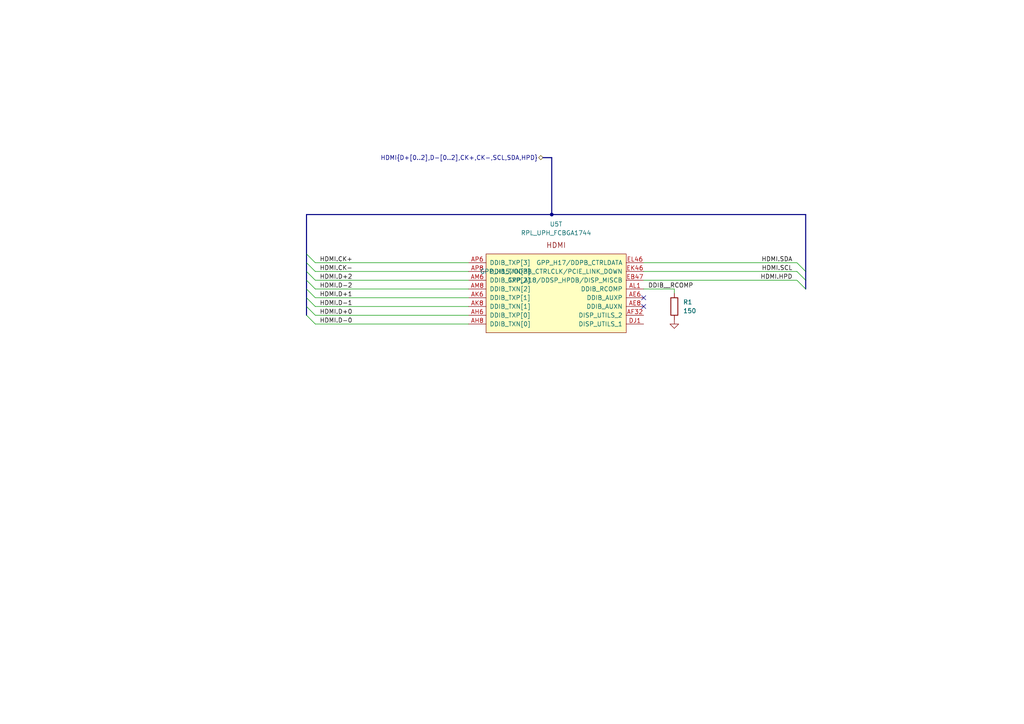
<source format=kicad_sch>
(kicad_sch (version 20230121) (generator eeschema)
  (paper "A4")
  (lib_symbols
    (symbol "Device:R" (pin_numbers hide) (pin_names (offset 0))
      (property "Reference" "R" (at 2.032 0 90))
      (property "Value" "R" (at 0 0 90))
      (symbol "R_1_1"
        (pin passive line (at 0 3.81 270) (length 1.27) (name "~") (number "1"))
        (pin passive line (at 0 -3.81 90) (length 1.27) (name "~") (number "2"))
      )
    )
    (symbol "local:RPL_UPH_FCBGA1744" (pin_names (offset 1.016))
      (property "Reference" "U" (at 1.27 19.05 0))
      (property "Value" "RPL_UPH_FCBGA1744" (at 1.27 16.51 0))
      (symbol "RPL_UPH_FCBGA1744_1_1"
        (text "CAMERA" (at 0 2.54 0) (effects (font (size 1.524 1.524))))
        (pin input line (at 25.4 -20.32 180) (length 5.08) (name "CSI_A_DN[1]/CSI_B_DN[2]") (number "A36"))
        (pin input line (at 25.4 -10.16 180) (length 5.08) (name "CSI_B_DN[0]") (number "A38"))
        (pin unspecified line (at -25.4 -2.54 0) (length 5.08) (name "CSI_RCOMP") (number "A55"))
        (pin input line (at 25.4 -5.08 180) (length 5.08) (name "CSI_B_DN[1]") (number "AA41"))
        (pin input line (at -25.4 -10.16 0) (length 5.08) (name "CSI_D_DN[1]/CSI_C_DN[2]") (number "AB41"))
        (pin input line (at -25.4 -7.62 0) (length 5.08) (name "CSI_D_DP[1]/CSI_C_DP[2]") (number "AD41"))
        (pin input line (at -25.4 -15.24 0) (length 5.08) (name "CSI_D_DN[0]/CSI_C_DN[3]") (number "AF41"))
        (pin input line (at -25.4 -12.7 0) (length 5.08) (name "CSI_D_DP[0]/CSI_C_DP[3]") (number "AG41"))
        (pin unspecified line (at -25.4 -5.08 0) (length 5.08) (name "CSI_RCOMP") (number "B54"))
        (pin input line (at 25.4 -17.78 180) (length 5.08) (name "CSI_A_DP[1]/CSI_B_DP[2]") (number "C36"))
        (pin input line (at 25.4 -7.62 180) (length 5.08) (name "CSI_B_DP[0]") (number "C38"))
        (pin input line (at 25.4 -25.4 180) (length 5.08) (name "CSI_A_DN[0]/CSI_B_DN[3]") (number "E37"))
        (pin input line (at 25.4 -27.94 180) (length 5.08) (name "CSI_A_CLK_P") (number "F36"))
        (pin input line (at 25.4 -15.24 180) (length 5.08) (name "CSI_B_CLK_N") (number "F39"))
        (pin input line (at 25.4 -30.48 180) (length 5.08) (name "CSI_A_CLK_N") (number "G36"))
        (pin input line (at 25.4 -22.86 180) (length 5.08) (name "CSI_A_DP[0]/CSI_B_DP[3]") (number "G37"))
        (pin input line (at 25.4 -12.7 180) (length 5.08) (name "CSI_B_CLK_P") (number "G39"))
        (pin input line (at -25.4 -17.78 0) (length 5.08) (name "CSI_D_CLK_P") (number "J41"))
        (pin input line (at -25.4 -33.02 0) (length 5.08) (name "CSI_C_CLK_P") (number "J44"))
        (pin input line (at -25.4 -35.56 0) (length 5.08) (name "CSI_C_CLK_N") (number "K44"))
        (pin input line (at -25.4 -20.32 0) (length 5.08) (name "CSI_D_CLK_N") (number "L41"))
        (pin input line (at -25.4 -25.4 0) (length 5.08) (name "CSI_C_DN[1]") (number "M44"))
        (pin input line (at -25.4 -30.48 0) (length 5.08) (name "CSI_C_DN[0]") (number "P41"))
        (pin input line (at -25.4 -22.86 0) (length 5.08) (name "CSI_C_DP[1]") (number "P44"))
        (pin input line (at -25.4 -27.94 0) (length 5.08) (name "CSI_C_DP[0]") (number "T41"))
        (pin input line (at 25.4 -2.54 180) (length 5.08) (name "CSI_B_DP[1]") (number "W41"))
      )
      (symbol "RPL_UPH_FCBGA1744_2_1"
        (text "CFG" (at 0 2.54 0) (effects (font (size 1.524 1.524))))
        (pin bidirectional line (at 25.4 -17.78 180) (length 5.08) (name "CFG[2]") (number "AA12"))
        (pin bidirectional line (at 25.4 -22.86 180) (length 5.08) (name "CFG[0]") (number "AA16"))
        (pin bidirectional line (at 25.4 -15.24 180) (length 5.08) (name "CFG[3]") (number "AC12"))
        (pin bidirectional line (at 25.4 -12.7 180) (length 5.08) (name "CFG[4]") (number "AD11"))
        (pin bidirectional line (at 25.4 -20.32 180) (length 5.08) (name "CFG[1]") (number "AD16"))
        (pin bidirectional line (at -25.4 -5.08 0) (length 5.08) (name "CFG[16]") (number "AF17"))
        (pin bidirectional line (at -25.4 -20.32 0) (length 5.08) (name "CFG[10]") (number "AF20"))
        (pin bidirectional line (at -25.4 -2.54 0) (length 5.08) (name "CFG[17]") (number "AF22"))
        (pin bidirectional line (at -25.4 -12.7 0) (length 5.08) (name "CFG[13]") (number "AF35"))
        (pin bidirectional line (at -25.4 -7.62 0) (length 5.08) (name "CFG[15]") (number "AF37"))
        (pin bidirectional line (at 25.4 -10.16 180) (length 5.08) (name "CFG[5]") (number "AG15"))
        (pin bidirectional line (at 25.4 -7.62 180) (length 5.08) (name "CFG[6]") (number "AH17"))
        (pin bidirectional line (at -25.4 -22.86 0) (length 5.08) (name "CFG[9]") (number "AH22"))
        (pin bidirectional line (at -25.4 -17.78 0) (length 5.08) (name "CFG[11]") (number "AH25"))
        (pin bidirectional line (at -25.4 -10.16 0) (length 5.08) (name "CFG[14]") (number "AH35"))
        (pin bidirectional line (at -25.4 -15.24 0) (length 5.08) (name "CFG[12]") (number "AH37"))
        (pin bidirectional line (at 25.4 -5.08 180) (length 5.08) (name "CFG[7]") (number "AJ15"))
        (pin bidirectional line (at 25.4 -2.54 180) (length 5.08) (name "CFG[8]") (number "AK17"))
        (pin unspecified line (at 25.4 -25.4 180) (length 5.08) (name "CFG_RCOMP") (number "F8"))
      )
      (symbol "RPL_UPH_FCBGA1744_3_1"
        (text "CNVI" (at 0 2.54 0) (effects (font (size 1.524 1.524))))
        (pin output line (at 25.4 -10.16 180) (length 5.08) (name "GPP_F5/MODEM_CLKREQ/CRF_XTAL_CLKREQ") (number "EF36"))
        (pin output line (at 25.4 -22.86 180) (length 5.08) (name "GPP_F0/CNV_BRI_DT/UART2_RTS#") (number "EH33"))
        (pin input line (at 25.4 -7.62 180) (length 5.08) (name "GPP_F6/CNV_PA_BLANKING") (number "EH36"))
        (pin input line (at 25.4 -20.32 180) (length 5.08) (name "GPP_F1/CNV_BRI_RSP/UART2_RXD") (number "EK33"))
        (pin input line (at 25.4 -5.08 180) (length 5.08) (name "GPP_H8/I2C4_SDA/CNV_MFUART2_RXD") (number "EL43"))
        (pin output line (at 25.4 -17.78 180) (length 5.08) (name "GPP_F2/CNV_RGI_DT/UART2_TXD") (number "EN31"))
        (pin input line (at 25.4 -2.54 180) (length 5.08) (name "GPP_H9/I2C4_SCL/CNV_MFUART2_TXD") (number "EN43"))
        (pin input line (at 25.4 -15.24 180) (length 5.08) (name "GPP_F3/CNV_RGI_RSP/UART2_CTS#") (number "ER31"))
        (pin output line (at 25.4 -12.7 180) (length 5.08) (name "GPP_F4/CNV_RF_RESET#") (number "ET31"))
        (pin input line (at -25.4 -20.32 0) (length 5.08) (name "CNV_WR_D1P") (number "EV40"))
        (pin output line (at -25.4 -7.62 0) (length 5.08) (name "CNV_WT_D0P") (number "EV43"))
        (pin output line (at -25.4 -12.7 0) (length 5.08) (name "CNV_WT_CLKP") (number "EV47"))
        (pin input line (at -25.4 -25.4 0) (length 5.08) (name "CNV_WR_D0P") (number "EW42"))
        (pin input line (at -25.4 -22.86 0) (length 5.08) (name "CNV_WR_D1N") (number "EY40"))
        (pin input line (at -25.4 -27.94 0) (length 5.08) (name "CNV_WR_D0N") (number "EY42"))
        (pin output line (at -25.4 -10.16 0) (length 5.08) (name "CNV_WT_D0N") (number "EY43"))
        (pin output line (at -25.4 -15.24 0) (length 5.08) (name "CNV_WT_CLKN") (number "EY47"))
        (pin input line (at -25.4 -30.48 0) (length 5.08) (name "CNV_WR_CLKP") (number "FA43"))
        (pin output line (at -25.4 -5.08 0) (length 5.08) (name "CNV_WT_D1N") (number "FA46"))
        (pin unspecified line (at -25.4 -17.78 0) (length 5.08) (name "CNV_WT_RCOMP") (number "FC40"))
        (pin input line (at -25.4 -33.02 0) (length 5.08) (name "CNV_WR_CLKN") (number "FC43"))
        (pin output line (at -25.4 -2.54 0) (length 5.08) (name "CNV_WT_D1P") (number "FC46"))
      )
      (symbol "RPL_UPH_FCBGA1744_4_1"
        (text "DDR_A" (at 0 2.54 0) (effects (font (size 1.524 1.524))))
        (pin bidirectional line (at -25.4 -5.08 0) (length 5.08) (name "DDR1_DQ[3][6]") (number "BJ47"))
        (pin bidirectional line (at -25.4 -2.54 0) (length 5.08) (name "DDR1_DQ[3][7]") (number "BJ50"))
        (pin bidirectional line (at -25.4 -10.16 0) (length 5.08) (name "DDR1_DQ[3][4]") (number "BK53"))
        (pin bidirectional line (at -25.4 -86.36 0) (length 5.08) (name "DDR1_DQ[1][6]") (number "BK57"))
        (pin bidirectional line (at -25.4 -91.44 0) (length 5.08) (name "DDR1_DQ[1][4]") (number "BK60"))
        (pin bidirectional line (at -25.4 -7.62 0) (length 5.08) (name "DDR1_DQ[3][5]") (number "BL48"))
        (pin bidirectional line (at 25.4 -22.86 180) (length 5.08) (name "DDR1_DQSN[3]") (number "BL51"))
        (pin bidirectional line (at -25.4 -88.9 0) (length 5.08) (name "DDR1_DQ[1][5]") (number "BL56"))
        (pin bidirectional line (at -25.4 -83.82 0) (length 5.08) (name "DDR1_DQ[1][7]") (number "BL58"))
        (pin bidirectional line (at 25.4 -12.7 180) (length 5.08) (name "DDR1_DQSP[1]") (number "BL61"))
        (pin bidirectional line (at -25.4 -15.24 0) (length 5.08) (name "DDR1_DQ[3][2]") (number "BN48"))
        (pin bidirectional line (at 25.4 -2.54 180) (length 5.08) (name "DDR1_DQSP[3]") (number "BN51"))
        (pin bidirectional line (at -25.4 -96.52 0) (length 5.08) (name "DDR1_DQ[1][2]") (number "BN56"))
        (pin bidirectional line (at -25.4 -101.6 0) (length 5.08) (name "DDR1_DQ[1][0]") (number "BN58"))
        (pin bidirectional line (at 25.4 -33.02 180) (length 5.08) (name "DDR1_DQSN[1]") (number "BN61"))
        (pin bidirectional line (at -25.4 -17.78 0) (length 5.08) (name "DDR1_DQ[3][1]") (number "BP47"))
        (pin bidirectional line (at -25.4 -20.32 0) (length 5.08) (name "DDR1_DQ[3][0]") (number "BP50"))
        (pin bidirectional line (at -25.4 -12.7 0) (length 5.08) (name "DDR1_DQ[3][3]") (number "BP53"))
        (pin bidirectional line (at -25.4 -99.06 0) (length 5.08) (name "DDR1_DQ[1][1]") (number "BP57"))
        (pin bidirectional line (at -25.4 -93.98 0) (length 5.08) (name "DDR1_DQ[1][3]") (number "BP60"))
        (pin bidirectional line (at -25.4 -25.4 0) (length 5.08) (name "DDR1_DQ[2][6]") (number "BT47"))
        (pin bidirectional line (at -25.4 -22.86 0) (length 5.08) (name "DDR1_DQ[2][7]") (number "BT50"))
        (pin bidirectional line (at -25.4 -30.48 0) (length 5.08) (name "DDR1_DQ[2][4]") (number "BT53"))
        (pin bidirectional line (at -25.4 -106.68 0) (length 5.08) (name "DDR1_DQ[0][6]") (number "BT57"))
        (pin bidirectional line (at -25.4 -111.76 0) (length 5.08) (name "DDR1_DQ[0][4]") (number "BT60"))
        (pin bidirectional line (at -25.4 -27.94 0) (length 5.08) (name "DDR1_DQ[2][5]") (number "BU48"))
        (pin bidirectional line (at 25.4 -25.4 180) (length 5.08) (name "DDR1_DQSN[2]") (number "BU51"))
        (pin bidirectional line (at -25.4 -109.22 0) (length 5.08) (name "DDR1_DQ[0][5]") (number "BU56"))
        (pin bidirectional line (at -25.4 -104.14 0) (length 5.08) (name "DDR1_DQ[0][7]") (number "BU58"))
        (pin bidirectional line (at 25.4 -15.24 180) (length 5.08) (name "DDR1_DQSP[0]") (number "BU61"))
        (pin bidirectional line (at -25.4 -35.56 0) (length 5.08) (name "DDR1_DQ[2][2]") (number "BW48"))
        (pin bidirectional line (at 25.4 -5.08 180) (length 5.08) (name "DDR1_DQSP[2]") (number "BW51"))
        (pin bidirectional line (at -25.4 -116.84 0) (length 5.08) (name "DDR1_DQ[0][2]") (number "BW56"))
        (pin bidirectional line (at -25.4 -121.92 0) (length 5.08) (name "DDR1_DQ[0][0]") (number "BW58"))
        (pin bidirectional line (at 25.4 -35.56 180) (length 5.08) (name "DDR1_DQSN[0]") (number "BW61"))
        (pin bidirectional line (at -25.4 -40.64 0) (length 5.08) (name "DDR1_DQ[2][0]") (number "BY50"))
        (pin bidirectional line (at -25.4 -33.02 0) (length 5.08) (name "DDR1_DQ[2][3]") (number "BY53"))
        (pin bidirectional line (at -25.4 -119.38 0) (length 5.08) (name "DDR1_DQ[0][1]") (number "BY57"))
        (pin bidirectional line (at -25.4 -114.3 0) (length 5.08) (name "DDR1_DQ[0][3]") (number "BY60"))
        (pin bidirectional line (at -25.4 -38.1 0) (length 5.08) (name "DDR1_DQ[2][1]") (number "CA47"))
        (pin output line (at 25.4 -45.72 180) (length 5.08) (name "DDR1_CS[0]") (number "CC47"))
        (pin output line (at 25.4 -88.9 180) (length 5.08) (name "DDR1_CA[1]") (number "CC50"))
        (pin output line (at 25.4 -43.18 180) (length 5.08) (name "DDR1_CS[1]") (number "CC53"))
        (pin output line (at 25.4 -124.46 180) (length 5.08) (name "DDR1_CLK_N[1]") (number "CD48"))
        (pin output line (at 25.4 -119.38 180) (length 5.08) (name "DDR1_CLK_P[1]") (number "CD49"))
        (pin output line (at 25.4 -48.26 180) (length 5.08) (name "DDR1_CA[0]") (number "CE53"))
        (pin output line (at 25.4 -129.54 180) (length 5.08) (name "DDR1_CA[4]") (number "CE60"))
        (pin output line (at 25.4 -53.34 180) (length 5.08) (name "DDR1_CA[2]") (number "CF56"))
        (pin output line (at 25.4 -58.42 180) (length 5.08) (name "DDR1_CLK_N[0]") (number "CF61"))
        (pin output line (at 25.4 -50.8 180) (length 5.08) (name "DDR1_CA[6]") (number "CH46"))
        (pin output line (at 25.4 -71.12 180) (length 5.08) (name "DDR1_CA[3]") (number "CH48"))
        (pin output line (at 25.4 -101.6 180) (length 5.08) (name "DDR1_CA[12]") (number "CH56"))
        (pin output line (at 25.4 -78.74 180) (length 5.08) (name "DDR1_CA[7]") (number "CH58"))
        (pin output line (at 25.4 -55.88 180) (length 5.08) (name "DDR1_CLK_P[0]") (number "CH61"))
        (pin output line (at 25.4 -111.76 180) (length 5.08) (name "DDR1_CA[5]") (number "CJ50"))
        (pin output line (at 25.4 -134.62 180) (length 5.08) (name "DDR1_CA[10]") (number "CJ53"))
        (pin output line (at 25.4 -137.16 180) (length 5.08) (name "DDR1_CA[9]") (number "CJ57"))
        (pin output line (at 25.4 -104.14 180) (length 5.08) (name "DDR1_CA[11]") (number "CJ60"))
        (pin output line (at 25.4 -106.68 180) (length 5.08) (name "DDR1_CA[8]") (number "CK47"))
        (pin output line (at 25.4 -132.08 180) (length 5.08) (name "DDR0_CA[10]") (number "CM47"))
        (pin output line (at 25.4 -76.2 180) (length 5.08) (name "DDR0_CA[6]") (number "CM50"))
        (pin output line (at 25.4 -91.44 180) (length 5.08) (name "DDR0_CA[8]") (number "CM53"))
        (pin output line (at 25.4 -63.5 180) (length 5.08) (name "DDR0_CLK_N[1]") (number "CN48"))
        (pin output line (at 25.4 -60.96 180) (length 5.08) (name "DDR0_CLK_P[1]") (number "CN49"))
        (pin output line (at 25.4 -96.52 180) (length 5.08) (name "DDR0_CA[11]") (number "CP53"))
        (pin output line (at 25.4 -81.28 180) (length 5.08) (name "DDR0_CA[9]") (number "CP60"))
        (pin output line (at 25.4 -83.82 180) (length 5.08) (name "DDR0_CA[12]") (number "CR56"))
        (pin output line (at 25.4 -127 180) (length 5.08) (name "DDR0_CLK_N[0]") (number "CR61"))
        (pin output line (at 25.4 -93.98 180) (length 5.08) (name "DDR0_CA[7]") (number "CT46"))
        (pin output line (at 25.4 -99.06 180) (length 5.08) (name "DDR0_CA[5]") (number "CU48"))
        (pin output line (at 25.4 -68.58 180) (length 5.08) (name "DDR0_CA[1]") (number "CU56"))
        (pin output line (at 25.4 -66.04 180) (length 5.08) (name "DDR0_CA[0]") (number "CU58"))
        (pin output line (at 25.4 -121.92 180) (length 5.08) (name "DDR0_CLK_P[0]") (number "CU61"))
        (pin output line (at 25.4 -116.84 180) (length 5.08) (name "DDR0_CA[4]") (number "CV50"))
        (pin output line (at 25.4 -73.66 180) (length 5.08) (name "DDR0_CA[3]") (number "CV53"))
        (pin output line (at 25.4 -109.22 180) (length 5.08) (name "DDR0_CS[0]") (number "CV57"))
        (pin output line (at 25.4 -86.36 180) (length 5.08) (name "DDR0_CS[1]") (number "CV60"))
        (pin output line (at 25.4 -114.3 180) (length 5.08) (name "DDR0_CA[2]") (number "CW47"))
        (pin bidirectional line (at -25.4 -45.72 0) (length 5.08) (name "DDR0_DQ[3][6]") (number "CY47"))
        (pin bidirectional line (at -25.4 -43.18 0) (length 5.08) (name "DDR0_DQ[3][7]") (number "CY50"))
        (pin bidirectional line (at -25.4 -127 0) (length 5.08) (name "DDR0_DQ[1][6]") (number "CY57"))
        (pin bidirectional line (at -25.4 -132.08 0) (length 5.08) (name "DDR0_DQ[1][4]") (number "CY60"))
        (pin bidirectional line (at -25.4 -50.8 0) (length 5.08) (name "DDR0_DQ[3][4]") (number "DA53"))
        (pin bidirectional line (at -25.4 -124.46 0) (length 5.08) (name "DDR0_DQ[1][7]") (number "DA58"))
        (pin bidirectional line (at -25.4 -48.26 0) (length 5.08) (name "DDR0_DQ[3][5]") (number "DB48"))
        (pin bidirectional line (at 25.4 -27.94 180) (length 5.08) (name "DDR0_DQSN[3]") (number "DB51"))
        (pin bidirectional line (at -25.4 -129.54 0) (length 5.08) (name "DDR0_DQ[1][5]") (number "DB56"))
        (pin bidirectional line (at 25.4 -17.78 180) (length 5.08) (name "DDR0_DQSP[1]") (number "DB61"))
        (pin bidirectional line (at -25.4 -55.88 0) (length 5.08) (name "DDR0_DQ[3][2]") (number "DC48"))
        (pin bidirectional line (at 25.4 -7.62 180) (length 5.08) (name "DDR0_DQSP[3]") (number "DC51"))
        (pin bidirectional line (at 25.4 -38.1 180) (length 5.08) (name "DDR0_DQSN[1]") (number "DC61"))
        (pin bidirectional line (at -25.4 -137.16 0) (length 5.08) (name "DDR0_DQ[1][2]") (number "DD56"))
        (pin bidirectional line (at -25.4 -142.24 0) (length 5.08) (name "DDR0_DQ[1][0]") (number "DD58"))
        (pin bidirectional line (at -25.4 -58.42 0) (length 5.08) (name "DDR0_DQ[3][1]") (number "DE47"))
        (pin bidirectional line (at -25.4 -60.96 0) (length 5.08) (name "DDR0_DQ[3][0]") (number "DE50"))
        (pin bidirectional line (at -25.4 -53.34 0) (length 5.08) (name "DDR0_DQ[3][3]") (number "DE53"))
        (pin bidirectional line (at -25.4 -139.7 0) (length 5.08) (name "DDR0_DQ[1][1]") (number "DE57"))
        (pin bidirectional line (at -25.4 -134.62 0) (length 5.08) (name "DDR0_DQ[1][3]") (number "DE60"))
        (pin bidirectional line (at -25.4 -66.04 0) (length 5.08) (name "DDR0_DQ[2][6]") (number "DG47"))
        (pin bidirectional line (at -25.4 -63.5 0) (length 5.08) (name "DDR0_DQ[2][7]") (number "DG50"))
        (pin bidirectional line (at -25.4 -71.12 0) (length 5.08) (name "DDR0_DQ[2][4]") (number "DG53"))
        (pin bidirectional line (at -25.4 -147.32 0) (length 5.08) (name "DDR0_DQ[0][6]") (number "DG57"))
        (pin bidirectional line (at -25.4 -152.4 0) (length 5.08) (name "DDR0_DQ[0][4]") (number "DG60"))
        (pin bidirectional line (at -25.4 -68.58 0) (length 5.08) (name "DDR0_DQ[2][5]") (number "DH48"))
        (pin bidirectional line (at 25.4 -30.48 180) (length 5.08) (name "DDR0_DQSN[2]") (number "DH51"))
        (pin bidirectional line (at -25.4 -149.86 0) (length 5.08) (name "DDR0_DQ[0][5]") (number "DH56"))
        (pin bidirectional line (at -25.4 -144.78 0) (length 5.08) (name "DDR0_DQ[0][7]") (number "DH58"))
        (pin bidirectional line (at 25.4 -20.32 180) (length 5.08) (name "DDR0_DQSP[0]") (number "DH61"))
        (pin bidirectional line (at -25.4 -76.2 0) (length 5.08) (name "DDR0_DQ[2][2]") (number "DK48"))
        (pin bidirectional line (at 25.4 -10.16 180) (length 5.08) (name "DDR0_DQSP[2]") (number "DK51"))
        (pin bidirectional line (at -25.4 -157.48 0) (length 5.08) (name "DDR0_DQ[0][2]") (number "DK56"))
        (pin bidirectional line (at -25.4 -162.56 0) (length 5.08) (name "DDR0_DQ[0][0]") (number "DK58"))
        (pin bidirectional line (at 25.4 -40.64 180) (length 5.08) (name "DDR0_DQSN[0]") (number "DK61"))
        (pin bidirectional line (at -25.4 -81.28 0) (length 5.08) (name "DDR0_DQ[2][0]") (number "DL50"))
        (pin bidirectional line (at -25.4 -73.66 0) (length 5.08) (name "DDR0_DQ[2][3]") (number "DL53"))
        (pin bidirectional line (at -25.4 -160.02 0) (length 5.08) (name "DDR0_DQ[0][1]") (number "DL57"))
        (pin bidirectional line (at -25.4 -154.94 0) (length 5.08) (name "DDR0_DQ[0][3]") (number "DL60"))
        (pin bidirectional line (at -25.4 -78.74 0) (length 5.08) (name "DDR0_DQ[2][1]") (number "DM47"))
      )
      (symbol "RPL_UPH_FCBGA1744_5_1"
        (text "DDR_B" (at 0 2.54 0) (effects (font (size 1.524 1.524))))
        (pin bidirectional line (at 25.4 -12.7 180) (length 5.08) (name "DDR3_DQSP[1]") (number "A43"))
        (pin bidirectional line (at 25.4 -33.02 180) (length 5.08) (name "DDR3_DQSN[1]") (number "A44"))
        (pin bidirectional line (at 25.4 -15.24 180) (length 5.08) (name "DDR3_DQSP[0]") (number "A49"))
        (pin bidirectional line (at 25.4 -35.56 180) (length 5.08) (name "DDR3_DQSN[0]") (number "A51"))
        (pin output line (at 25.4 -50.8 180) (length 5.08) (name "DDR3_CA[6]") (number "AA46"))
        (pin output line (at 25.4 -71.12 180) (length 5.08) (name "DDR3_CA[3]") (number "AA48"))
        (pin output line (at 25.4 -104.14 180) (length 5.08) (name "DDR3_CA[12]") (number "AB56"))
        (pin output line (at 25.4 -101.6 180) (length 5.08) (name "DDR3_CA[7]") (number "AB58"))
        (pin output line (at 25.4 -55.88 180) (length 5.08) (name "DDR3_CLK_P[0]") (number "AB61"))
        (pin output line (at 25.4 -106.68 180) (length 5.08) (name "DDR3_CA[8]") (number "AC47"))
        (pin output line (at 25.4 -111.76 180) (length 5.08) (name "DDR3_CA[5]") (number "AC50"))
        (pin output line (at 25.4 -134.62 180) (length 5.08) (name "DDR3_CA[10]") (number "AC53"))
        (pin output line (at 25.4 -137.16 180) (length 5.08) (name "DDR3_CA[9]") (number "AC57"))
        (pin output line (at 25.4 -78.74 180) (length 5.08) (name "DDR3_CA[11]") (number "AC60"))
        (pin output line (at 25.4 -132.08 180) (length 5.08) (name "DDR2_CA[10]") (number "AE47"))
        (pin output line (at 25.4 -76.2 180) (length 5.08) (name "DDR2_CA[6]") (number "AE50"))
        (pin output line (at 25.4 -91.44 180) (length 5.08) (name "DDR2_CA[8]") (number "AE53"))
        (pin output line (at 25.4 -63.5 180) (length 5.08) (name "DDR2_CLK_N[1]") (number "AG48"))
        (pin output line (at 25.4 -60.96 180) (length 5.08) (name "DDR2_CLK_P[1]") (number "AG49"))
        (pin output line (at 25.4 -96.52 180) (length 5.08) (name "DDR2_CA[11]") (number "AH53"))
        (pin output line (at 25.4 -81.28 180) (length 5.08) (name "DDR2_CA[9]") (number "AH60"))
        (pin output line (at 25.4 -83.82 180) (length 5.08) (name "DDR2_CA[12]") (number "AJ56"))
        (pin output line (at 25.4 -127 180) (length 5.08) (name "DDR2_CLK_N[0]") (number "AJ61"))
        (pin output line (at 25.4 -93.98 180) (length 5.08) (name "DDR2_CA[7]") (number "AK46"))
        (pin output line (at 25.4 -99.06 180) (length 5.08) (name "DDR2_CA[5]") (number "AK48"))
        (pin output line (at 25.4 -66.04 180) (length 5.08) (name "DDR2_CA[1]") (number "AL56"))
        (pin output line (at 25.4 -68.58 180) (length 5.08) (name "DDR2_CA[0]") (number "AL58"))
        (pin output line (at 25.4 -121.92 180) (length 5.08) (name "DDR2_CLK_P[0]") (number "AL61"))
        (pin output line (at 25.4 -114.3 180) (length 5.08) (name "DDR2_CA[2]") (number "AM47"))
        (pin output line (at 25.4 -116.84 180) (length 5.08) (name "DDR2_CA[4]") (number "AM50"))
        (pin output line (at 25.4 -73.66 180) (length 5.08) (name "DDR2_CA[3]") (number "AM53"))
        (pin output line (at 25.4 -86.36 180) (length 5.08) (name "DDR2_CS[1]") (number "AM57"))
        (pin output line (at 25.4 -109.22 180) (length 5.08) (name "DDR2_CS[0]") (number "AM60"))
        (pin bidirectional line (at -25.4 -45.72 0) (length 5.08) (name "DDR2_DQ[3][6]") (number "AP47"))
        (pin bidirectional line (at -25.4 -43.18 0) (length 5.08) (name "DDR2_DQ[3][7]") (number "AP50"))
        (pin bidirectional line (at -25.4 -50.8 0) (length 5.08) (name "DDR2_DQ[3][4]") (number "AP53"))
        (pin bidirectional line (at -25.4 -127 0) (length 5.08) (name "DDR2_DQ[1][6]") (number "AP57"))
        (pin bidirectional line (at -25.4 -132.08 0) (length 5.08) (name "DDR2_DQ[1][4]") (number "AP60"))
        (pin bidirectional line (at -25.4 -48.26 0) (length 5.08) (name "DDR2_DQ[3][5]") (number "AR48"))
        (pin bidirectional line (at 25.4 -27.94 180) (length 5.08) (name "DDR2_DQSN[3]") (number "AR51"))
        (pin bidirectional line (at -25.4 -129.54 0) (length 5.08) (name "DDR2_DQ[1][5]") (number "AR56"))
        (pin bidirectional line (at -25.4 -124.46 0) (length 5.08) (name "DDR2_DQ[1][7]") (number "AR58"))
        (pin bidirectional line (at 25.4 -17.78 180) (length 5.08) (name "DDR2_DQSP[1]") (number "AR61"))
        (pin bidirectional line (at -25.4 -55.88 0) (length 5.08) (name "DDR2_DQ[3][2]") (number "AU48"))
        (pin bidirectional line (at 25.4 -7.62 180) (length 5.08) (name "DDR2_DQSP[3]") (number "AU51"))
        (pin bidirectional line (at -25.4 -137.16 0) (length 5.08) (name "DDR2_DQ[1][2]") (number "AU56"))
        (pin bidirectional line (at -25.4 -142.24 0) (length 5.08) (name "DDR2_DQ[1][0]") (number "AU58"))
        (pin bidirectional line (at 25.4 -38.1 180) (length 5.08) (name "DDR2_DQSN[1]") (number "AU61"))
        (pin bidirectional line (at -25.4 -60.96 0) (length 5.08) (name "DDR2_DQ[3][0]") (number "AV50"))
        (pin bidirectional line (at -25.4 -53.34 0) (length 5.08) (name "DDR2_DQ[3][3]") (number "AV53"))
        (pin bidirectional line (at -25.4 -139.7 0) (length 5.08) (name "DDR2_DQ[1][1]") (number "AV57"))
        (pin bidirectional line (at -25.4 -134.62 0) (length 5.08) (name "DDR2_DQ[1][3]") (number "AV60"))
        (pin bidirectional line (at -25.4 -58.42 0) (length 5.08) (name "DDR2_DQ[3][1]") (number "AW47"))
        (pin bidirectional line (at -25.4 -66.04 0) (length 5.08) (name "DDR2_DQ[2][6]") (number "AY47"))
        (pin bidirectional line (at -25.4 -91.44 0) (length 5.08) (name "DDR3_DQ[1][4]") (number "B41"))
        (pin bidirectional line (at -25.4 -93.98 0) (length 5.08) (name "DDR3_DQ[1][3]") (number "B46"))
        (pin bidirectional line (at -25.4 -111.76 0) (length 5.08) (name "DDR3_DQ[0][4]") (number "B48"))
        (pin bidirectional line (at -25.4 -114.3 0) (length 5.08) (name "DDR3_DQ[0][3]") (number "B52"))
        (pin bidirectional line (at -25.4 -63.5 0) (length 5.08) (name "DDR2_DQ[2][7]") (number "BA50"))
        (pin bidirectional line (at -25.4 -71.12 0) (length 5.08) (name "DDR2_DQ[2][4]") (number "BA53"))
        (pin bidirectional line (at -25.4 -147.32 0) (length 5.08) (name "DDR2_DQ[0][6]") (number "BA57"))
        (pin bidirectional line (at -25.4 -152.4 0) (length 5.08) (name "DDR2_DQ[0][4]") (number "BA60"))
        (pin bidirectional line (at -25.4 -68.58 0) (length 5.08) (name "DDR2_DQ[2][5]") (number "BB48"))
        (pin bidirectional line (at 25.4 -30.48 180) (length 5.08) (name "DDR2_DQSN[2]") (number "BB51"))
        (pin bidirectional line (at -25.4 -149.86 0) (length 5.08) (name "DDR2_DQ[0][5]") (number "BB56"))
        (pin bidirectional line (at -25.4 -144.78 0) (length 5.08) (name "DDR2_DQ[0][7]") (number "BB58"))
        (pin bidirectional line (at 25.4 -20.32 180) (length 5.08) (name "DDR2_DQSP[0]") (number "BB61"))
        (pin bidirectional line (at -25.4 -76.2 0) (length 5.08) (name "DDR2_DQ[2][2]") (number "BD48"))
        (pin bidirectional line (at 25.4 -10.16 180) (length 5.08) (name "DDR2_DQSP[2]") (number "BD51"))
        (pin bidirectional line (at -25.4 -157.48 0) (length 5.08) (name "DDR2_DQ[0][2]") (number "BD56"))
        (pin bidirectional line (at -25.4 -162.56 0) (length 5.08) (name "DDR2_DQ[0][0]") (number "BD58"))
        (pin bidirectional line (at 25.4 -40.64 180) (length 5.08) (name "DDR2_DQSN[0]") (number "BD61"))
        (pin bidirectional line (at -25.4 -78.74 0) (length 5.08) (name "DDR2_DQ[2][1]") (number "BE47"))
        (pin bidirectional line (at -25.4 -81.28 0) (length 5.08) (name "DDR2_DQ[2][0]") (number "BE50"))
        (pin bidirectional line (at -25.4 -73.66 0) (length 5.08) (name "DDR2_DQ[2][3]") (number "BE53"))
        (pin bidirectional line (at -25.4 -160.02 0) (length 5.08) (name "DDR2_DQ[0][1]") (number "BE57"))
        (pin bidirectional line (at -25.4 -154.94 0) (length 5.08) (name "DDR2_DQ[0][3]") (number "BE60"))
        (pin bidirectional line (at -25.4 -86.36 0) (length 5.08) (name "DDR3_DQ[1][6]") (number "C42"))
        (pin bidirectional line (at -25.4 -101.6 0) (length 5.08) (name "DDR3_DQ[1][0]") (number "C45"))
        (pin bidirectional line (at -25.4 -104.14 0) (length 5.08) (name "DDR3_DQ[0][7]") (number "C49"))
        (pin bidirectional line (at -25.4 -121.92 0) (length 5.08) (name "DDR3_DQ[0][0]") (number "C51"))
        (pin bidirectional line (at -25.4 -83.82 0) (length 5.08) (name "DDR3_DQ[1][7]") (number "E41"))
        (pin bidirectional line (at -25.4 -99.06 0) (length 5.08) (name "DDR3_DQ[1][1]") (number "E46"))
        (pin bidirectional line (at -25.4 -106.68 0) (length 5.08) (name "DDR3_DQ[0][6]") (number "E48"))
        (pin bidirectional line (at -25.4 -119.38 0) (length 5.08) (name "DDR3_DQ[0][1]") (number "E52"))
        (pin bidirectional line (at -25.4 -88.9 0) (length 5.08) (name "DDR3_DQ[1][5]") (number "F43"))
        (pin bidirectional line (at -25.4 -96.52 0) (length 5.08) (name "DDR3_DQ[1][2]") (number "F44"))
        (pin bidirectional line (at -25.4 -109.22 0) (length 5.08) (name "DDR3_DQ[0][5]") (number "F49"))
        (pin bidirectional line (at -25.4 -116.84 0) (length 5.08) (name "DDR3_DQ[0][2]") (number "F51"))
        (pin bidirectional line (at -25.4 -7.62 0) (length 5.08) (name "DDR3_DQ[3][5]") (number "F54"))
        (pin bidirectional line (at -25.4 -5.08 0) (length 5.08) (name "DDR3_DQ[3][6]") (number "F58"))
        (pin bidirectional line (at -25.4 -12.7 0) (length 5.08) (name "DDR3_DQ[3][3]") (number "H56"))
        (pin bidirectional line (at -25.4 -2.54 0) (length 5.08) (name "DDR3_DQ[3][7]") (number "K50"))
        (pin bidirectional line (at -25.4 -15.24 0) (length 5.08) (name "DDR3_DQ[3][2]") (number "K53"))
        (pin bidirectional line (at -25.4 -25.4 0) (length 5.08) (name "DDR3_DQ[2][6]") (number "K57"))
        (pin bidirectional line (at -25.4 -30.48 0) (length 5.08) (name "DDR3_DQ[2][4]") (number "K60"))
        (pin bidirectional line (at -25.4 -10.16 0) (length 5.08) (name "DDR3_DQ[3][4]") (number "L48"))
        (pin bidirectional line (at 25.4 -22.86 180) (length 5.08) (name "DDR3_DQSN[3]") (number "L51"))
        (pin bidirectional line (at -25.4 -27.94 0) (length 5.08) (name "DDR3_DQ[2][5]") (number "L56"))
        (pin bidirectional line (at -25.4 -22.86 0) (length 5.08) (name "DDR3_DQ[2][7]") (number "L58"))
        (pin bidirectional line (at 25.4 -25.4 180) (length 5.08) (name "DDR3_DQSN[2]") (number "L61"))
        (pin bidirectional line (at 25.4 -2.54 180) (length 5.08) (name "DDR3_DQSP[3]") (number "N51"))
        (pin bidirectional line (at -25.4 -35.56 0) (length 5.08) (name "DDR3_DQ[2][2]") (number "N56"))
        (pin bidirectional line (at -25.4 -40.64 0) (length 5.08) (name "DDR3_DQ[2][0]") (number "N58"))
        (pin bidirectional line (at 25.4 -5.08 180) (length 5.08) (name "DDR3_DQSP[2]") (number "N61"))
        (pin bidirectional line (at -25.4 -17.78 0) (length 5.08) (name "DDR3_DQ[3][1]") (number "P50"))
        (pin bidirectional line (at -25.4 -20.32 0) (length 5.08) (name "DDR3_DQ[3][0]") (number "P53"))
        (pin bidirectional line (at -25.4 -38.1 0) (length 5.08) (name "DDR3_DQ[2][1]") (number "P57"))
        (pin bidirectional line (at -25.4 -33.02 0) (length 5.08) (name "DDR3_DQ[2][3]") (number "P60"))
        (pin output line (at 25.4 -45.72 180) (length 5.08) (name "DDR3_CS[0]") (number "T47"))
        (pin output line (at 25.4 -88.9 180) (length 5.08) (name "DDR3_CA[1]") (number "T50"))
        (pin output line (at 25.4 -43.18 180) (length 5.08) (name "DDR3_CS[1]") (number "T53"))
        (pin output line (at 25.4 -119.38 180) (length 5.08) (name "DDR3_CLK_P[1]") (number "V48"))
        (pin output line (at 25.4 -124.46 180) (length 5.08) (name "DDR3_CLK_N[1]") (number "V49"))
        (pin output line (at 25.4 -48.26 180) (length 5.08) (name "DDR3_CA[0]") (number "W53"))
        (pin output line (at 25.4 -129.54 180) (length 5.08) (name "DDR3_CA[4]") (number "W60"))
        (pin output line (at 25.4 -53.34 180) (length 5.08) (name "DDR3_CA[2]") (number "Y56"))
        (pin output line (at 25.4 -58.42 180) (length 5.08) (name "DDR3_CLK_N[0]") (number "Y61"))
      )
      (symbol "RPL_UPH_FCBGA1744_6_1"
        (text "DDR_MISC" (at 0 2.54 0) (effects (font (size 1.524 1.524))))
        (pin unspecified line (at 25.4 -15.24 180) (length 5.08) (name "DDR_COMP") (number "A56"))
        (pin output line (at -25.4 -5.08 0) (length 5.08) (name "NC") (number "AB51"))
        (pin output line (at -25.4 -43.18 0) (length 5.08) (name "NC") (number "AE55"))
        (pin output line (at -25.4 -48.26 0) (length 5.08) (name "NC") (number "AE60"))
        (pin output line (at -25.4 -45.72 0) (length 5.08) (name "NC") (number "AF57"))
        (pin output line (at -25.4 -17.78 0) (length 5.08) (name "NC") (number "AH57"))
        (pin output line (at -25.4 -12.7 0) (length 5.08) (name "NC") (number "AJ51"))
        (pin output line (at -25.4 -20.32 0) (length 5.08) (name "NC") (number "AJ58"))
        (pin output line (at -25.4 -15.24 0) (length 5.08) (name "NC") (number "AL51"))
        (pin unspecified line (at 25.4 -17.78 180) (length 5.08) (name "DDR_COMP") (number "B56"))
        (pin input line (at 25.4 -5.08 180) (length 5.08) (name "DDR0_ALERT#") (number "BF61"))
        (pin output line (at 25.4 -12.7 180) (length 5.08) (name "DDR_VTT_CTL") (number "BG50"))
        (pin output line (at 25.4 -7.62 180) (length 5.08) (name "DDR1_VREF_CA0") (number "BG55"))
        (pin input line (at 25.4 -2.54 180) (length 5.08) (name "DDR1_ALERT#") (number "BG57"))
        (pin output line (at 25.4 -10.16 180) (length 5.08) (name "DDR0_VREF_CA0") (number "BG60"))
        (pin output line (at -25.4 -66.04 0) (length 5.08) (name "NC") (number "CB55"))
        (pin output line (at -25.4 -71.12 0) (length 5.08) (name "NC") (number "CC57"))
        (pin output line (at -25.4 -68.58 0) (length 5.08) (name "NC") (number "CC60"))
        (pin output line (at -25.4 -30.48 0) (length 5.08) (name "NC") (number "CE57"))
        (pin output line (at -25.4 -25.4 0) (length 5.08) (name "NC") (number "CF51"))
        (pin output line (at -25.4 -27.94 0) (length 5.08) (name "NC") (number "CF58"))
        (pin output line (at -25.4 -22.86 0) (length 5.08) (name "NC") (number "CH51"))
        (pin output line (at -25.4 -58.42 0) (length 5.08) (name "NC") (number "CL55"))
        (pin output line (at -25.4 -60.96 0) (length 5.08) (name "NC") (number "CM57"))
        (pin output line (at -25.4 -63.5 0) (length 5.08) (name "NC") (number "CM60"))
        (pin output line (at -25.4 -38.1 0) (length 5.08) (name "NC") (number "CP57"))
        (pin output line (at -25.4 -35.56 0) (length 5.08) (name "NC") (number "CR51"))
        (pin output line (at -25.4 -40.64 0) (length 5.08) (name "NC") (number "CR58"))
        (pin output line (at -25.4 -33.02 0) (length 5.08) (name "NC") (number "CU51"))
        (pin output line (at 25.4 -20.32 180) (length 5.08) (name "DRAM_RESET#") (number "EE53"))
        (pin output line (at -25.4 -53.34 0) (length 5.08) (name "NC") (number "T55"))
        (pin output line (at -25.4 -50.8 0) (length 5.08) (name "NC") (number "T60"))
        (pin output line (at -25.4 -55.88 0) (length 5.08) (name "NC") (number "U57"))
        (pin output line (at -25.4 -10.16 0) (length 5.08) (name "NC") (number "W57"))
        (pin output line (at -25.4 -2.54 0) (length 5.08) (name "NC") (number "Y51"))
        (pin output line (at -25.4 -7.62 0) (length 5.08) (name "NC") (number "Y58"))
      )
      (symbol "RPL_UPH_FCBGA1744_7_1"
        (text "EDP" (at 0 2.54 0) (effects (font (size 1.524 1.524))))
        (pin output line (at -25.4 -7.62 0) (length 5.08) (name "DDIA_TXP[2]") (number "AA1"))
        (pin output line (at -25.4 -5.08 0) (length 5.08) (name "DDIA_TXN[3]") (number "AA3"))
        (pin output line (at -25.4 -10.16 0) (length 5.08) (name "DDIA_TXN[2]") (number "AB1"))
        (pin output line (at -25.4 -12.7 0) (length 5.08) (name "DDIA_TXP[1]") (number "AB3"))
        (pin output line (at -25.4 -20.32 0) (length 5.08) (name "DDIA_TXN[0]") (number "AD1"))
        (pin output line (at -25.4 -15.24 0) (length 5.08) (name "DDIA_TXN[1]") (number "AD3"))
        (pin output line (at -25.4 -17.78 0) (length 5.08) (name "DDIA_TXP[0]") (number "AF1"))
        (pin bidirectional line (at 25.4 -2.54 180) (length 5.08) (name "DDIA_AUXP") (number "AF3"))
        (pin bidirectional line (at 25.4 -5.08 180) (length 5.08) (name "DDIA_AUXN") (number "AG3"))
        (pin unspecified line (at 25.4 -15.24 180) (length 5.08) (name "DDIA_RCOMP") (number "AJ1"))
        (pin output line (at 25.4 -12.7 180) (length 5.08) (name "eDP_BKLTCTL") (number "EL21"))
        (pin output line (at 25.4 -10.16 180) (length 5.08) (name "eDP_BKLTEN") (number "EN21"))
        (pin output line (at 25.4 -7.62 180) (length 5.08) (name "GPP_E14/DDSP_HPDA/DISP_MISC_A") (number "EV25"))
        (pin output line (at -25.4 -2.54 0) (length 5.08) (name "DDIA_TXP[3]") (number "W3"))
      )
      (symbol "RPL_UPH_FCBGA1744_8_1"
        (text "ESPI" (at 0 2.54 0) (effects (font (size 1.524 1.524))))
        (pin output line (at -25.4 -15.24 0) (length 5.08) (name "GPP_A4/ESPI_CS0#") (number "DP44"))
        (pin output line (at -25.4 -12.7 0) (length 5.08) (name "GPP_A5/ESPI_ALERT0#") (number "DP47"))
        (pin bidirectional line (at 25.4 -10.16 180) (length 5.08) (name "GPP_A0/ESPI_IO0") (number "DP51"))
        (pin bidirectional line (at 25.4 -2.54 180) (length 5.08) (name "GPP_A3/ESPI_IO3/SUSACK#") (number "DP52"))
        (pin output line (at -25.4 -10.16 0) (length 5.08) (name "GPP_A6/ESPI_ALERT1#") (number "DP54"))
        (pin bidirectional line (at 25.4 -7.62 180) (length 5.08) (name "GPP_A1/ESPI_IO1") (number "DT44"))
        (pin output line (at -25.4 -2.54 0) (length 5.08) (name "GPP_A23/ESPI_CS1#") (number "DT46"))
        (pin output line (at -25.4 -7.62 0) (length 5.08) (name "GPP_A9/ESPI_CLK") (number "DT49"))
        (pin output line (at -25.4 -5.08 0) (length 5.08) (name "GPP_A10/ESPI_RESET#") (number "DT51"))
        (pin bidirectional line (at 25.4 -5.08 180) (length 5.08) (name "GPP_A2/ESPI_IO2/SUSWARN#/SUSPWRDNACK") (number "DT54"))
      )
      (symbol "RPL_UPH_FCBGA1744_9_1"
        (text "GPD" (at 0 2.54 0) (effects (font (size 1.524 1.524))))
        (pin output line (at -25.4 -25.4 0) (length 5.08) (name "GPD10/SLP_S5#") (number "EG60"))
        (pin output line (at -25.4 -22.86 0) (length 5.08) (name "GPD11/LANPHYPC") (number "EJ56"))
        (pin output line (at -25.4 -2.54 0) (length 5.08) (name "GPD9/SLP_WLAN#") (number "EJ57"))
        (pin input line (at -25.4 -27.94 0) (length 5.08) (name "GPD1/ACPRESENT") (number "EJ59"))
        (pin output line (at -25.4 -5.08 0) (length 5.08) (name "GPD8/SUSCLK") (number "EJ61"))
        (pin output line (at -25.4 -7.62 0) (length 5.08) (name "GPD7") (number "EK60"))
        (pin input line (at -25.4 -30.48 0) (length 5.08) (name "GPD0/BATLOW#") (number "EM56"))
        (pin output line (at -25.4 -10.16 0) (length 5.08) (name "GPD6/SLP_A#") (number "EM57"))
        (pin output line (at -25.4 -15.24 0) (length 5.08) (name "GPD4/SLP_S3#") (number "EM59"))
        (pin input line (at -25.4 -17.78 0) (length 5.08) (name "GPD3/PWRBTN#") (number "EM61"))
        (pin output line (at -25.4 -12.7 0) (length 5.08) (name "GPD5/SLP_S4#") (number "EP56"))
        (pin input line (at -25.4 -20.32 0) (length 5.08) (name "GPD2/LAN_WAKE#") (number "EP58"))
      )
      (symbol "RPL_UPH_FCBGA1744_10_1"
        (text "GPP_A" (at 0 2.54 0) (effects (font (size 1.524 1.524))))
        (pin bidirectional line (at -25.4 -27.94 0) (length 5.08) (name "GPP_A13") (number "DV47"))
        (pin bidirectional line (at -25.4 -33.02 0) (length 5.08) (name "GPP_A11") (number "DV51"))
        (pin output line (at -25.4 -7.62 0) (length 5.08) (name "GPP_A22/DDPC_CTRLDATA") (number "DV52"))
        (pin input line (at -25.4 -10.16 0) (length 5.08) (name "GPP_A21/DDPC_CTRLCLK") (number "DV54"))
        (pin input line (at -25.4 -30.48 0) (length 5.08) (name "GPP_A12/SATAXPCIE1/SATAGP1/SRCCLKREQ9B#") (number "DY46"))
        (pin input line (at -25.4 -25.4 0) (length 5.08) (name "GPP_A14/USB_OC1#/DDSP_HPD3/DISP_MISC3") (number "DY47"))
        (pin input line (at -25.4 -22.86 0) (length 5.08) (name "GPP_A15/USB_OC2#/DDSP_HPD4/DISP_MISC4") (number "DY49"))
        (pin input line (at -25.4 -20.32 0) (length 5.08) (name "GPP_A16/USB_OC3#/ISH_GP5") (number "DY51"))
        (pin input line (at -25.4 -17.78 0) (length 5.08) (name "GPP_A17/DISP_MISCC") (number "DY54"))
        (pin input line (at -25.4 -15.24 0) (length 5.08) (name "GPP_A19/DDSP_HPD1/DISP_MISC1") (number "EB49"))
        (pin input line (at -25.4 -12.7 0) (length 5.08) (name "GPP_A20/DDSP_HPD2/DISP_MISC2") (number "EB51"))
        (pin input line (at -25.4 -5.08 0) (length 5.08) (name "GPP_A7/SRCCLK_OE7#") (number "EB52"))
        (pin input line (at -25.4 -2.54 0) (length 5.08) (name "GPP_A8/SRCCLKREQ7#") (number "EB54"))
      )
      (symbol "RPL_UPH_FCBGA1744_11_1"
        (text "GPP_B" (at 0 2.54 0) (effects (font (size 1.524 1.524))))
        (pin input line (at -25.4 -27.94 0) (length 5.08) (name "GPP_B16/I2C5_SDA/ISH_I2C2_SDA") (number "DN57"))
        (pin input line (at -25.4 -25.4 0) (length 5.08) (name "GPP_B17/I2C5_SCL/ISH_I2C2_SCL") (number "DN60"))
        (pin input line (at -25.4 -2.54 0) (length 5.08) (name "GPP_B8/ISH_I2C1_SCL/I2C3_SCL") (number "DR56"))
        (pin input line (at -25.4 -5.08 0) (length 5.08) (name "GPP_B7/ISH_I2C1_SDA/I2C3_SDA") (number "DR58"))
        (pin input line (at -25.4 -10.16 0) (length 5.08) (name "GPP_B5/ISH_I2C0_SDA/I2C2_SDA") (number "DT56"))
        (pin input line (at -25.4 -7.62 0) (length 5.08) (name "GPP_B6/ISH_I2C0_SCL/I2C2_SCL") (number "DT57"))
        (pin input line (at -25.4 -20.32 0) (length 5.08) (name "GPP_B2/VRALERT#") (number "DT59"))
        (pin input line (at -25.4 -22.86 0) (length 5.08) (name "GPP_B18") (number "DT61"))
        (pin input line (at -25.4 -33.02 0) (length 5.08) (name "GPP_B14/SPKR/TIME_SYNC1/SATA_LED#/ISH_GP6") (number "DW56"))
        (pin output line (at -25.4 -35.56 0) (length 5.08) (name "GPP_B13/PLTRST#") (number "DW57"))
        (pin output line (at -25.4 -38.1 0) (length 5.08) (name "GPP_B12/SLP_S0#") (number "DW59"))
        (pin input line (at -25.4 -30.48 0) (length 5.08) (name "GPP_B15/TIME_SYNC0/ISH_GP7") (number "DY61"))
        (pin unspecified line (at -25.4 -40.64 0) (length 5.08) (name "GPP_B11/PMCALERT#") (number "EA56"))
        (pin output line (at -25.4 -43.18 0) (length 5.08) (name "GPP_B1/CORE_VID1") (number "EA58"))
        (pin output line (at -25.4 -45.72 0) (length 5.08) (name "GPP_B0/CORE_VID0") (number "EA60"))
        (pin input line (at -25.4 -12.7 0) (length 5.08) (name "GPP_B4/PROC_GP3/ISH_GP5B") (number "EB56"))
        (pin input line (at -25.4 -15.24 0) (length 5.08) (name "GPP_B3/PROC_GP2/ISH_GP4B") (number "EB57"))
        (pin output line (at -25.4 -17.78 0) (length 5.08) (name "GPP_B23/SML1ALERT#/PCHHOT#") (number "EF41"))
      )
      (symbol "RPL_UPH_FCBGA1744_12_1"
        (text "GPP_C" (at 0 2.54 0) (effects (font (size 1.524 1.524))))
        (pin unspecified line (at -25.4 -12.7 0) (length 5.08) (name "GPP_C3/SML0CLK") (number "EE38"))
        (pin unspecified line (at -25.4 -10.16 0) (length 5.08) (name "GPP_C4/SML0DATA") (number "EF38"))
        (pin output line (at -25.4 -7.62 0) (length 5.08) (name "GPP_C5/SML0ALERT#") (number "EH38"))
        (pin unspecified line (at -25.4 -17.78 0) (length 5.08) (name "GPP_C1/SMBDATA") (number "EK38"))
        (pin unspecified line (at -25.4 -20.32 0) (length 5.08) (name "GPP_C0/SMBCLK") (number "EL38"))
        (pin unspecified line (at -25.4 -15.24 0) (length 5.08) (name "GPP_C2/SMBALERT#") (number "EN38"))
        (pin output line (at -25.4 -2.54 0) (length 5.08) (name "GPP_C7/SML1DATA") (number "ER38"))
        (pin input line (at -25.4 -5.08 0) (length 5.08) (name "GPP_C6/SML1CLK") (number "ET38"))
      )
      (symbol "RPL_UPH_FCBGA1744_13_1"
        (text "GPP_D" (at 0 2.54 0) (effects (font (size 1.524 1.524))))
        (pin input line (at -25.4 -27.94 0) (length 5.08) (name "GPP_D13/ISH_UART0_RXD/I2C6_SDA") (number "EV28"))
        (pin bidirectional line (at -25.4 -40.64 0) (length 5.08) (name "GPP_D0/ISH_GP0/BK0/SBK0") (number "EV31"))
        (pin input line (at -25.4 -17.78 0) (length 5.08) (name "GPP_D17/UART1_RXD/ISH_UART1_RXD") (number "EV34"))
        (pin input line (at -25.4 -35.56 0) (length 5.08) (name "GPP_D10/ISH_SPI_CLK/DDP3_CTRLDATA/TBT_LSX2_RXD/BSSB_LS2_TX/GSPI2_CLK") (number "EV37"))
        (pin input line (at -25.4 -15.24 0) (length 5.08) (name "GPP_D18/UART1_TXD/ISH_UART1_TXD") (number "EW30"))
        (pin input line (at -25.4 -22.86 0) (length 5.08) (name "GPP_D15/ISH_UART0_RTS#/I2C7B_SDA") (number "EW36"))
        (pin input line (at -25.4 -25.4 0) (length 5.08) (name "GPP_D14/ISH_UART0_TXD/I2C6_SCL") (number "EY28"))
        (pin output line (at -25.4 -10.16 0) (length 5.08) (name "GPP_D2/ISH_GP2/BK2/SBK2") (number "EY30"))
        (pin bidirectional line (at -25.4 -38.1 0) (length 5.08) (name "GPP_D1/ISH_GP1/BK1/SBK1") (number "EY31"))
        (pin input line (at -25.4 -12.7 0) (length 5.08) (name "GPP_D19/I2S_MCLK1_OUT") (number "EY34"))
        (pin input line (at -25.4 -20.32 0) (length 5.08) (name "GPP_D16/ISH_UART0_CTS#/I2C7B_SCL") (number "EY36"))
        (pin input line (at -25.4 -33.02 0) (length 5.08) (name "GPP_D11/ISH_SPI_MISO/DDP4_CTRLCLK/TBT_LSX3_TXD/BSSB_LS3_RX/GSPI2_MISO") (number "EY37"))
        (pin input line (at -25.4 -5.08 0) (length 5.08) (name "GPP_D4/IMGCLKOUT0/BK4/SBK4") (number "FA31"))
        (pin output line (at -25.4 -7.62 0) (length 5.08) (name "GPP_D3/ISH_GP3/BK3/SBK3") (number "FA34"))
        (pin input line (at -25.4 -30.48 0) (length 5.08) (name "GPP_D12/ISH_SPI_MOSI/DDP4_CTRLDATA/TBT_LSX3_RXD/BSSB_LS3_TX/GSPI2_MOSI") (number "FA37"))
        (pin input line (at -25.4 -2.54 0) (length 5.08) (name "GPP_D9/ISH_SPI_CS#/DDP3_CTRLCLK/TBT_LSX2_TXD/BSSB_LS2_RX/GSPI2_CS0#") (number "FC37"))
      )
      (symbol "RPL_UPH_FCBGA1744_14_1"
        (text "GPP_E" (at 0 2.54 0) (effects (font (size 1.524 1.524))))
        (pin input line (at -25.4 -55.88 0) (length 5.08) (name "GPP_E1/THC0_SPI1_IO2") (number "EE23"))
        (pin input line (at -25.4 -30.48 0) (length 5.08) (name "GPP_E2/THC0_SPI1_IO3") (number "EF23"))
        (pin input line (at -25.4 -10.16 0) (length 5.08) (name "GPP_E6/THC0_SPI1_RST#") (number "EH23"))
        (pin bidirectional line (at -25.4 -48.26 0) (length 5.08) (name "GPP_E12/THC0_SPI1_IO1/I2C0A_SDA/GSPI0_MISO") (number "EL23"))
        (pin bidirectional line (at -25.4 -27.94 0) (length 5.08) (name "GPP_E20/DDP2_CTRLCLK/TBT_LSX1_TXD/BSSB_LS1_RX") (number "EL26"))
        (pin bidirectional line (at -25.4 -45.72 0) (length 5.08) (name "GPP_E13/THC0_SPI1_IO0/I2C0A_SCL/GSPI0_MOSI") (number "EN23"))
        (pin bidirectional line (at -25.4 -25.4 0) (length 5.08) (name "GPP_E21/DDP2_CTRLDATA/TBT_LSX1_RXD/BSSB_LS1_TX") (number "EN26"))
        (pin bidirectional line (at -25.4 -22.86 0) (length 5.08) (name "GPP_E22/DDPA_CTRLCLK/DNX_FORCE_RELOAD") (number "ER23"))
        (pin input line (at -25.4 -35.56 0) (length 5.08) (name "GPP_E18/DDP1_CTRLCLK/TBT_LSX0_TXD/BSSB_LS0_RX") (number "ER26"))
        (pin bidirectional line (at -25.4 -20.32 0) (length 5.08) (name "GPP_E23/DDPA_CTRLDATA") (number "ET23"))
        (pin input line (at -25.4 -33.02 0) (length 5.08) (name "GPP_E19/DDP1_CTRLDATA/TBT_LSX0_RXD/BSSB_LS0_TX") (number "ET26"))
        (pin input line (at -25.4 -58.42 0) (length 5.08) (name "GPP_E0/SATAXPCIE0/SATAGP0/SRCCLKREQ9#") (number "EV22"))
        (pin input line (at -25.4 -43.18 0) (length 5.08) (name "GPP_E15/SRCCLK_OE8#") (number "EW23"))
        (pin input line (at -25.4 -40.64 0) (length 5.08) (name "GPP_E16/SRCCLKREQ8#") (number "EY22"))
        (pin input line (at -25.4 -17.78 0) (length 5.08) (name "GPP_E3/PROC_GP0") (number "EY23"))
        (pin input line (at -25.4 -38.1 0) (length 5.08) (name "GPP_E17/THC0_SPI1_INT#") (number "EY25"))
        (pin bidirectional line (at -25.4 -5.08 0) (length 5.08) (name "GPP_E8") (number "FA22"))
        (pin input line (at -25.4 -12.7 0) (length 5.08) (name "GPP_E5/DEVSLP1/SRCCLK_OE6#") (number "FA25"))
        (pin output line (at -25.4 -53.34 0) (length 5.08) (name "GPP_E10/THC0_SPI1_CS#/GSPI0_CS0#") (number "FA28"))
        (pin input line (at -25.4 -7.62 0) (length 5.08) (name "GPP_E7/PROC_GP1") (number "FB23"))
        (pin input line (at -25.4 -15.24 0) (length 5.08) (name "GPP_E4/DEVSLP0/SRCCLK_OE9#") (number "FC22"))
        (pin input line (at -25.4 -2.54 0) (length 5.08) (name "GPP_E9/USB_OC0#/ISH_GP4") (number "FC25"))
        (pin output line (at -25.4 -50.8 0) (length 5.08) (name "GPP_E11/THC0_SPI1_CLK/GSPI0_CLK") (number "FC28"))
      )
      (symbol "RPL_UPH_FCBGA1744_15_1"
        (text "GPP_F" (at 0 2.54 0) (effects (font (size 1.524 1.524))))
        (pin bidirectional line (at -25.4 -38.1 0) (length 5.08) (name "GPP_F10") (number "EF28"))
        (pin output line (at -25.4 -15.24 0) (length 5.08) (name "GPP_F20/RSVD") (number "EH28"))
        (pin output line (at -25.4 -12.7 0) (length 5.08) (name "GPP_F21/RSVD") (number "EH31"))
        (pin output line (at -25.4 -10.16 0) (length 5.08) (name "GPP_F22/VNN_CTRL") (number "EK31"))
        (pin output line (at -25.4 -7.62 0) (length 5.08) (name "GPP_F23/V1P05_CTRL") (number "EL28"))
        (pin input line (at -25.4 -33.02 0) (length 5.08) (name "GPP_F12/GSXDOUT/THC1_SPI2_IO0/GSPI1_MOSI/I2C1A_SCL") (number "EL31"))
        (pin input line (at -25.4 -22.86 0) (length 5.08) (name "GPP_F16/GSXCLK/THC1_SPI2_CS#/GSP1_CS0#") (number "EL33"))
        (pin input line (at -25.4 -27.94 0) (length 5.08) (name "GPP_F14/GSXDIN/THC1_SPI2_IO2") (number "EL36"))
        (pin bidirectional line (at -25.4 -5.08 0) (length 5.08) (name "GPP_F7") (number "EN28"))
        (pin input line (at -25.4 -35.56 0) (length 5.08) (name "GPP_F11/THC1_SPI2_CLK/GSPI1_CLK") (number "EN33"))
        (pin input line (at -25.4 -25.4 0) (length 5.08) (name "GPP_F15/GSXSRESET#/THC1_SPI2_IO3") (number "EN36"))
        (pin input line (at -25.4 -20.32 0) (length 5.08) (name "GPP_F17/THC1_SPI2_RST#") (number "ER33"))
        (pin output line (at -25.4 -2.54 0) (length 5.08) (name "GPP_F9/BOOTMPC") (number "ET28"))
        (pin input line (at -25.4 -30.48 0) (length 5.08) (name "GPP_F13/GSXSLOAD/THC1_SPI2_IO1/GSPI1_MISIO/I2C1A_SDA") (number "ET33"))
        (pin input line (at -25.4 -17.78 0) (length 5.08) (name "GPP_F18/THC1_SPI2_INT#") (number "ET36"))
      )
      (symbol "RPL_UPH_FCBGA1744_16_1"
        (text "GPP_H" (at 0 2.54 0) (effects (font (size 1.524 1.524))))
        (pin input line (at -25.4 -5.08 0) (length 5.08) (name "GPP_H6/I2C1_SDA") (number "EF43"))
        (pin input line (at -25.4 -10.16 0) (length 5.08) (name "GPP_H4/I2C0_SDA") (number "EF46"))
        (pin input line (at -25.4 -2.54 0) (length 5.08) (name "GPP_H7/I2C1_SCL") (number "EH43"))
        (pin input line (at -25.4 -7.62 0) (length 5.08) (name "GPP_H5/I2C0_SCL") (number "EH46"))
        (pin input line (at -25.4 -30.48 0) (length 5.08) (name "GPP_H12/I2C7_SDA/UART0_RTS#/M2_SKT2_CFG2/ISH_GP6B/DEVSLP0B") (number "EK41"))
        (pin bidirectional line (at -25.4 -40.64 0) (length 5.08) (name "GPP_H0") (number "EK48"))
        (pin input line (at -25.4 -27.94 0) (length 5.08) (name "GPP_H13/I2C7_SCL/UART0_CTS#/M2_SKT2_CFG3/ISH_GP7B/DEVSLP1B") (number "EL41"))
        (pin bidirectional line (at -25.4 -38.1 0) (length 5.08) (name "GPP_H1") (number "EL48"))
        (pin bidirectional line (at -25.4 -20.32 0) (length 5.08) (name "GPP_H20/IMGCLKOUT1") (number "EN41"))
        (pin output line (at -25.4 -35.56 0) (length 5.08) (name "GPP_H10/UART0_RXD/M2_SKT2_CFG0") (number "EN46"))
        (pin input line (at -25.4 -33.02 0) (length 5.08) (name "GPP_H11/UART0_TXD/M2_SKT2_CFG1") (number "EN48"))
        (pin bidirectional line (at -25.4 -17.78 0) (length 5.08) (name "GPP_H21/IMGCLKOUT2") (number "ER41"))
        (pin output line (at -25.4 -25.4 0) (length 5.08) (name "GPP_H18/PROC_C10_GATE#") (number "ER46"))
        (pin bidirectional line (at -25.4 -15.24 0) (length 5.08) (name "GPP_H22/IMGCLKOUT3") (number "ET41"))
        (pin bidirectional line (at -25.4 -22.86 0) (length 5.08) (name "GPP_H2") (number "ET46"))
        (pin input line (at -25.4 -12.7 0) (length 5.08) (name "GPP_H3/SX_EXIT_HOLDOFF#") (number "ET48"))
      )
      (symbol "RPL_UPH_FCBGA1744_17_1"
        (text "GPP_R" (at 0 2.54 0) (effects (font (size 1.524 1.524))))
        (pin bidirectional line (at -25.4 -5.08 0) (length 5.08) (name "GPP_R6/I2S2_TXD/DMIC_CLK_A1") (number "EB44"))
        (pin input line (at -25.4 -2.54 0) (length 5.08) (name "GPP_R7/I2S2_RXD/DMIC_DATA1") (number "EB46"))
        (pin bidirectional line (at -25.4 -17.78 0) (length 5.08) (name "GPP_R1/HDA_SYNC/I2S0_SFRM/DMIC_CLK_B1") (number "EP60"))
        (pin bidirectional line (at -25.4 -10.16 0) (length 5.08) (name "GPP_R4/HDA_RST#/I2S2_SCLK/DMIC_CLK_A0") (number "ER53"))
        (pin bidirectional line (at -25.4 -20.32 0) (length 5.08) (name "GPP_R0/HDA_BCLK/I2S0_SCLK/DMIC_CLK_B0/HDAPROC_BCLK") (number "ER56"))
        (pin bidirectional line (at -25.4 -15.24 0) (length 5.08) (name "GPP_R2/HDA_SDO/I2S0_TXD/HDAPROC_SDO") (number "ER57"))
        (pin bidirectional line (at -25.4 -12.7 0) (length 5.08) (name "GPP_R3/HDA_SDI0/I2S0_RXD/HDAPROC_SDI") (number "ER59"))
        (pin input line (at -25.4 -7.62 0) (length 5.08) (name "GPP_R5/HDA_SDI1/I2S2_SFRM/DMIC_DATA0") (number "ET53"))
      )
      (symbol "RPL_UPH_FCBGA1744_18_1"
        (text "GPP_S" (at 0 2.54 0) (effects (font (size 1.524 1.524))))
        (pin input line (at -25.4 -10.16 0) (length 5.08) (name "GPP_S4/SNDW2_CLK/DMIC_CLK_B0") (number "EV50"))
        (pin input line (at -25.4 -20.32 0) (length 5.08) (name "GPP_S0/SNDW0_CLK/I2S1_SCLK") (number "EV53"))
        (pin input line (at -25.4 -5.08 0) (length 5.08) (name "GPP_S6/SNDW3_CLK/DMIC_CLK_A1") (number "EW48"))
        (pin output line (at -25.4 -2.54 0) (length 5.08) (name "GPP_S7/SNDW3_DATA/DMIC_DATA1") (number "EY48"))
        (pin output line (at -25.4 -7.62 0) (length 5.08) (name "GPP_S5/SNDW2_DATA/DMIC_CLK_B1") (number "EY50"))
        (pin output line (at -25.4 -17.78 0) (length 5.08) (name "GPP_S1/SNDW0_DATA/I2S1_SFRM") (number "EY53"))
        (pin input line (at -25.4 -15.24 0) (length 5.08) (name "GPP_S2/SNDW1_CLK/DMIC_CKL_A0/I2S1_TXD") (number "FA50"))
        (pin input line (at -25.4 -12.7 0) (length 5.08) (name "GPP_S3/SNDW1_DATA/DMIC_DATA0/I2S1_RXD") (number "FC50"))
      )
      (symbol "RPL_UPH_FCBGA1744_19_1"
        (text "GPP_T" (at 0 2.54 0) (effects (font (size 1.524 1.524))))
        (pin input line (at -25.4 -2.54 0) (length 5.08) (name "GPP_T3") (number "EL51"))
        (pin input line (at -25.4 -5.08 0) (length 5.08) (name "GPP_T2") (number "EN51"))
      )
      (symbol "RPL_UPH_FCBGA1744_20_1"
        (text "HDMI" (at 0 2.54 0) (effects (font (size 1.524 1.524))))
        (pin bidirectional line (at 25.4 -12.7 180) (length 5.08) (name "DDIB_AUXP") (number "AE6"))
        (pin bidirectional line (at 25.4 -15.24 180) (length 5.08) (name "DDIB_AUXN") (number "AE8"))
        (pin output line (at 25.4 -17.78 180) (length 5.08) (name "DISP_UTILS_2") (number "AF32"))
        (pin output line (at -25.4 -17.78 0) (length 5.08) (name "DDIB_TXP[0]") (number "AH6"))
        (pin output line (at -25.4 -20.32 0) (length 5.08) (name "DDIB_TXN[0]") (number "AH8"))
        (pin output line (at -25.4 -12.7 0) (length 5.08) (name "DDIB_TXP[1]") (number "AK6"))
        (pin output line (at -25.4 -15.24 0) (length 5.08) (name "DDIB_TXN[1]") (number "AK8"))
        (pin unspecified line (at 25.4 -10.16 180) (length 5.08) (name "DDIB_RCOMP") (number "AL1"))
        (pin output line (at -25.4 -7.62 0) (length 5.08) (name "DDIB_TXP[2]") (number "AM6"))
        (pin output line (at -25.4 -10.16 0) (length 5.08) (name "DDIB_TXN[2]") (number "AM8"))
        (pin output line (at -25.4 -2.54 0) (length 5.08) (name "DDIB_TXP[3]") (number "AP6"))
        (pin output line (at -25.4 -5.08 0) (length 5.08) (name "DDIB_TXN[3]") (number "AP8"))
        (pin output line (at 25.4 -20.32 180) (length 5.08) (name "DISP_UTILS_1") (number "DJ1"))
        (pin input line (at 25.4 -7.62 180) (length 5.08) (name "GPP_A18/DDSP_HPDB/DISP_MISCB") (number "EB47"))
        (pin bidirectional line (at 25.4 -5.08 180) (length 5.08) (name "GPP_H15/DDPB_CTRLCLK/PCIE_LINK_DOWN") (number "EK46"))
        (pin bidirectional line (at 25.4 -2.54 180) (length 5.08) (name "GPP_H17/DDPB_CTRLDATA") (number "EL46"))
      )
      (symbol "RPL_UPH_FCBGA1744_21_1"
        (text "JTAG" (at 0 2.54 0) (effects (font (size 1.524 1.524))))
        (pin output line (at 25.4 -7.62 180) (length 5.08) (name "PROC_JTAG_TDO") (number "AA6"))
        (pin unspecified line (at -25.4 -7.62 0) (length 5.08) (name "PCH_JTAG_TDO") (number "AA8"))
        (pin bidirectional line (at -25.4 -12.7 0) (length 5.08) (name "PCH_JTAG_TCK") (number "FB6"))
        (pin input line (at 25.4 -12.7 180) (length 5.08) (name "PROC_JTAG_TCK") (number "N6"))
        (pin bidirectional line (at -25.4 -2.54 0) (length 5.08) (name "PCH_JTAGX") (number "N8"))
        (pin input line (at 25.4 -2.54 180) (length 5.08) (name "PROC_JTAG_TRST#") (number "R6"))
        (pin unspecified line (at -25.4 -5.08 0) (length 5.08) (name "PCH_JTAG_TMS") (number "U6"))
        (pin bidirectional line (at 25.4 -5.08 180) (length 5.08) (name "PROC_JTAG_TMS") (number "U8"))
        (pin bidirectional line (at -25.4 -10.16 0) (length 5.08) (name "PCH_JTAG_TDI") (number "W6"))
        (pin input line (at 25.4 -10.16 180) (length 5.08) (name "PROC_JTAG_TDI") (number "W8"))
      )
      (symbol "RPL_UPH_FCBGA1744_22_1"
        (text "PCIE" (at 0 2.54 0) (effects (font (size 1.524 1.524))))
        (pin input line (at -25.4 -7.62 0) (length 5.08) (name "PCIE10_RXP/UFS11_RXP") (number "EC1"))
        (pin input line (at -25.4 -10.16 0) (length 5.08) (name "PCIE10_RXN/UFS11_RXN") (number "EC3"))
        (pin output line (at -25.4 -2.54 0) (length 5.08) (name "PCIE10_TXP/UFS11_TXP") (number "ED10"))
        (pin output line (at -25.4 -5.08 0) (length 5.08) (name "PCIE10_TXN/UFS11_TXN") (number "ED11"))
        (pin input line (at -25.4 -27.94 0) (length 5.08) (name "PCIE8_RXP") (number "EF1"))
        (pin output line (at -25.4 -12.7 0) (length 5.08) (name "PCIE9_TXP/UFS10_TXP") (number "EF10"))
        (pin output line (at -25.4 -15.24 0) (length 5.08) (name "PCIE9_TXN/UFS10_TXN") (number "EF11"))
        (pin input line (at -25.4 -30.48 0) (length 5.08) (name "PCIE8_RXN") (number "EF3"))
        (pin input line (at -25.4 -17.78 0) (length 5.08) (name "PCIE9_RXP/UFS10_RXP") (number "EF5"))
        (pin input line (at -25.4 -20.32 0) (length 5.08) (name "PCIE9_RXN/UFS10_RXN") (number "EF6"))
        (pin input line (at 25.4 -7.62 180) (length 5.08) (name "PCIE7_RXP") (number "EG4"))
        (pin input line (at 25.4 -10.16 180) (length 5.08) (name "PCIE7_RXN") (number "EG6"))
        (pin output line (at -25.4 -22.86 0) (length 5.08) (name "PCIE8_TXP") (number "EH10"))
        (pin output line (at -25.4 -25.4 0) (length 5.08) (name "PCIE8_TXN") (number "EH11"))
        (pin input line (at 25.4 -27.94 180) (length 5.08) (name "PCIE5_RXP") (number "EJ1"))
        (pin input line (at 25.4 -30.48 180) (length 5.08) (name "PCIE5_RXN") (number "EJ3"))
        (pin input line (at 25.4 -17.78 180) (length 5.08) (name "PCIE6_RXP") (number "EJ5"))
        (pin input line (at 25.4 -20.32 180) (length 5.08) (name "PCIE6_RXN") (number "EJ6"))
        (pin output line (at 25.4 -2.54 180) (length 5.08) (name "PCIE7_TXP") (number "EL10"))
        (pin output line (at 25.4 -5.08 180) (length 5.08) (name "PCIE7_TXN") (number "EL11"))
        (pin output line (at 25.4 -12.7 180) (length 5.08) (name "PCIE6_TXP") (number "EN10"))
        (pin output line (at 25.4 -15.24 180) (length 5.08) (name "PCIE6_TXN") (number "EN11"))
        (pin output line (at 25.4 -22.86 180) (length 5.08) (name "PCIE5_TXP") (number "ER10"))
        (pin output line (at 25.4 -25.4 180) (length 5.08) (name "PCIE5_TXN") (number "ER11"))
      )
      (symbol "RPL_UPH_FCBGA1744_23_1"
        (text "PCIEX4_A" (at 0 2.54 0) (effects (font (size 1.524 1.524))))
        (pin output line (at -25.4 -22.86 0) (length 5.08) (name "PCIEX4_A_TX_P[1]") (number "A17"))
        (pin output line (at -25.4 -2.54 0) (length 5.08) (name "PCIEX4_A_TX_P[3]") (number "A20"))
        (pin input line (at -25.4 -30.48 0) (length 5.08) (name "PCIEX4_A_RX_N[1]") (number "AA22"))
        (pin input line (at -25.4 -27.94 0) (length 5.08) (name "PCIEX4_A_RX_P[1]") (number "AC22"))
        (pin output line (at -25.4 -25.4 0) (length 5.08) (name "PCIEX4_A_TX_N[1]") (number "C17"))
        (pin output line (at -25.4 -5.08 0) (length 5.08) (name "PCIEX4_A_TX_N[3]") (number "C20"))
        (pin output line (at 25.4 -2.54 180) (length 5.08) (name "CLKOUT_PCIE_P0") (number "DT10"))
        (pin output line (at 25.4 -5.08 180) (length 5.08) (name "CLKOUT_PCIE_N0") (number "DT11"))
        (pin output line (at -25.4 -35.56 0) (length 5.08) (name "PCIEX4_A_TX_N[0]") (number "F17"))
        (pin output line (at -25.4 -15.24 0) (length 5.08) (name "PCIEX4_A_TX_N[2]") (number "F20"))
        (pin input line (at 25.4 -7.62 180) (length 5.08) (name "GPP_D5/SRCCLKREQ0#") (number "FB29"))
        (pin output line (at -25.4 -33.02 0) (length 5.08) (name "PCIEX4_A_TX_P[0]") (number "G17"))
        (pin output line (at -25.4 -12.7 0) (length 5.08) (name "PCIEX4_A_TX_P[2]") (number "G20"))
        (pin input line (at -25.4 -38.1 0) (length 5.08) (name "PCIEX4_A_RX_P[0]") (number "M18"))
        (pin input line (at -25.4 -40.64 0) (length 5.08) (name "PCIEX4_A_RX_N[0]") (number "M19"))
        (pin input line (at -25.4 -7.62 0) (length 5.08) (name "PCIEX4_A_RX_P[3]") (number "M22"))
        (pin input line (at -25.4 -10.16 0) (length 5.08) (name "PCIEX4_A_RX_N[3]") (number "M24"))
        (pin input line (at -25.4 -20.32 0) (length 5.08) (name "PCIEX4_A_RX_N[2]") (number "U22"))
        (pin input line (at -25.4 -17.78 0) (length 5.08) (name "PCIEX4_A_RX_P[2]") (number "V22"))
      )
      (symbol "RPL_UPH_FCBGA1744_24_1"
        (text "PCIEX4_B" (at 0 2.54 0) (effects (font (size 1.524 1.524))))
        (pin output line (at -25.4 -22.86 0) (length 5.08) (name "PCIEX4_B_TXP[1]") (number "A11"))
        (pin output line (at -25.4 -2.54 0) (length 5.08) (name "PCIEX4_B_TXP[3]") (number "A14"))
        (pin input line (at -25.4 -20.32 0) (length 5.08) (name "PCIEX4_B_RXN[2]") (number "AA17"))
        (pin input line (at -25.4 -17.78 0) (length 5.08) (name "PCIEX4_B_RXP[2]") (number "AC17"))
        (pin output line (at -25.4 -25.4 0) (length 5.08) (name "PCIEX4_B_TXN[1]") (number "C11"))
        (pin output line (at -25.4 -5.08 0) (length 5.08) (name "PCIEX4_B_TXN[3]") (number "C14"))
        (pin output line (at 25.4 -2.54 180) (length 5.08) (name "CLKOUT_PCIE_P1") (number "DU1"))
        (pin output line (at 25.4 -5.08 180) (length 5.08) (name "CLKOUT_PCIE_N1") (number "DU3"))
        (pin output line (at -25.4 -35.56 0) (length 5.08) (name "PCIEX4_B_TXN[0]") (number "F11"))
        (pin output line (at -25.4 -15.24 0) (length 5.08) (name "PCIEX4_B_TXN[2]") (number "F14"))
        (pin input line (at 25.4 -7.62 180) (length 5.08) (name "GPP_D6/SRCCLKREQ1#") (number "FB36"))
        (pin output line (at -25.4 -33.02 0) (length 5.08) (name "PCIEX4_B_TXP[0]") (number "G11"))
        (pin output line (at -25.4 -12.7 0) (length 5.08) (name "PCIEX4_B_TXP[2]") (number "G14"))
        (pin input line (at -25.4 -27.94 0) (length 5.08) (name "PCIEX4_B_RXP[1]") (number "M13"))
        (pin input line (at -25.4 -30.48 0) (length 5.08) (name "PCIEX4_B_RXN[1]") (number "M14"))
        (pin input line (at -25.4 -40.64 0) (length 5.08) (name "PCIEX4_B_RXN[0]") (number "U12"))
        (pin input line (at -25.4 -10.16 0) (length 5.08) (name "PCIEX4_B_RXN[3]") (number "U17"))
        (pin input line (at -25.4 -38.1 0) (length 5.08) (name "PCIEX4_B_RXP[0]") (number "V12"))
        (pin input line (at -25.4 -7.62 0) (length 5.08) (name "PCIEX4_B_RXP[3]") (number "V17"))
      )
      (symbol "RPL_UPH_FCBGA1744_25_1"
        (text "PCIEX4_MISC" (at 0 2.54 0) (effects (font (size 1.524 1.524))))
        (pin unspecified line (at -25.4 -5.08 0) (length 5.08) (name "PCIEX4_B_RCOMP_P") (number "A5"))
        (pin unspecified line (at 25.4 -2.54 180) (length 5.08) (name "PCIEX4_A_RCOMP_P") (number "A6"))
        (pin unspecified line (at 25.4 -5.08 180) (length 5.08) (name "PCIEX4_A_RCOMP_P") (number "C6"))
        (pin unspecified line (at -25.4 -7.62 0) (length 5.08) (name "PCIEX4_B_RCOMP_P") (number "D6"))
        (pin unspecified line (at -25.4 -2.54 0) (length 5.08) (name "PCIEX4_RCOMP_N") (number "F6"))
      )
      (symbol "RPL_UPH_FCBGA1744_26_1"
        (text "PCIEX8" (at 0 2.54 0) (effects (font (size 1.524 1.524))))
        (pin unspecified line (at 25.4 -43.18 180) (length 5.08) (name "PCIEX8_RCOMP_P") (number "A8"))
        (pin input line (at 25.4 -20.32 180) (length 5.08) (name "PCIEX8_RX_P[0]") (number "AA27"))
        (pin input line (at 25.4 -12.7 180) (length 5.08) (name "PCIEX8_RX_P[3]") (number "AA32"))
        (pin input line (at 25.4 -7.62 180) (length 5.08) (name "PCIEX8_RX_P[5]") (number "AA37"))
        (pin input line (at 25.4 -40.64 180) (length 5.08) (name "PCIEX8_RX_N[0]") (number "AC27"))
        (pin input line (at 25.4 -33.02 180) (length 5.08) (name "PCIEX8_RX_N[3]") (number "AC32"))
        (pin input line (at 25.4 -27.94 180) (length 5.08) (name "PCIEX8_RX_N[5]") (number "AC37"))
        (pin output line (at -25.4 -17.78 0) (length 5.08) (name "PCIEX8_TX_P[1]") (number "C23"))
        (pin output line (at -25.4 -12.7 0) (length 5.08) (name "PCIEX8_TX_P[3]") (number "C26"))
        (pin output line (at -25.4 -7.62 0) (length 5.08) (name "PCIEX8_TX_P[5]") (number "C30"))
        (pin output line (at -25.4 -2.54 0) (length 5.08) (name "PCIEX8_TX_P[7]") (number "C33"))
        (pin unspecified line (at 25.4 -45.72 180) (length 5.08) (name "PCIEX8_RCOMP_P") (number "C8"))
        (pin output line (at -25.4 -38.1 0) (length 5.08) (name "PCIEX8_TX_N[1]") (number "D23"))
        (pin output line (at -25.4 -33.02 0) (length 5.08) (name "PCIEX8_TX_N[3]") (number "D26"))
        (pin output line (at -25.4 -27.94 0) (length 5.08) (name "PCIEX8_TX_N[5]") (number "D30"))
        (pin output line (at -25.4 -22.86 0) (length 5.08) (name "PCIEX8_TX_N[7]") (number "D33"))
        (pin unspecified line (at 25.4 -48.26 180) (length 5.08) (name "PCIEX8_RCOMP_N") (number "D8"))
        (pin output line (at -25.4 -40.64 0) (length 5.08) (name "PCIEX8_TX_N[0]") (number "G23"))
        (pin output line (at -25.4 -35.56 0) (length 5.08) (name "PCIEX8_TX_N[2]") (number "G26"))
        (pin output line (at -25.4 -30.48 0) (length 5.08) (name "PCIEX8_TX_N[4]") (number "G30"))
        (pin output line (at -25.4 -25.4 0) (length 5.08) (name "PCIEX8_TX_N[6]") (number "G33"))
        (pin output line (at -25.4 -20.32 0) (length 5.08) (name "PCIEX8_TX_P[0]") (number "J23"))
        (pin output line (at -25.4 -15.24 0) (length 5.08) (name "PCIEX8_TX_P[2]") (number "J26"))
        (pin output line (at -25.4 -10.16 0) (length 5.08) (name "PCIEX8_TX_P[4]") (number "J30"))
        (pin output line (at -25.4 -5.08 0) (length 5.08) (name "PCIEX8_TX_P[6]") (number "J33"))
        (pin input line (at 25.4 -35.56 180) (length 5.08) (name "PCIEX8_RX_N[2]") (number "M27"))
        (pin input line (at 25.4 -15.24 180) (length 5.08) (name "PCIEX8_RX_P[2]") (number "M29"))
        (pin input line (at 25.4 -22.86 180) (length 5.08) (name "PCIEX8_RX_N[7]") (number "M37"))
        (pin input line (at 25.4 -2.54 180) (length 5.08) (name "PCIEX8_RX_P[7]") (number "M39"))
        (pin input line (at 25.4 -17.78 180) (length 5.08) (name "PCIEX8_RX_P[1]") (number "U27"))
        (pin input line (at 25.4 -10.16 180) (length 5.08) (name "PCIEX8_RX_P[4]") (number "U32"))
        (pin input line (at 25.4 -5.08 180) (length 5.08) (name "PCIEX8_RX_P[6]") (number "U37"))
        (pin input line (at 25.4 -38.1 180) (length 5.08) (name "PCIEX8_RX_N[1]") (number "V27"))
        (pin input line (at 25.4 -30.48 180) (length 5.08) (name "PCIEX8_RX_N[4]") (number "V32"))
        (pin input line (at 25.4 -25.4 180) (length 5.08) (name "PCIEX8_RX_N[6]") (number "V37"))
      )
      (symbol "RPL_UPH_FCBGA1744_27_1"
        (text "PCIE_CLK" (at 0 2.54 0) (effects (font (size 1.524 1.524))))
        (pin output line (at -25.4 -17.78 0) (length 5.08) (name "CLKOUT_PCIE_P3") (number "DN10"))
        (pin output line (at -25.4 -20.32 0) (length 5.08) (name "CLKOUT_PCIE_N3") (number "DN11"))
        (pin output line (at -25.4 -2.54 0) (length 5.08) (name "CLKOUT_PCIE_P6") (number "DP1"))
        (pin output line (at -25.4 -5.08 0) (length 5.08) (name "CLKOUT_PCIE_N6") (number "DP3"))
        (pin output line (at -25.4 -12.7 0) (length 5.08) (name "CLKOUT_PCIE_P4") (number "DP5"))
        (pin output line (at -25.4 -15.24 0) (length 5.08) (name "CLKOUT_PCIE_N4/UFS_REF_CLK") (number "DP6"))
        (pin output line (at -25.4 -22.86 0) (length 5.08) (name "CLKOUT_PCIE_P2") (number "DR4"))
        (pin output line (at -25.4 -25.4 0) (length 5.08) (name "CLKOUT_PCIE_N2") (number "DR6"))
        (pin output line (at -25.4 -7.62 0) (length 5.08) (name "CLKOUT_PCIE_P5") (number "DU5"))
        (pin output line (at -25.4 -10.16 0) (length 5.08) (name "CLKOUT_PCIE_N5") (number "DU6"))
        (pin input line (at 25.4 -2.54 180) (length 5.08) (name "GPP_F19/SRCCLKREQ6#") (number "EF31"))
        (pin unspecified line (at 25.4 -7.62 180) (length 5.08) (name "GPP_H19/SRCCLKREQ4#") (number "ER48"))
        (pin unspecified line (at 25.4 -5.08 180) (length 5.08) (name "GPP_H23/SRCCLKREQ5#") (number "ET43"))
        (pin input line (at 25.4 -12.7 180) (length 5.08) (name "GPP_D7/SRCCLKREQ2#") (number "FC31"))
        (pin input line (at 25.4 -10.16 180) (length 5.08) (name "GPP_D8/SRCCLKREQ3#") (number "FC34"))
      )
      (symbol "RPL_UPH_FCBGA1744_28_1"
        (text "RSVD" (at 0 2.54 0) (effects (font (size 1.524 1.524))))
        (pin unspecified line (at 25.4 -5.08 180) (length 5.08) (name "RSVD") (number "AF27"))
        (pin unspecified line (at 25.4 -2.54 180) (length 5.08) (name "RSVD") (number "AH20"))
        (pin unspecified line (at 25.4 -25.4 180) (length 5.08) (name "RSVD") (number "AH27"))
        (pin unspecified line (at -25.4 -35.56 0) (length 5.08) (name "RSVD") (number "AK22"))
        (pin unspecified line (at 25.4 -22.86 180) (length 5.08) (name "RSVD") (number "AK27"))
        (pin unspecified line (at -25.4 -33.02 0) (length 5.08) (name "RSVD") (number "AK40"))
        (pin unspecified line (at -25.4 -30.48 0) (length 5.08) (name "RSVD") (number "AL30"))
        (pin unspecified line (at -25.4 -27.94 0) (length 5.08) (name "RSVD") (number "AL40"))
        (pin unspecified line (at -25.4 -25.4 0) (length 5.08) (name "RSVD") (number "BG47"))
        (pin unspecified line (at -25.4 -22.86 0) (length 5.08) (name "RSVD") (number "BG53"))
        (pin unspecified line (at 25.4 -33.02 180) (length 5.08) (name "RSVD") (number "DL1"))
        (pin unspecified line (at 25.4 -35.56 180) (length 5.08) (name "RSVD") (number "DL3"))
        (pin unspecified line (at -25.4 -20.32 0) (length 5.08) (name "RSVD") (number "DT42"))
        (pin unspecified line (at -25.4 -10.16 0) (length 5.08) (name "RSVD") (number "EC18"))
        (pin unspecified line (at -25.4 -17.78 0) (length 5.08) (name "RSVD") (number "EE46"))
        (pin unspecified line (at -25.4 -15.24 0) (length 5.08) (name "RSVD") (number "EF33"))
        (pin unspecified line (at 25.4 -15.24 180) (length 5.08) (name "RSVD") (number "EF48"))
        (pin unspecified line (at 25.4 -12.7 180) (length 5.08) (name "RSVD") (number "EF51"))
        (pin unspecified line (at 25.4 -10.16 180) (length 5.08) (name "RSVD") (number "EF53"))
        (pin unspecified line (at -25.4 -12.7 0) (length 5.08) (name "RSVD") (number "EH41"))
        (pin unspecified line (at 25.4 -7.62 180) (length 5.08) (name "RSVD") (number "EH48"))
        (pin unspecified line (at 25.4 -30.48 180) (length 5.08) (name "RSVD") (number "EU61"))
        (pin unspecified line (at 25.4 -17.78 180) (length 5.08) (name "RSVD") (number "FB3"))
        (pin unspecified line (at -25.4 -2.54 0) (length 5.08) (name "RSVD") (number "FB45"))
        (pin unspecified line (at 25.4 -20.32 180) (length 5.08) (name "RSVD") (number "FC6"))
        (pin unspecified line (at -25.4 -7.62 0) (length 5.08) (name "RSVD") (number "FC7"))
        (pin unspecified line (at -25.4 -5.08 0) (length 5.08) (name "RSVD") (number "FC9"))
        (pin unspecified line (at 25.4 -27.94 180) (length 5.08) (name "RSVD") (number "R4"))
      )
      (symbol "RPL_UPH_FCBGA1744_29_1"
        (text "SATA" (at 0 2.54 0) (effects (font (size 1.524 1.524))))
        (pin output line (at -25.4 -2.54 0) (length 5.08) (name "PCIE12_TXP/SATA1_TXP") (number "DY10"))
        (pin output line (at -25.4 -5.08 0) (length 5.08) (name "PCIE12_TXN/SATA1_TXN") (number "DY11"))
        (pin input line (at -25.4 -7.62 0) (length 5.08) (name "PCIE12_RXP/SATA1_RXP") (number "EA4"))
        (pin input line (at -25.4 -10.16 0) (length 5.08) (name "PCIE12_RXN/SATA1RXN") (number "EA6"))
        (pin output line (at 25.4 -2.54 180) (length 5.08) (name "PCIE11_TXP/SATA0_TXP") (number "EB10"))
        (pin output line (at 25.4 -5.08 180) (length 5.08) (name "PCIE11_TXN/SATA0_TXN") (number "EB11"))
        (pin input line (at 25.4 -7.62 180) (length 5.08) (name "PCIE11_RXP/SATA0_RXP") (number "EC5"))
        (pin input line (at 25.4 -10.16 180) (length 5.08) (name "PCIE11_RXN/SATA0_RXN") (number "EC6"))
      )
      (symbol "RPL_UPH_FCBGA1744_30_1"
        (text "SPI" (at 0 2.54 0) (effects (font (size 1.524 1.524))))
        (pin bidirectional line (at -25.4 -12.7 0) (length 5.08) (name "SPI0_IO3") (number "EC59"))
        (pin bidirectional line (at -25.4 -15.24 0) (length 5.08) (name "SPI0_IO2") (number "EC61"))
        (pin output line (at -25.4 -5.08 0) (length 5.08) (name "SPI0_CS2#") (number "EF56"))
        (pin bidirectional line (at -25.4 -7.62 0) (length 5.08) (name "SPI0_MOSI") (number "EF57"))
        (pin bidirectional line (at -25.4 -10.16 0) (length 5.08) (name "SPI0_MISO") (number "EF59"))
        (pin output line (at -25.4 -20.32 0) (length 5.08) (name "SPI0_CS0#") (number "EF61"))
        (pin output line (at -25.4 -22.86 0) (length 5.08) (name "SPI0_CLK") (number "EG56"))
        (pin output line (at -25.4 -17.78 0) (length 5.08) (name "SPI0_CS1#") (number "EG58"))
        (pin input line (at -25.4 -2.54 0) (length 5.08) (name "SPIVCCIOSEL") (number "EL53"))
      )
      (symbol "RPL_UPH_FCBGA1744_31_1"
        (text "TCP0" (at 0 2.54 0) (effects (font (size 1.524 1.524))))
        (pin output line (at 25.4 -2.54 180) (length 5.08) (name "TCP0_TX_P1") (number "AY3"))
        (pin bidirectional line (at 25.4 -12.7 180) (length 5.08) (name "TCP0_AUX_P") (number "BB1"))
        (pin output line (at 25.4 -5.08 180) (length 5.08) (name "TCP0_TX_N1") (number "BB3"))
        (pin bidirectional line (at 25.4 -15.24 180) (length 5.08) (name "TCP0_AUX_N") (number "BD1"))
        (pin output line (at 25.4 -7.62 180) (length 5.08) (name "TCP0_TX_P0") (number "BD3"))
        (pin output line (at 25.4 -10.16 180) (length 5.08) (name "TCP0_TX_N0") (number "BE3"))
        (pin bidirectional line (at -25.4 -5.08 0) (length 5.08) (name "TCP0_TXRX_N1") (number "BE6"))
        (pin bidirectional line (at -25.4 -2.54 0) (length 5.08) (name "TCP0_TXRX_P1") (number "BE8"))
        (pin bidirectional line (at -25.4 -10.16 0) (length 5.08) (name "TCP0_TXRX_N0") (number "BG6"))
        (pin bidirectional line (at -25.4 -7.62 0) (length 5.08) (name "TCP0_TXRX_P0") (number "BG8"))
      )
      (symbol "RPL_UPH_FCBGA1744_32_1"
        (text "TCP1" (at 0 2.54 0) (effects (font (size 1.524 1.524))))
        (pin output line (at 25.4 -2.54 180) (length 5.08) (name "TCP1_TX_P1") (number "AP3"))
        (pin bidirectional line (at 25.4 -12.7 180) (length 5.08) (name "TCP1_AUX_P") (number "AR1"))
        (pin output line (at 25.4 -5.08 180) (length 5.08) (name "TCP1_TX_N1") (number "AR3"))
        (pin bidirectional line (at 25.4 -15.24 180) (length 5.08) (name "TCP1_AUX_N") (number "AU1"))
        (pin output line (at 25.4 -7.62 180) (length 5.08) (name "TCP1_TX_P0") (number "AU3"))
        (pin bidirectional line (at -25.4 -5.08 0) (length 5.08) (name "TCP1_TXRX_N1") (number "AV6"))
        (pin bidirectional line (at -25.4 -2.54 0) (length 5.08) (name "TCP1_TXRX_P1") (number "AV8"))
        (pin output line (at 25.4 -10.16 180) (length 5.08) (name "TCP1_TX_N0") (number "AW3"))
        (pin bidirectional line (at -25.4 -10.16 0) (length 5.08) (name "TCP1_TXRX_N0") (number "AY6"))
        (pin bidirectional line (at -25.4 -7.62 0) (length 5.08) (name "TCP1_TXRX_P0") (number "AY8"))
      )
      (symbol "RPL_UPH_FCBGA1744_33_1"
        (text "TCP2" (at 0 2.54 0) (effects (font (size 1.524 1.524))))
        (pin output line (at 25.4 -7.62 180) (length 5.08) (name "TCP2_TX_P0") (number "BG3"))
        (pin bidirectional line (at 25.4 -12.7 180) (length 5.08) (name "TCP2_AUX_P") (number "BH1"))
        (pin output line (at 25.4 -10.16 180) (length 5.08) (name "TCP2_TX_N0") (number "BH3"))
        (pin bidirectional line (at 25.4 -15.24 180) (length 5.08) (name "TCP2_AUX_N") (number "BK1"))
        (pin output line (at 25.4 -2.54 180) (length 5.08) (name "TCP2_TX_P1") (number "BK3"))
        (pin bidirectional line (at -25.4 -10.16 0) (length 5.08) (name "TCP2_TXRX_N0") (number "BL6"))
        (pin bidirectional line (at -25.4 -7.62 0) (length 5.08) (name "TCP2_TXRX_P0") (number "BL8"))
        (pin output line (at 25.4 -5.08 180) (length 5.08) (name "TCP2_TX_N1") (number "BM3"))
        (pin bidirectional line (at -25.4 -5.08 0) (length 5.08) (name "TCP2_TXRX_N1") (number "BN6"))
        (pin bidirectional line (at -25.4 -2.54 0) (length 5.08) (name "TCP2_TXRX_P1") (number "BN8"))
      )
      (symbol "RPL_UPH_FCBGA1744_34_1"
        (text "TCP3" (at 0 2.54 0) (effects (font (size 1.524 1.524))))
        (pin output line (at 25.4 -7.62 180) (length 5.08) (name "TCP3_TX_P0") (number "BN3"))
        (pin bidirectional line (at 25.4 -12.7 180) (length 5.08) (name "TCP3_AUX_P") (number "BR1"))
        (pin output line (at 25.4 -10.16 180) (length 5.08) (name "TCP3_TX_N0") (number "BR3"))
        (pin bidirectional line (at 25.4 -15.24 180) (length 5.08) (name "TCP3_AUX_N") (number "BU1"))
        (pin output line (at 25.4 -2.54 180) (length 5.08) (name "TCP3_TX_P1") (number "BU3"))
        (pin bidirectional line (at -25.4 -10.16 0) (length 5.08) (name "TCP3_TXRX_N0") (number "BU6"))
        (pin bidirectional line (at -25.4 -7.62 0) (length 5.08) (name "TCP3_TXRX_P0") (number "BU8"))
        (pin output line (at 25.4 -5.08 180) (length 5.08) (name "TCP3_TX_N1") (number "BV3"))
        (pin bidirectional line (at -25.4 -5.08 0) (length 5.08) (name "TCP3_TXRX_N1") (number "BW6"))
        (pin bidirectional line (at -25.4 -2.54 0) (length 5.08) (name "TCP3_TXRX_P1") (number "BW8"))
      )
      (symbol "RPL_UPH_FCBGA1744_35_1"
        (text "TCP_MISC" (at 0 2.54 0) (effects (font (size 1.524 1.524))))
        (pin unspecified line (at -25.4 -2.54 0) (length 5.08) (name "TCP_RCOMP") (number "AM1"))
      )
      (symbol "RPL_UPH_FCBGA1744_36_1"
        (text "TEST_POINT" (at 0 2.54 0) (effects (font (size 1.524 1.524))))
        (pin unspecified line (at 25.4 -71.12 180) (length 5.08) (name "RSVD_TP") (number "A58"))
        (pin unspecified line (at 25.4 -30.48 180) (length 5.08) (name "RSVD_TP") (number "AA9"))
        (pin unspecified line (at 25.4 -60.96 180) (length 5.08) (name "RSVD_TP") (number "AC9"))
        (pin unspecified line (at -25.4 -63.5 0) (length 5.08) (name "RSVD_TP") (number "AF40"))
        (pin unspecified line (at -25.4 -66.04 0) (length 5.08) (name "RSVD_TP") (number "AH40"))
        (pin unspecified line (at 25.4 -15.24 180) (length 5.08) (name "RSVD_TP") (number "AL25"))
        (pin unspecified line (at 25.4 -7.62 180) (length 5.08) (name "RSVD_TP") (number "AL27"))
        (pin unspecified line (at 25.4 -5.08 180) (length 5.08) (name "RSVD_TP") (number "AL35"))
        (pin unspecified line (at 25.4 -38.1 180) (length 5.08) (name "RSVD_TP") (number "AL37"))
        (pin unspecified line (at 25.4 -12.7 180) (length 5.08) (name "RSVD_TP") (number "AN25"))
        (pin unspecified line (at 25.4 -10.16 180) (length 5.08) (name "RSVD_TP") (number "AN27"))
        (pin unspecified line (at 25.4 -2.54 180) (length 5.08) (name "RSVD_TP") (number "AN35"))
        (pin unspecified line (at -25.4 -50.8 0) (length 5.08) (name "RSVD_TP") (number "AP11"))
        (pin unspecified line (at -25.4 -55.88 0) (length 5.08) (name "RSVD_TP") (number "AP12"))
        (pin unspecified line (at -25.4 -53.34 0) (length 5.08) (name "RSVD_TP") (number "AT11"))
        (pin unspecified line (at -25.4 -48.26 0) (length 5.08) (name "RSVD_TP") (number "AT9"))
        (pin unspecified line (at -25.4 -45.72 0) (length 5.08) (name "RSVD_TP") (number "AY11"))
        (pin unspecified line (at 25.4 -73.66 180) (length 5.08) (name "RSVD_TP") (number "B59"))
        (pin unspecified line (at -25.4 -25.4 0) (length 5.08) (name "RSVD_TP") (number "BA14"))
        (pin unspecified line (at -25.4 -20.32 0) (length 5.08) (name "RSVD_TP") (number "BF14"))
        (pin unspecified line (at 25.4 -43.18 180) (length 5.08) (name "RSVD_TP") (number "BF43"))
        (pin unspecified line (at 25.4 -40.64 180) (length 5.08) (name "RSVD_TP") (number "BH14"))
        (pin unspecified line (at -25.4 -5.08 0) (length 5.08) (name "RSVD_TP") (number "BJ11"))
        (pin unspecified line (at -25.4 -7.62 0) (length 5.08) (name "RSVD_TP") (number "BJ12"))
        (pin unspecified line (at -25.4 -30.48 0) (length 5.08) (name "RSVD_TP") (number "BK14"))
        (pin unspecified line (at -25.4 -10.16 0) (length 5.08) (name "RSVD_TP") (number "BL12"))
        (pin unspecified line (at -25.4 -33.02 0) (length 5.08) (name "RSVD_TP") (number "BN43"))
        (pin unspecified line (at -25.4 -27.94 0) (length 5.08) (name "RSVD_TP") (number "BP44"))
        (pin unspecified line (at -25.4 -38.1 0) (length 5.08) (name "RSVD_TP") (number "BW11"))
        (pin unspecified line (at -25.4 -35.56 0) (length 5.08) (name "RSVD_TP") (number "CB11"))
        (pin unspecified line (at 25.4 -50.8 180) (length 5.08) (name "RSVD_TP") (number "CH43"))
        (pin unspecified line (at -25.4 -15.24 0) (length 5.08) (name "RSVD_TP") (number "CM44"))
        (pin unspecified line (at -25.4 -22.86 0) (length 5.08) (name "RSVD_TP") (number "CN43"))
        (pin unspecified line (at -25.4 -17.78 0) (length 5.08) (name "RSVD_TP") (number "CR14"))
        (pin unspecified line (at -25.4 -2.54 0) (length 5.08) (name "RSVD_TP") (number "CT12"))
        (pin unspecified line (at 25.4 -68.58 180) (length 5.08) (name "RSVD_TP") (number "D61"))
        (pin unspecified line (at 25.4 -66.04 180) (length 5.08) (name "RSVD_TP") (number "DG44"))
        (pin unspecified line (at 25.4 -48.26 180) (length 5.08) (name "RSVD_TP") (number "DH14"))
        (pin unspecified line (at 25.4 -63.5 180) (length 5.08) (name "RSVD_TP") (number "DH43"))
        (pin unspecified line (at 25.4 -58.42 180) (length 5.08) (name "RSVD_TP") (number "DJ11"))
        (pin unspecified line (at 25.4 -45.72 180) (length 5.08) (name "RSVD_TP") (number "DJ12"))
        (pin unspecified line (at 25.4 -27.94 180) (length 5.08) (name "RSVD_TP") (number "DJ9"))
        (pin unspecified line (at 25.4 -33.02 180) (length 5.08) (name "RSVD_TP") (number "DW32"))
        (pin unspecified line (at 25.4 -35.56 180) (length 5.08) (name "RSVD_TP") (number "DW37"))
        (pin unspecified line (at 25.4 -55.88 180) (length 5.08) (name "RSVD_TP") (number "DY18"))
        (pin unspecified line (at 25.4 -17.78 180) (length 5.08) (name "RSVD_TP") (number "DY5"))
        (pin unspecified line (at 25.4 -20.32 180) (length 5.08) (name "RSVD_TP") (number "DY6"))
        (pin unspecified line (at -25.4 -12.7 0) (length 5.08) (name "RSVD_TP") (number "EA14"))
        (pin unspecified line (at 25.4 -53.34 180) (length 5.08) (name "RSVD_TP") (number "EB16"))
        (pin unspecified line (at -25.4 -43.18 0) (length 5.08) (name "RSVD_TP") (number "EH18"))
        (pin unspecified line (at -25.4 -40.64 0) (length 5.08) (name "RSVD_TP") (number "EK18"))
        (pin unspecified line (at 25.4 -25.4 180) (length 5.08) (name "RSVD_TP") (number "EY61"))
        (pin unspecified line (at -25.4 -58.42 0) (length 5.08) (name "RSVD_TP") (number "FB4"))
        (pin unspecified line (at 25.4 -22.86 180) (length 5.08) (name "RSVD_TP") (number "FB58"))
        (pin unspecified line (at -25.4 -60.96 0) (length 5.08) (name "RSVD_TP") (number "FC4"))
      )
      (symbol "RPL_UPH_FCBGA1744_37_1"
        (text "TODO" (at 0 2.54 0) (effects (font (size 1.524 1.524))))
        (pin bidirectional line (at -25.4 -205.74 0) (length 5.08) (name "BPM#[3]") (number "AF12"))
        (pin output line (at -25.4 -243.84 0) (length 5.08) (name "CATERR#") (number "AF15"))
        (pin input line (at -25.4 -228.6 0) (length 5.08) (name "EAR#") (number "AF25"))
        (pin unspecified line (at -25.4 -10.16 0) (length 5.08) (name "VCCINAUX_SENSE") (number "AF30"))
        (pin bidirectional line (at -25.4 -208.28 0) (length 5.08) (name "BPM#[2]") (number "AH12"))
        (pin unspecified line (at -25.4 -45.72 0) (length 5.08) (name "VSSINAUX_SENSE") (number "AH30"))
        (pin output line (at -25.4 -132.08 0) (length 5.08) (name "THERMTRIP#") (number "AH32"))
        (pin power_in line (at -25.4 -76.2 0) (length 5.08) (name "VCC1P8_PROC") (number "AH44"))
        (pin power_in line (at -25.4 -78.74 0) (length 5.08) (name "VCC1P8_PROC") (number "AJ45"))
        (pin bidirectional line (at -25.4 -210.82 0) (length 5.08) (name "BPM#[1]") (number "AK12"))
        (pin bidirectional line (at -25.4 -170.18 0) (length 5.08) (name "PROCHOT#") (number "AK32"))
        (pin unspecified line (at -25.4 -157.48 0) (length 5.08) (name "SKTOCC#") (number "AK35"))
        (pin power_in line (at -25.4 -81.28 0) (length 5.08) (name "VCC1P8_PROC") (number "AK44"))
        (pin bidirectional line (at -25.4 -213.36 0) (length 5.08) (name "BPM#[0]") (number "AL12"))
        (pin power_in line (at -25.4 -83.82 0) (length 5.08) (name "VCC1P8_PROC") (number "AL45"))
        (pin power_in line (at -25.4 -93.98 0) (length 5.08) (name "VCC_DISPIO") (number "AM15"))
        (pin power_in line (at -25.4 -86.36 0) (length 5.08) (name "VCC1P8_PROC") (number "AM41"))
        (pin power_in line (at -25.4 -88.9 0) (length 5.08) (name "VCC1P8_PROC") (number "AM44"))
        (pin power_in line (at -25.4 -91.44 0) (length 5.08) (name "VCC1P8_PROC") (number "AN43"))
        (pin power_in line (at -25.4 -50.8 0) (length 5.08) (name "VCC1P05_PROC_OUT") (number "AR14"))
        (pin power_in line (at -25.4 -104.14 0) (length 5.08) (name "VCC1P05_PROC_OUT") (number "AT12"))
        (pin power_in line (at -25.4 -53.34 0) (length 5.08) (name "VCC1P05_PROC_OUT") (number "AU14"))
        (pin output line (at -25.4 -226.06 0) (length 5.08) (name "VCC_CFG_PU_OUT") (number "AV12"))
        (pin input line (at -25.4 -236.22 0) (length 5.08) (name "PROCPWRGD") (number "BG11"))
        (pin unspecified line (at -25.4 -137.16 0) (length 5.08) (name "VCCCORE_VSS_SENSE") (number "CT1"))
        (pin unspecified line (at -25.4 -134.62 0) (length 5.08) (name "VCCCORE_SENSE") (number "CT3"))
        (pin unspecified line (at -25.4 -15.24 0) (length 5.08) (name "VCCGT_SENSE") (number "CV1"))
        (pin unspecified line (at -25.4 -60.96 0) (length 5.08) (name "VCCGT_VSS_SENSE") (number "CV3"))
        (pin power_in line (at -25.4 -12.7 0) (length 5.08) (name "VCCGT") (number "DA3"))
        (pin unspecified line (at -25.4 -182.88 0) (length 5.08) (name "PCH_OPIRCOMP") (number "DG1"))
        (pin bidirectional line (at -25.4 -177.8 0) (length 5.08) (name "PECI") (number "DG3"))
        (pin bidirectional line (at -25.4 -241.3 0) (length 5.08) (name "XCLK_BIASREF") (number "DJ3"))
        (pin input line (at -25.4 -27.94 0) (length 5.08) (name "VCCST_PWRGD_SX") (number "DJ6"))
        (pin input line (at -25.4 -30.48 0) (length 5.08) (name "VCCST_PWRGD") (number "DJ8"))
        (pin output line (at -25.4 -33.02 0) (length 5.08) (name "VCCST_OVERRIDE") (number "DK4"))
        (pin input line (at -25.4 -129.54 0) (length 5.08) (name "UFS_RESET#") (number "DL8"))
        (pin unspecified line (at -25.4 -218.44 0) (length 5.08) (name "GPPC_RCOMP") (number "DR61"))
        (pin unspecified line (at -25.4 -223.52 0) (length 5.08) (name "TP") (number "DT47"))
        (pin unspecified line (at -25.4 -187.96 0) (length 5.08) (name "TP") (number "DV10"))
        (pin unspecified line (at -25.4 -185.42 0) (length 5.08) (name "TP") (number "DV11"))
        (pin unspecified line (at -25.4 -220.98 0) (length 5.08) (name "TP") (number "DV42"))
        (pin unspecified line (at -25.4 -238.76 0) (length 5.08) (name "PROC_POPIRCOMP") (number "DV60"))
        (pin unspecified line (at -25.4 -193.04 0) (length 5.08) (name "MPHY_RCOMPP") (number "DY1"))
        (pin unspecified line (at -25.4 -195.58 0) (length 5.08) (name "MPHY_RCOMPN") (number "DY3"))
        (pin unspecified line (at -25.4 -215.9 0) (length 5.08) (name "INTRUDER#") (number "DY44"))
        (pin power_in line (at -25.4 -68.58 0) (length 5.08) (name "VCC1P8_PROC") (number "E61"))
        (pin power_in line (at -25.4 -99.06 0) (length 5.08) (name "VCCPRIM1P05_OUT_PCH") (number "EB36"))
        (pin power_in line (at -25.4 -40.64 0) (length 5.08) (name "VCCDSW_3P3") (number "EB42"))
        (pin power_in line (at -25.4 -101.6 0) (length 5.08) (name "VCCPRIM1P05_OUT_PCH") (number "EC36"))
        (pin power_in line (at -25.4 -35.56 0) (length 5.08) (name "VCCRTC") (number "EC38"))
        (pin power_in line (at -25.4 -124.46 0) (length 5.08) (name "VCC_V1P05EXT_1P05") (number "EE18"))
        (pin power_in line (at -25.4 -127 0) (length 5.08) (name "VCC_V1P05EXT_1P05") (number "EE21"))
        (pin output line (at -25.4 -203.2 0) (length 5.08) (name "CL_CLK") (number "EE26"))
        (pin power_in line (at -25.4 -38.1 0) (length 5.08) (name "VCCPGPPR") (number "EE33"))
        (pin power_in line (at -25.4 -55.88 0) (length 5.08) (name "VCCDSW_1P05") (number "EE41"))
        (pin input line (at -25.4 -231.14 0) (length 5.08) (name "DSW_PWROK") (number "EE48"))
        (pin power_in line (at -25.4 -119.38 0) (length 5.08) (name "VCC_VNNEXT_1P05") (number "EF21"))
        (pin bidirectional line (at -25.4 -200.66 0) (length 5.08) (name "CL_DATA") (number "EF26"))
        (pin power_in line (at -25.4 -121.92 0) (length 5.08) (name "VCC_VNNEXT_1P05") (number "EH21"))
        (pin output line (at -25.4 -198.12 0) (length 5.08) (name "CL_RST#") (number "EH26"))
        (pin unspecified line (at -25.4 -180.34 0) (length 5.08) (name "PCH_PWROK") (number "EH51"))
        (pin input line (at -25.4 -167.64 0) (length 5.08) (name "RSMRST#") (number "EH53"))
        (pin power_in line (at -25.4 -63.5 0) (length 5.08) (name "VCCA_CLKLDO_1P8") (number "EJ14"))
        (pin input line (at -25.4 -142.24 0) (length 5.08) (name "SYS_PWROK") (number "EK23"))
        (pin input line (at -25.4 -139.7 0) (length 5.08) (name "SYS_RESET#") (number "EK26"))
        (pin output line (at -25.4 -154.94 0) (length 5.08) (name "SLP_LAN#") (number "EK53"))
        (pin power_in line (at -25.4 -66.04 0) (length 5.08) (name "VCCA_CLKLDO_1P8") (number "EM14"))
        (pin output line (at -25.4 -152.4 0) (length 5.08) (name "SLP_SUS#") (number "EN53"))
        (pin output line (at -25.4 -233.68 0) (length 5.08) (name "DBG_PMODE") (number "ET14"))
        (pin output line (at -25.4 -25.4 0) (length 5.08) (name "VDDEN") (number "ET21"))
        (pin unspecified line (at -25.4 -7.62 0) (length 5.08) (name "WAKE#") (number "ET51"))
        (pin power_in line (at -25.4 -114.3 0) (length 5.08) (name "VCC1P05_PROC") (number "EU1"))
        (pin power_in line (at -25.4 -116.84 0) (length 5.08) (name "VCC1P05_PROC") (number "EU4"))
        (pin power_in line (at -25.4 -106.68 0) (length 5.08) (name "VCC1P05_OUT_FET") (number "EV3"))
        (pin input line (at -25.4 -165.1 0) (length 5.08) (name "RTCX1") (number "EV56"))
        (pin output line (at -25.4 -162.56 0) (length 5.08) (name "RTCX2") (number "EV58"))
        (pin output line (at -25.4 -2.54 0) (length 5.08) (name "XTAL_OUT") (number "EV6"))
        (pin input line (at -25.4 -5.08 0) (length 5.08) (name "XTAL_IN") (number "EV8"))
        (pin power_in line (at -25.4 -109.22 0) (length 5.08) (name "VCC1P05_OUT_FET") (number "EW1"))
        (pin power_in line (at -25.4 -111.76 0) (length 5.08) (name "VCC1P05_OUT_FET") (number "EY1"))
        (pin unspecified line (at -25.4 -147.32 0) (length 5.08) (name "SNDW_RCOMP") (number "FA53"))
        (pin input line (at -25.4 -160.02 0) (length 5.08) (name "RTCRST#") (number "FA55"))
        (pin power_in line (at -25.4 -58.42 0) (length 5.08) (name "VCCDPHY_1P24") (number "FB39"))
        (pin power_in line (at -25.4 -43.18 0) (length 5.08) (name "VCCLDOSTD_0P85") (number "FB52"))
        (pin input line (at -25.4 -144.78 0) (length 5.08) (name "SRTCRST#") (number "FB56"))
        (pin unspecified line (at -25.4 -149.86 0) (length 5.08) (name "SNDW_RCOMP") (number "FC53"))
        (pin power_in line (at -25.4 -71.12 0) (length 5.08) (name "VCC1P8_PROC") (number "G61"))
        (pin power_in line (at -25.4 -73.66 0) (length 5.08) (name "VCC1P8_PROC") (number "H59"))
        (pin input line (at -25.4 -172.72 0) (length 5.08) (name "PROC_PREQ#") (number "L6"))
        (pin output line (at -25.4 -175.26 0) (length 5.08) (name "PROC_PRDY#") (number "L8"))
        (pin power_in line (at -25.4 -48.26 0) (length 5.08) (name "VCCIN_AUX_FLTR") (number "P1"))
        (pin output line (at -25.4 -190.5 0) (length 5.08) (name "PCH_PROC_TRST#") (number "R8"))
        (pin bidirectional line (at -25.4 -17.78 0) (length 5.08) (name "VIDSOUT") (number "R9"))
        (pin output line (at -25.4 -20.32 0) (length 5.08) (name "VIDSCK") (number "U9"))
        (pin power_in line (at -25.4 -96.52 0) (length 5.08) (name "VCC_MIPILP ") (number "V1"))
        (pin input line (at -25.4 -22.86 0) (length 5.08) (name "VIDALERT#") (number "W9"))
      )
      (symbol "RPL_UPH_FCBGA1744_38_1"
        (text "USB2" (at 0 2.54 0) (effects (font (size 1.524 1.524))))
        (pin input line (at 25.4 -15.24 180) (length 5.08) (name "USB_ID") (number "EF16"))
        (pin input line (at 25.4 -12.7 180) (length 5.08) (name "USB_VBUSSENSE") (number "EF18"))
        (pin bidirectional line (at -25.4 -7.62 0) (length 5.08) (name "USB2P_9") (number "EL18"))
        (pin bidirectional line (at -25.4 -2.54 0) (length 5.08) (name "USB2P_10") (number "EM5"))
        (pin bidirectional line (at -25.4 -5.08 0) (length 5.08) (name "USB2N_10") (number "EM6"))
        (pin bidirectional line (at -25.4 -12.7 0) (length 5.08) (name "USB2P_8") (number "EN1"))
        (pin bidirectional line (at -25.4 -10.16 0) (length 5.08) (name "USB2N_9") (number "EN18"))
        (pin bidirectional line (at -25.4 -15.24 0) (length 5.08) (name "USB2N_8") (number "EN3"))
        (pin bidirectional line (at 25.4 -2.54 180) (length 5.08) (name "USB2P_6") (number "EP4"))
        (pin bidirectional line (at 25.4 -5.08 180) (length 5.08) (name "USB2N_6") (number "EP6"))
        (pin bidirectional line (at -25.4 -17.78 0) (length 5.08) (name "USB2P_7") (number "ER16"))
        (pin bidirectional line (at -25.4 -20.32 0) (length 5.08) (name "USB2N_7") (number "ET16"))
        (pin bidirectional line (at 25.4 -7.62 180) (length 5.08) (name "USB2P_5") (number "FA15"))
        (pin input line (at 25.4 -17.78 180) (length 5.08) (name "USB2_COMP") (number "FB20"))
        (pin bidirectional line (at 25.4 -10.16 180) (length 5.08) (name "USB2N_5") (number "FC15"))
      )
      (symbol "RPL_UPH_FCBGA1744_39_1"
        (text "USB_A_1" (at 0 2.54 0) (effects (font (size 1.524 1.524))))
        (pin bidirectional line (at -25.4 -2.54 0) (length 5.08) (name "USB2P_1") (number "EL16"))
        (pin bidirectional line (at -25.4 -5.08 0) (length 5.08) (name "USB2N_1") (number "EN16"))
        (pin output line (at 25.4 -2.54 180) (length 5.08) (name "PCIE1_TXP/USB32_1_TXP") (number "EV12"))
        (pin input line (at 25.4 -7.62 180) (length 5.08) (name "PCIE1_RXP/USB32_1_RXP") (number "EV19"))
        (pin output line (at 25.4 -5.08 180) (length 5.08) (name "PCIE1_TXN/USB32_1_TXN") (number "EY12"))
        (pin input line (at 25.4 -10.16 180) (length 5.08) (name "PCIE1_RXN/USB32_1_RXN") (number "EY19"))
      )
      (symbol "RPL_UPH_FCBGA1744_40_1"
        (text "USB_A_2" (at 0 2.54 0) (effects (font (size 1.524 1.524))))
        (pin bidirectional line (at -25.4 -2.54 0) (length 5.08) (name "USB2P_2") (number "EH16"))
        (pin bidirectional line (at -25.4 -5.08 0) (length 5.08) (name "USB2N_2") (number "EK16"))
        (pin output line (at 25.4 -2.54 180) (length 5.08) (name "PCIE2_TXP/USB32_2_TXP") (number "FA12"))
        (pin input line (at 25.4 -7.62 180) (length 5.08) (name "PCIE2_RXP/USB32_2_RXP") (number "FA18"))
        (pin output line (at 25.4 -5.08 180) (length 5.08) (name "PCIE2_TXN/USB32_2_TXN") (number "FC12"))
        (pin input line (at 25.4 -10.16 180) (length 5.08) (name "PCIE2_RXN/USB32_2_RXN") (number "FC18"))
      )
      (symbol "RPL_UPH_FCBGA1744_41_1"
        (text "USB_A_3" (at 0 2.54 0) (effects (font (size 1.524 1.524))))
        (pin bidirectional line (at -25.4 -2.54 0) (length 5.08) (name "USB2P_3") (number "ER18"))
        (pin bidirectional line (at -25.4 -5.08 0) (length 5.08) (name "USB2N_3") (number "ET18"))
        (pin output line (at 25.4 -2.54 180) (length 5.08) (name "PCIE3_TXP/USB32_3_TXP") (number "EW11"))
        (pin input line (at 25.4 -7.62 180) (length 5.08) (name "PCIE3_RXP/USB32_3_RXP") (number "EW17"))
        (pin output line (at 25.4 -5.08 180) (length 5.08) (name "PCIE3_TXN/USB32_3_TXN") (number "EY11"))
        (pin input line (at 25.4 -10.16 180) (length 5.08) (name "PCIE3_RXN/USB32_3_RXN") (number "EY17"))
      )
      (symbol "RPL_UPH_FCBGA1744_42_1"
        (text "USB_A_4" (at 0 2.54 0) (effects (font (size 1.524 1.524))))
        (pin bidirectional line (at -25.4 -2.54 0) (length 5.08) (name "USB2P_4") (number "ER5"))
        (pin bidirectional line (at -25.4 -5.08 0) (length 5.08) (name "USB2N_4") (number "ER6"))
        (pin input line (at 25.4 -7.62 180) (length 5.08) (name "PCIE4_RXP/USB32_4_RXP") (number "EV16"))
        (pin input line (at 25.4 -10.16 180) (length 5.08) (name "PCIE4_RXN/USB32_4_RXN") (number "EY16"))
        (pin output line (at 25.4 -5.08 180) (length 5.08) (name "PCIE4_TXN/USB32_4_TXN") (number "FA9"))
        (pin output line (at 25.4 -2.54 180) (length 5.08) (name "PCIE4_TXP/USB32_4_TXP") (number "FB10"))
      )
      (symbol "RPL_UPH_FCBGA1744_43_1"
        (text "VCCCORE" (at 0 2.54 0) (effects (font (size 1.524 1.524))))
        (pin power_in line (at -25.4 -2.54 0) (length 5.08) (name "VCCCORE") (number "BA44"))
        (pin power_in line (at -25.4 -5.08 0) (length 5.08) (name "VCCCORE") (number "BB43"))
        (pin power_in line (at -25.4 -7.62 0) (length 5.08) (name "VCCCORE") (number "BB45"))
        (pin power_in line (at -25.4 -10.16 0) (length 5.08) (name "VCCCORE") (number "BC44"))
        (pin power_in line (at -25.4 -12.7 0) (length 5.08) (name "VCCCORE") (number "BD43"))
        (pin power_in line (at -25.4 -15.24 0) (length 5.08) (name "VCCCORE") (number "BD45"))
        (pin power_in line (at -25.4 -17.78 0) (length 5.08) (name "VCCCORE") (number "BE44"))
        (pin power_in line (at -25.4 -20.32 0) (length 5.08) (name "VCCCORE") (number "BH43"))
        (pin power_in line (at -25.4 -22.86 0) (length 5.08) (name "VCCCORE") (number "BK43"))
        (pin power_in line (at -25.4 -25.4 0) (length 5.08) (name "VCCCORE") (number "BK44"))
        (pin power_in line (at -25.4 -27.94 0) (length 5.08) (name "VCCCORE") (number "BL45"))
        (pin power_in line (at -25.4 -30.48 0) (length 5.08) (name "VCCCORE") (number "BM44"))
        (pin power_in line (at -25.4 -33.02 0) (length 5.08) (name "VCCCORE") (number "BN11"))
        (pin power_in line (at -25.4 -35.56 0) (length 5.08) (name "VCCCORE") (number "BN12"))
        (pin power_in line (at -25.4 -38.1 0) (length 5.08) (name "VCCCORE") (number "BN45"))
        (pin power_in line (at -25.4 -40.64 0) (length 5.08) (name "VCCCORE") (number "BP14"))
        (pin power_in line (at -25.4 -43.18 0) (length 5.08) (name "VCCCORE") (number "BR11"))
        (pin power_in line (at -25.4 -45.72 0) (length 5.08) (name "VCCCORE") (number "BR12"))
        (pin power_in line (at -25.4 -48.26 0) (length 5.08) (name "VCCCORE") (number "BT14"))
        (pin power_in line (at -25.4 -50.8 0) (length 5.08) (name "VCCCORE") (number "BT44"))
        (pin power_in line (at -25.4 -53.34 0) (length 5.08) (name "VCCCORE") (number "BU11"))
        (pin power_in line (at -25.4 -55.88 0) (length 5.08) (name "VCCCORE") (number "BU12"))
        (pin power_in line (at -25.4 -58.42 0) (length 5.08) (name "VCCCORE") (number "BU43"))
        (pin power_in line (at -25.4 -60.96 0) (length 5.08) (name "VCCCORE") (number "BU45"))
        (pin power_in line (at -25.4 -63.5 0) (length 5.08) (name "VCCCORE") (number "BV14"))
        (pin power_in line (at -25.4 -66.04 0) (length 5.08) (name "VCCCORE") (number "BV44"))
        (pin power_in line (at -25.4 -68.58 0) (length 5.08) (name "VCCCORE") (number "BW12"))
        (pin power_in line (at -25.4 -71.12 0) (length 5.08) (name "VCCCORE") (number "BW43"))
        (pin power_in line (at -25.4 -73.66 0) (length 5.08) (name "VCCCORE") (number "BW45"))
        (pin power_in line (at -25.4 -76.2 0) (length 5.08) (name "VCCCORE") (number "BY1"))
        (pin power_in line (at -25.4 -78.74 0) (length 5.08) (name "VCCCORE") (number "BY44"))
        (pin power_in line (at -25.4 -81.28 0) (length 5.08) (name "VCCCORE") (number "CA1"))
        (pin power_in line (at -25.4 -83.82 0) (length 5.08) (name "VCCCORE") (number "CA3"))
        (pin power_in line (at -25.4 -86.36 0) (length 5.08) (name "VCCCORE") (number "CB12"))
        (pin power_in line (at -25.4 -91.44 0) (length 5.08) (name "VCCCORE") (number "CC14"))
        (pin power_in line (at -25.4 -88.9 0) (length 5.08) (name "VCCCORE") (number "CC3"))
        (pin power_in line (at -25.4 -101.6 0) (length 5.08) (name "VCCCORE") (number "CD11"))
        (pin power_in line (at -25.4 -104.14 0) (length 5.08) (name "VCCCORE") (number "CD12"))
        (pin power_in line (at -25.4 -93.98 0) (length 5.08) (name "VCCCORE") (number "CD6"))
        (pin power_in line (at -25.4 -96.52 0) (length 5.08) (name "VCCCORE") (number "CD8"))
        (pin power_in line (at -25.4 -99.06 0) (length 5.08) (name "VCCCORE") (number "CD9"))
        (pin power_in line (at -25.4 -106.68 0) (length 5.08) (name "VCCCORE") (number "CE1"))
        (pin power_in line (at 25.4 -7.62 180) (length 5.08) (name "VCCCORE") (number "CE14"))
        (pin power_in line (at 25.4 -2.54 180) (length 5.08) (name "VCCCORE") (number "CE3"))
        (pin power_in line (at 25.4 -5.08 180) (length 5.08) (name "VCCCORE") (number "CE4"))
        (pin power_in line (at 25.4 -10.16 180) (length 5.08) (name "VCCCORE") (number "CF1"))
        (pin power_in line (at 25.4 -22.86 180) (length 5.08) (name "VCCCORE") (number "CF11"))
        (pin power_in line (at 25.4 -25.4 180) (length 5.08) (name "VCCCORE") (number "CF12"))
        (pin power_in line (at 25.4 -12.7 180) (length 5.08) (name "VCCCORE") (number "CF3"))
        (pin power_in line (at 25.4 -15.24 180) (length 5.08) (name "VCCCORE") (number "CF6"))
        (pin power_in line (at 25.4 -17.78 180) (length 5.08) (name "VCCCORE") (number "CF8"))
        (pin power_in line (at 25.4 -20.32 180) (length 5.08) (name "VCCCORE") (number "CF9"))
        (pin power_in line (at 25.4 -30.48 180) (length 5.08) (name "VCCCORE") (number "CG14"))
        (pin power_in line (at 25.4 -27.94 180) (length 5.08) (name "VCCCORE") (number "CG4"))
        (pin power_in line (at 25.4 -33.02 180) (length 5.08) (name "VCCCORE") (number "CH1"))
        (pin power_in line (at 25.4 -35.56 180) (length 5.08) (name "VCCCORE") (number "CH3"))
        (pin power_in line (at 25.4 -48.26 180) (length 5.08) (name "VCCCORE") (number "CK11"))
        (pin power_in line (at 25.4 -50.8 180) (length 5.08) (name "VCCCORE") (number "CK12"))
        (pin power_in line (at 25.4 -38.1 180) (length 5.08) (name "VCCCORE") (number "CK4"))
        (pin power_in line (at 25.4 -40.64 180) (length 5.08) (name "VCCCORE") (number "CK6"))
        (pin power_in line (at 25.4 -43.18 180) (length 5.08) (name "VCCCORE") (number "CK8"))
        (pin power_in line (at 25.4 -45.72 180) (length 5.08) (name "VCCCORE") (number "CK9"))
        (pin power_in line (at 25.4 -53.34 180) (length 5.08) (name "VCCCORE") (number "CL1"))
        (pin power_in line (at 25.4 -58.42 180) (length 5.08) (name "VCCCORE") (number "CL14"))
        (pin power_in line (at 25.4 -55.88 180) (length 5.08) (name "VCCCORE") (number "CL3"))
        (pin power_in line (at 25.4 -71.12 180) (length 5.08) (name "VCCCORE") (number "CM11"))
        (pin power_in line (at 25.4 -73.66 180) (length 5.08) (name "VCCCORE") (number "CM12"))
        (pin power_in line (at 25.4 -60.96 180) (length 5.08) (name "VCCCORE") (number "CM4"))
        (pin power_in line (at 25.4 -63.5 180) (length 5.08) (name "VCCCORE") (number "CM6"))
        (pin power_in line (at 25.4 -66.04 180) (length 5.08) (name "VCCCORE") (number "CM8"))
        (pin power_in line (at 25.4 -68.58 180) (length 5.08) (name "VCCCORE") (number "CM9"))
        (pin power_in line (at 25.4 -76.2 180) (length 5.08) (name "VCCCORE") (number "CN1"))
        (pin power_in line (at 25.4 -81.28 180) (length 5.08) (name "VCCCORE") (number "CN14"))
        (pin power_in line (at 25.4 -78.74 180) (length 5.08) (name "VCCCORE") (number "CN3"))
        (pin power_in line (at 25.4 -83.82 180) (length 5.08) (name "VCCCORE") (number "CP1"))
        (pin power_in line (at 25.4 -99.06 180) (length 5.08) (name "VCCCORE") (number "CP11"))
        (pin power_in line (at 25.4 -101.6 180) (length 5.08) (name "VCCCORE") (number "CP12"))
        (pin power_in line (at 25.4 -86.36 180) (length 5.08) (name "VCCCORE") (number "CP3"))
        (pin power_in line (at 25.4 -88.9 180) (length 5.08) (name "VCCCORE") (number "CP4"))
        (pin power_in line (at 25.4 -91.44 180) (length 5.08) (name "VCCCORE") (number "CP6"))
        (pin power_in line (at 25.4 -93.98 180) (length 5.08) (name "VCCCORE") (number "CP8"))
        (pin power_in line (at 25.4 -96.52 180) (length 5.08) (name "VCCCORE") (number "CP9"))
        (pin power_in line (at 25.4 -104.14 180) (length 5.08) (name "VCCCORE") (number "CR4"))
      )
      (symbol "RPL_UPH_FCBGA1744_44_1"
        (text "VCCGT" (at 0 2.54 0) (effects (font (size 1.524 1.524))))
        (pin power_in line (at -25.4 -5.08 0) (length 5.08) (name "VCCGT") (number "CP44"))
        (pin power_in line (at -25.4 -7.62 0) (length 5.08) (name "VCCGT") (number "CR45"))
        (pin power_in line (at -25.4 -10.16 0) (length 5.08) (name "VCCGT") (number "CT44"))
        (pin power_in line (at -25.4 -12.7 0) (length 5.08) (name "VCCGT") (number "CU43"))
        (pin power_in line (at -25.4 -15.24 0) (length 5.08) (name "VCCGT") (number "CU45"))
        (pin power_in line (at -25.4 -17.78 0) (length 5.08) (name "VCCGT") (number "CV4"))
        (pin power_in line (at -25.4 -20.32 0) (length 5.08) (name "VCCGT") (number "CV44"))
        (pin power_in line (at -25.4 -22.86 0) (length 5.08) (name "VCCGT") (number "CW1"))
        (pin power_in line (at -25.4 -35.56 0) (length 5.08) (name "VCCGT") (number "CW11"))
        (pin power_in line (at -25.4 -38.1 0) (length 5.08) (name "VCCGT") (number "CW12"))
        (pin power_in line (at -25.4 -25.4 0) (length 5.08) (name "VCCGT") (number "CW3"))
        (pin power_in line (at -25.4 -27.94 0) (length 5.08) (name "VCCGT") (number "CW6"))
        (pin power_in line (at -25.4 -30.48 0) (length 5.08) (name "VCCGT") (number "CW8"))
        (pin power_in line (at -25.4 -33.02 0) (length 5.08) (name "VCCGT") (number "CW9"))
        (pin power_in line (at -25.4 -43.18 0) (length 5.08) (name "VCCGT") (number "CY14"))
        (pin power_in line (at -25.4 -40.64 0) (length 5.08) (name "VCCGT") (number "CY4"))
        (pin power_in line (at -25.4 -45.72 0) (length 5.08) (name "VCCGT") (number "CY44"))
        (pin power_in line (at -25.4 -2.54 0) (length 5.08) (name "VCCGT") (number "DA1"))
        (pin power_in line (at -25.4 -48.26 0) (length 5.08) (name "VCCGT") (number "DA43"))
        (pin power_in line (at -25.4 -50.8 0) (length 5.08) (name "VCCGT") (number "DB45"))
        (pin power_in line (at -25.4 -53.34 0) (length 5.08) (name "VCCGT") (number "DC1"))
        (pin power_in line (at 25.4 -12.7 180) (length 5.08) (name "VCCGT") (number "DC11"))
        (pin power_in line (at 25.4 -15.24 180) (length 5.08) (name "VCCGT") (number "DC12"))
        (pin power_in line (at -25.4 -55.88 0) (length 5.08) (name "VCCGT") (number "DC3"))
        (pin power_in line (at 25.4 -2.54 180) (length 5.08) (name "VCCGT") (number "DC4"))
        (pin power_in line (at 25.4 -17.78 180) (length 5.08) (name "VCCGT") (number "DC44"))
        (pin power_in line (at 25.4 -5.08 180) (length 5.08) (name "VCCGT") (number "DC6"))
        (pin power_in line (at 25.4 -7.62 180) (length 5.08) (name "VCCGT") (number "DC8"))
        (pin power_in line (at 25.4 -10.16 180) (length 5.08) (name "VCCGT") (number "DC9"))
        (pin power_in line (at 25.4 -20.32 180) (length 5.08) (name "VCCGT") (number "DD1"))
        (pin power_in line (at 25.4 -25.4 180) (length 5.08) (name "VCCGT") (number "DD14"))
        (pin power_in line (at 25.4 -22.86 180) (length 5.08) (name "VCCGT") (number "DD3"))
        (pin power_in line (at 25.4 -27.94 180) (length 5.08) (name "VCCGT") (number "DD43"))
        (pin power_in line (at 25.4 -30.48 180) (length 5.08) (name "VCCGT") (number "DD45"))
        (pin power_in line (at 25.4 -43.18 180) (length 5.08) (name "VCCGT") (number "DE11"))
        (pin power_in line (at 25.4 -45.72 180) (length 5.08) (name "VCCGT") (number "DE12"))
        (pin power_in line (at 25.4 -33.02 180) (length 5.08) (name "VCCGT") (number "DE4"))
        (pin power_in line (at 25.4 -35.56 180) (length 5.08) (name "VCCGT") (number "DE6"))
        (pin power_in line (at 25.4 -38.1 180) (length 5.08) (name "VCCGT") (number "DE8"))
        (pin power_in line (at 25.4 -40.64 180) (length 5.08) (name "VCCGT") (number "DE9"))
        (pin power_in line (at 25.4 -48.26 180) (length 5.08) (name "VCCGT") (number "DF1"))
        (pin power_in line (at 25.4 -53.34 180) (length 5.08) (name "VCCGT") (number "DF14"))
        (pin power_in line (at 25.4 -50.8 180) (length 5.08) (name "VCCGT") (number "DF3"))
        (pin power_in line (at 25.4 -55.88 180) (length 5.08) (name "VCCGT") (number "DG4"))
      )
      (symbol "RPL_UPH_FCBGA1744_45_1"
        (text "VCCIN_AUX" (at 0 2.54 0) (effects (font (size 1.524 1.524))))
        (pin power_in line (at 25.4 -27.94 180) (length 5.08) (name "VCCIN_AUX") (number "AL20"))
        (pin power_in line (at 25.4 -30.48 180) (length 5.08) (name "VCCIN_AUX") (number "AL32"))
        (pin power_in line (at 25.4 -33.02 180) (length 5.08) (name "VCCIN_AUX") (number "AN20"))
        (pin power_in line (at 25.4 -35.56 180) (length 5.08) (name "VCCIN_AUX") (number "AN22"))
        (pin power_in line (at 25.4 -38.1 180) (length 5.08) (name "VCCIN_AUX") (number "AN30"))
        (pin power_in line (at 25.4 -40.64 180) (length 5.08) (name "VCCIN_AUX") (number "AN32"))
        (pin power_in line (at 25.4 -43.18 180) (length 5.08) (name "VCCIN_AUX") (number "AN37"))
        (pin power_in line (at 25.4 -45.72 180) (length 5.08) (name "VCCIN_AUX") (number "AP17"))
        (pin power_in line (at 25.4 -48.26 180) (length 5.08) (name "VCCIN_AUX") (number "AP27"))
        (pin power_in line (at 25.4 -50.8 180) (length 5.08) (name "VCCIN_AUX") (number "AP30"))
        (pin power_in line (at 25.4 -53.34 180) (length 5.08) (name "VCCIN_AUX") (number "AP32"))
        (pin power_in line (at 25.4 -55.88 180) (length 5.08) (name "VCCIN_AUX") (number "AP37"))
        (pin power_in line (at -25.4 -53.34 0) (length 5.08) (name "VCCIN_AUX") (number "B3"))
        (pin power_in line (at -25.4 -55.88 0) (length 5.08) (name "VCCIN_AUX") (number "D3"))
        (pin power_in line (at -25.4 -2.54 0) (length 5.08) (name "VCCIN_AUX") (number "DH45"))
        (pin power_in line (at -25.4 -5.08 0) (length 5.08) (name "VCCIN_AUX") (number "DJ41"))
        (pin power_in line (at -25.4 -7.62 0) (length 5.08) (name "VCCIN_AUX") (number "DJ44"))
        (pin power_in line (at -25.4 -10.16 0) (length 5.08) (name "VCCIN_AUX") (number "DK40"))
        (pin power_in line (at -25.4 -12.7 0) (length 5.08) (name "VCCIN_AUX") (number "DK43"))
        (pin power_in line (at -25.4 -15.24 0) (length 5.08) (name "VCCIN_AUX") (number "DK45"))
        (pin power_in line (at -25.4 -17.78 0) (length 5.08) (name "VCCIN_AUX") (number "DL44"))
        (pin power_in line (at -25.4 -20.32 0) (length 5.08) (name "VCCIN_AUX") (number "DM1"))
        (pin power_in line (at -25.4 -22.86 0) (length 5.08) (name "VCCIN_AUX") (number "DM14"))
        (pin power_in line (at -25.4 -25.4 0) (length 5.08) (name "VCCIN_AUX") (number "DM43"))
        (pin power_in line (at -25.4 -27.94 0) (length 5.08) (name "VCCIN_AUX") (number "DP41"))
        (pin power_in line (at -25.4 -30.48 0) (length 5.08) (name "VCCIN_AUX") (number "DP42"))
        (pin power_in line (at -25.4 -33.02 0) (length 5.08) (name "VCCIN_AUX") (number "DR14"))
        (pin power_in line (at -25.4 -35.56 0) (length 5.08) (name "VCCIN_AUX") (number "DR40"))
        (pin power_in line (at -25.4 -38.1 0) (length 5.08) (name "VCCIN_AUX") (number "DT41"))
        (pin power_in line (at -25.4 -40.64 0) (length 5.08) (name "VCCIN_AUX") (number "DU14"))
        (pin power_in line (at -25.4 -43.18 0) (length 5.08) (name "VCCIN_AUX") (number "DU40"))
        (pin power_in line (at -25.4 -45.72 0) (length 5.08) (name "VCCIN_AUX") (number "DV2"))
        (pin power_in line (at 25.4 -2.54 180) (length 5.08) (name "VCCIN_AUX") (number "E1"))
        (pin power_in line (at -25.4 -48.26 0) (length 5.08) (name "VCCIN_AUX") (number "ED2"))
        (pin power_in line (at -25.4 -50.8 0) (length 5.08) (name "VCCIN_AUX") (number "EL2"))
        (pin power_in line (at 25.4 -5.08 180) (length 5.08) (name "VCCIN_AUX") (number "F1"))
        (pin power_in line (at 25.4 -7.62 180) (length 5.08) (name "VCCIN_AUX") (number "F3"))
        (pin power_in line (at 25.4 -10.16 180) (length 5.08) (name "VCCIN_AUX") (number "G3"))
        (pin power_in line (at 25.4 -12.7 180) (length 5.08) (name "VCCIN_AUX") (number "H4"))
        (pin power_in line (at 25.4 -15.24 180) (length 5.08) (name "VCCIN_AUX") (number "J1"))
        (pin power_in line (at 25.4 -17.78 180) (length 5.08) (name "VCCIN_AUX") (number "J3"))
        (pin power_in line (at 25.4 -20.32 180) (length 5.08) (name "VCCIN_AUX") (number "L1"))
        (pin power_in line (at 25.4 -22.86 180) (length 5.08) (name "VCCIN_AUX") (number "L3"))
        (pin power_in line (at 25.4 -25.4 180) (length 5.08) (name "VCCIN_AUX") (number "N3"))
      )
      (symbol "RPL_UPH_FCBGA1744_46_1"
        (text "VCCPRIM" (at 0 2.54 0) (effects (font (size 1.524 1.524))))
        (pin power_in line (at -25.4 -7.62 0) (length 5.08) (name "VCCPRIM_3P3") (number "DV41"))
        (pin power_in line (at 25.4 -2.54 180) (length 5.08) (name "VCCPRIM_1P8") (number "DW20"))
        (pin power_in line (at 25.4 -5.08 180) (length 5.08) (name "VCCPRIM_1P8") (number "DW22"))
        (pin power_in line (at 25.4 -7.62 180) (length 5.08) (name "VCCPRIM_1P8") (number "DW27"))
        (pin power_in line (at 25.4 -10.16 180) (length 5.08) (name "VCCPRIM_1P8") (number "DW30"))
        (pin power_in line (at -25.4 -10.16 0) (length 5.08) (name "VCCPRIM_3P3") (number "DW40"))
        (pin power_in line (at 25.4 -12.7 180) (length 5.08) (name "VCCPRIM_1P8") (number "DY21"))
        (pin power_in line (at 25.4 -15.24 180) (length 5.08) (name "VCCPRIM_1P8") (number "DY23"))
        (pin power_in line (at 25.4 -17.78 180) (length 5.08) (name "VCCPRIM_1P8") (number "DY26"))
        (pin power_in line (at 25.4 -20.32 180) (length 5.08) (name "VCCPRIM_1P8") (number "DY28"))
        (pin power_in line (at 25.4 -22.86 180) (length 5.08) (name "VCCPRIM_1P8") (number "DY31"))
        (pin power_in line (at 25.4 -55.88 180) (length 5.08) (name "VCCPRIM_1P8") (number "DY41"))
        (pin power_in line (at 25.4 -58.42 180) (length 5.08) (name "VCCPRIM_1P8") (number "DY42"))
        (pin power_in line (at 25.4 -25.4 180) (length 5.08) (name "VCCPRIM_1P8") (number "EB18"))
        (pin power_in line (at 25.4 -27.94 180) (length 5.08) (name "VCCPRIM_1P8") (number "EB21"))
        (pin power_in line (at 25.4 -30.48 180) (length 5.08) (name "VCCPRIM_1P8") (number "EB23"))
        (pin power_in line (at 25.4 -33.02 180) (length 5.08) (name "VCCPRIM_1P8") (number "EB28"))
        (pin power_in line (at -25.4 -12.7 0) (length 5.08) (name "VCCPRIM_3P3") (number "EB33"))
        (pin power_in line (at -25.4 -2.54 0) (length 5.08) (name "VCCPRIM1P05_OUT_PCH") (number "EB38"))
        (pin power_in line (at -25.4 -22.86 0) (length 5.08) (name "VCCPRIM_3P3") (number "EB41"))
        (pin power_in line (at 25.4 -35.56 180) (length 5.08) (name "VCCPRIM_1P8") (number "EC14"))
        (pin power_in line (at 25.4 -38.1 180) (length 5.08) (name "VCCPRIM_1P8") (number "EC16"))
        (pin power_in line (at 25.4 -40.64 180) (length 5.08) (name "VCCPRIM_1P8") (number "EC23"))
        (pin power_in line (at 25.4 -43.18 180) (length 5.08) (name "VCCPRIM_1P8") (number "EC26"))
        (pin power_in line (at -25.4 -15.24 0) (length 5.08) (name "VCCPRIM_3P3") (number "EC31"))
        (pin power_in line (at -25.4 -17.78 0) (length 5.08) (name "VCCPRIM_3P3") (number "EC33"))
        (pin power_in line (at 25.4 -45.72 180) (length 5.08) (name "VCCPRIM_1P8") (number "EE14"))
        (pin power_in line (at 25.4 -48.26 180) (length 5.08) (name "VCCPRIM_1P8") (number "EE28"))
        (pin power_in line (at -25.4 -20.32 0) (length 5.08) (name "VCCPRIM_3P3") (number "EE31"))
        (pin power_in line (at -25.4 -5.08 0) (length 5.08) (name "VCCPRIM1P05_OUT_PCH") (number "EE36"))
        (pin power_in line (at 25.4 -50.8 180) (length 5.08) (name "VCCPRIM_1P8") (number "EG14"))
        (pin power_in line (at 25.4 -53.34 180) (length 5.08) (name "VCCPRIM_1P8") (number "FB33"))
      )
      (symbol "RPL_UPH_FCBGA1744_47_1"
        (text "VDD2" (at 0 2.54 0) (effects (font (size 1.524 1.524))))
        (pin power_in line (at -25.4 -10.16 0) (length 5.08) (name "VDD2") (number "AD61"))
        (pin power_in line (at -25.4 -12.7 0) (length 5.08) (name "VDD2") (number "AG61"))
        (pin power_in line (at -25.4 -15.24 0) (length 5.08) (name "VDD2") (number "AN61"))
        (pin power_in line (at -25.4 -17.78 0) (length 5.08) (name "VDD2") (number "AP41"))
        (pin power_in line (at -25.4 -20.32 0) (length 5.08) (name "VDD2") (number "AP44"))
        (pin power_in line (at -25.4 -22.86 0) (length 5.08) (name "VDD2") (number "AR43"))
        (pin power_in line (at -25.4 -25.4 0) (length 5.08) (name "VDD2") (number "AR45"))
        (pin power_in line (at -25.4 -27.94 0) (length 5.08) (name "VDD2") (number "AT44"))
        (pin power_in line (at -25.4 -30.48 0) (length 5.08) (name "VDD2") (number "AU43"))
        (pin power_in line (at -25.4 -33.02 0) (length 5.08) (name "VDD2") (number "AU45"))
        (pin power_in line (at -25.4 -35.56 0) (length 5.08) (name "VDD2") (number "AV44"))
        (pin power_in line (at -25.4 -38.1 0) (length 5.08) (name "VDD2") (number "AY61"))
        (pin power_in line (at 25.4 -2.54 180) (length 5.08) (name "VDD2") (number "BH61"))
        (pin power_in line (at 25.4 -5.08 180) (length 5.08) (name "VDD2") (number "BR61"))
        (pin power_in line (at 25.4 -7.62 180) (length 5.08) (name "VDD2") (number "CA61"))
        (pin power_in line (at 25.4 -10.16 180) (length 5.08) (name "VDD2") (number "CC44"))
        (pin power_in line (at 25.4 -12.7 180) (length 5.08) (name "VDD2") (number "CD43"))
        (pin power_in line (at 25.4 -15.24 180) (length 5.08) (name "VDD2") (number "CD61"))
        (pin power_in line (at 25.4 -17.78 180) (length 5.08) (name "VDD2") (number "CE44"))
        (pin power_in line (at 25.4 -20.32 180) (length 5.08) (name "VDD2") (number "CF43"))
        (pin power_in line (at 25.4 -22.86 180) (length 5.08) (name "VDD2") (number "CF45"))
        (pin power_in line (at 25.4 -25.4 180) (length 5.08) (name "VDD2") (number "CG44"))
        (pin power_in line (at 25.4 -27.94 180) (length 5.08) (name "VDD2") (number "CH45"))
        (pin power_in line (at 25.4 -30.48 180) (length 5.08) (name "VDD2") (number "CK61"))
        (pin power_in line (at 25.4 -33.02 180) (length 5.08) (name "VDD2") (number "CN61"))
        (pin power_in line (at 25.4 -35.56 180) (length 5.08) (name "VDD2") (number "CW61"))
        (pin power_in line (at 25.4 -38.1 180) (length 5.08) (name "VDD2") (number "DF61"))
        (pin power_in line (at -25.4 -2.54 0) (length 5.08) (name "VDD2") (number "J61"))
        (pin power_in line (at -25.4 -5.08 0) (length 5.08) (name "VDD2") (number "R61"))
        (pin power_in line (at -25.4 -7.62 0) (length 5.08) (name "VDD2") (number "V61"))
      )
      (symbol "RPL_UPH_FCBGA1744_48_1"
        (text "VSS" (at 0 2.54 0) (effects (font (size 1.524 1.524))))
        (pin power_in line (at -25.4 -5.08 0) (length 5.08) (name "VSS") (number "A10"))
        (pin power_in line (at -25.4 -7.62 0) (length 5.08) (name "VSS") (number "A21"))
        (pin power_in line (at -25.4 -10.16 0) (length 5.08) (name "VSS") (number "A23"))
        (pin power_in line (at -25.4 -12.7 0) (length 5.08) (name "VSS") (number "A25"))
        (pin power_in line (at -25.4 -15.24 0) (length 5.08) (name "VSS") (number "A26"))
        (pin power_in line (at -25.4 -17.78 0) (length 5.08) (name "VSS") (number "A28"))
        (pin power_in line (at -25.4 -2.54 0) (length 5.08) (name "VSS") (number "A3"))
        (pin power_in line (at -25.4 -20.32 0) (length 5.08) (name "VSS") (number "A30"))
        (pin power_in line (at -25.4 -22.86 0) (length 5.08) (name "VSS") (number "A31"))
        (pin power_in line (at -25.4 -25.4 0) (length 5.08) (name "VSS") (number "A33"))
        (pin power_in line (at -25.4 -27.94 0) (length 5.08) (name "VSS") (number "A40"))
        (pin power_in line (at -25.4 -30.48 0) (length 5.08) (name "VSS") (number "A47"))
        (pin power_in line (at -25.4 -33.02 0) (length 5.08) (name "VSS") (number "A53"))
        (pin power_in line (at -25.4 -35.56 0) (length 5.08) (name "VSS") (number "A60"))
        (pin power_in line (at -25.4 -480.06 0) (length 5.08) (name "VSS") (number "AA11"))
        (pin power_in line (at -25.4 -482.6 0) (length 5.08) (name "VSS") (number "AA21"))
        (pin power_in line (at -25.4 -485.14 0) (length 5.08) (name "VSS") (number "AA26"))
        (pin power_in line (at -25.4 -487.68 0) (length 5.08) (name "VSS") (number "AA31"))
        (pin power_in line (at -25.4 -490.22 0) (length 5.08) (name "VSS") (number "AA35"))
        (pin power_in line (at -25.4 -492.76 0) (length 5.08) (name "VSS") (number "AA40"))
        (pin power_in line (at -25.4 -495.3 0) (length 5.08) (name "VSS") (number "AA44"))
        (pin power_in line (at -25.4 -497.84 0) (length 5.08) (name "VSS") (number "AA57"))
        (pin power_in line (at -25.4 -500.38 0) (length 5.08) (name "VSS") (number "AA59"))
        (pin power_in line (at -25.4 -502.92 0) (length 5.08) (name "VSS") (number "AB16"))
        (pin power_in line (at -25.4 -505.46 0) (length 5.08) (name "VSS") (number "AB21"))
        (pin power_in line (at -25.4 -508 0) (length 5.08) (name "VSS") (number "AB26"))
        (pin power_in line (at -25.4 -510.54 0) (length 5.08) (name "VSS") (number "AB31"))
        (pin power_in line (at -25.4 -513.08 0) (length 5.08) (name "VSS") (number "AB35"))
        (pin power_in line (at -25.4 -515.62 0) (length 5.08) (name "VSS") (number "AB54"))
        (pin power_in line (at -25.4 -518.16 0) (length 5.08) (name "VSS") (number "AC4"))
        (pin power_in line (at -25.4 -525.78 0) (length 5.08) (name "VSS") (number "AC40"))
        (pin power_in line (at -25.4 -528.32 0) (length 5.08) (name "VSS") (number "AC44"))
        (pin power_in line (at -25.4 -530.86 0) (length 5.08) (name "VSS") (number "AC51"))
        (pin power_in line (at -25.4 -533.4 0) (length 5.08) (name "VSS") (number "AC55"))
        (pin power_in line (at -25.4 -520.7 0) (length 5.08) (name "VSS") (number "AC6"))
        (pin power_in line (at -25.4 -523.24 0) (length 5.08) (name "VSS") (number "AC8"))
        (pin power_in line (at -25.4 -535.94 0) (length 5.08) (name "VSS") (number "AD21"))
        (pin power_in line (at -25.4 -538.48 0) (length 5.08) (name "VSS") (number "AD26"))
        (pin power_in line (at -25.4 -541.02 0) (length 5.08) (name "VSS") (number "AD31"))
        (pin power_in line (at -25.4 -543.56 0) (length 5.08) (name "VSS") (number "AD35"))
        (pin power_in line (at -25.4 -546.1 0) (length 5.08) (name "VSS") (number "AD46"))
        (pin power_in line (at -25.4 -548.64 0) (length 5.08) (name "VSS") (number "AD48"))
        (pin power_in line (at -25.4 -551.18 0) (length 5.08) (name "VSS") (number "AD58"))
        (pin power_in line (at -25.4 -556.26 0) (length 5.08) (name "VSS") (number "AE12"))
        (pin power_in line (at -25.4 -558.8 0) (length 5.08) (name "VSS") (number "AE17"))
        (pin power_in line (at -25.4 -561.34 0) (length 5.08) (name "VSS") (number "AE22"))
        (pin power_in line (at -25.4 -563.88 0) (length 5.08) (name "VSS") (number "AE27"))
        (pin power_in line (at -25.4 -566.42 0) (length 5.08) (name "VSS") (number "AE32"))
        (pin power_in line (at -25.4 -568.96 0) (length 5.08) (name "VSS") (number "AE37"))
        (pin power_in line (at -25.4 -571.5 0) (length 5.08) (name "VSS") (number "AE40"))
        (pin power_in line (at -25.4 -574.04 0) (length 5.08) (name "VSS") (number "AE44"))
        (pin power_in line (at -25.4 -576.58 0) (length 5.08) (name "VSS") (number "AE52"))
        (pin power_in line (at -25.4 -553.72 0) (length 5.08) (name "VSS") (number "AE9"))
        (pin power_in line (at -25.4 -579.12 0) (length 5.08) (name "VSS") (number "AF4"))
        (pin power_in line (at -25.4 -581.66 0) (length 5.08) (name "VSS") (number "AF46"))
        (pin power_in line (at -25.4 -584.2 0) (length 5.08) (name "VSS") (number "AG1"))
        (pin power_in line (at -25.4 -586.74 0) (length 5.08) (name "VSS") (number "AG51"))
        (pin power_in line (at -25.4 -589.28 0) (length 5.08) (name "VSS") (number "AG55"))
        (pin power_in line (at -25.4 -591.82 0) (length 5.08) (name "VSS") (number "AG58"))
        (pin power_in line (at -25.4 -594.36 0) (length 5.08) (name "VSS") (number "AH9"))
        (pin power_in line (at -25.4 -596.9 0) (length 5.08) (name "VSS") (number "AJ3"))
        (pin power_in line (at -25.4 -599.44 0) (length 5.08) (name "VSS") (number "AJ41"))
        (pin power_in line (at -25.4 -601.98 0) (length 5.08) (name "VSS") (number "AJ47"))
        (pin power_in line (at -25.4 -604.52 0) (length 5.08) (name "VSS") (number "AJ49"))
        (pin power_in line (at -25.4 -607.06 0) (length 5.08) (name "VSS") (number "AJ54"))
        (pin power_in line (at -25.4 -614.68 0) (length 5.08) (name "VSS") (number "AK20"))
        (pin power_in line (at -25.4 -617.22 0) (length 5.08) (name "VSS") (number "AK25"))
        (pin power_in line (at -25.4 -619.76 0) (length 5.08) (name "VSS") (number "AK30"))
        (pin power_in line (at -25.4 -622.3 0) (length 5.08) (name "VSS") (number "AK37"))
        (pin power_in line (at -25.4 -609.6 0) (length 5.08) (name "VSS") (number "AK4"))
        (pin power_in line (at -25.4 -624.84 0) (length 5.08) (name "VSS") (number "AK57"))
        (pin power_in line (at -25.4 -627.38 0) (length 5.08) (name "VSS") (number "AK59"))
        (pin power_in line (at -25.4 -612.14 0) (length 5.08) (name "VSS") (number "AK9"))
        (pin power_in line (at -25.4 -632.46 0) (length 5.08) (name "VSS") (number "AL15"))
        (pin power_in line (at -25.4 -635 0) (length 5.08) (name "VSS") (number "AL17"))
        (pin power_in line (at -25.4 -637.54 0) (length 5.08) (name "VSS") (number "AL22"))
        (pin power_in line (at 25.4 -744.22 180) (length 5.08) (name "VSS") (number "AL3"))
        (pin power_in line (at -25.4 -629.92 0) (length 5.08) (name "VSS") (number "AL4"))
        (pin power_in line (at -25.4 -640.08 0) (length 5.08) (name "VSS") (number "AL41"))
        (pin power_in line (at -25.4 -642.62 0) (length 5.08) (name "VSS") (number "AL54"))
        (pin power_in line (at -25.4 -650.24 0) (length 5.08) (name "VSS") (number "AM11"))
        (pin power_in line (at -25.4 -645.16 0) (length 5.08) (name "VSS") (number "AM3"))
        (pin power_in line (at -25.4 -652.78 0) (length 5.08) (name "VSS") (number "AM51"))
        (pin power_in line (at -25.4 -655.32 0) (length 5.08) (name "VSS") (number "AM55"))
        (pin power_in line (at -25.4 -647.7 0) (length 5.08) (name "VSS") (number "AM9"))
        (pin power_in line (at -25.4 -657.86 0) (length 5.08) (name "VSS") (number "AN17"))
        (pin power_in line (at -25.4 -660.4 0) (length 5.08) (name "VSS") (number "AN40"))
        (pin power_in line (at -25.4 -662.94 0) (length 5.08) (name "VSS") (number "AN46"))
        (pin power_in line (at -25.4 -665.48 0) (length 5.08) (name "VSS") (number "AN48"))
        (pin power_in line (at -25.4 -668.02 0) (length 5.08) (name "VSS") (number "AN58"))
        (pin power_in line (at -25.4 -670.56 0) (length 5.08) (name "VSS") (number "AP1"))
        (pin power_in line (at -25.4 -675.64 0) (length 5.08) (name "VSS") (number "AP15"))
        (pin power_in line (at -25.4 -678.18 0) (length 5.08) (name "VSS") (number "AP20"))
        (pin power_in line (at -25.4 -680.72 0) (length 5.08) (name "VSS") (number "AP22"))
        (pin power_in line (at -25.4 -683.26 0) (length 5.08) (name "VSS") (number "AP25"))
        (pin power_in line (at -25.4 -685.8 0) (length 5.08) (name "VSS") (number "AP35"))
        (pin power_in line (at -25.4 -688.34 0) (length 5.08) (name "VSS") (number "AP51"))
        (pin power_in line (at -25.4 -690.88 0) (length 5.08) (name "VSS") (number "AP55"))
        (pin power_in line (at -25.4 -673.1 0) (length 5.08) (name "VSS") (number "AP9"))
        (pin power_in line (at -25.4 -693.42 0) (length 5.08) (name "VSS") (number "AR4"))
        (pin power_in line (at -25.4 -695.96 0) (length 5.08) (name "VSS") (number "AR54"))
        (pin power_in line (at -25.4 -703.58 0) (length 5.08) (name "VSS") (number "AT47"))
        (pin power_in line (at -25.4 -706.12 0) (length 5.08) (name "VSS") (number "AT57"))
        (pin power_in line (at -25.4 -708.66 0) (length 5.08) (name "VSS") (number "AT59"))
        (pin power_in line (at -25.4 -698.5 0) (length 5.08) (name "VSS") (number "AT6"))
        (pin power_in line (at -25.4 -701.04 0) (length 5.08) (name "VSS") (number "AT8"))
        (pin power_in line (at -25.4 -711.2 0) (length 5.08) (name "VSS") (number "AU54"))
        (pin power_in line (at -25.4 -718.82 0) (length 5.08) (name "VSS") (number "AV11"))
        (pin power_in line (at -25.4 -713.74 0) (length 5.08) (name "VSS") (number "AV4"))
        (pin power_in line (at -25.4 -716.28 0) (length 5.08) (name "VSS") (number "AV9"))
        (pin power_in line (at -25.4 -721.36 0) (length 5.08) (name "VSS") (number "AW1"))
        (pin power_in line (at -25.4 -723.9 0) (length 5.08) (name "VSS") (number "AW14"))
        (pin power_in line (at -25.4 -726.44 0) (length 5.08) (name "VSS") (number "AW51"))
        (pin power_in line (at -25.4 -728.98 0) (length 5.08) (name "VSS") (number "AW55"))
        (pin power_in line (at -25.4 -731.52 0) (length 5.08) (name "VSS") (number "AY1"))
        (pin power_in line (at 25.4 -746.76 180) (length 5.08) (name "VSS") (number "AY12"))
        (pin power_in line (at -25.4 -736.6 0) (length 5.08) (name "VSS") (number "AY43"))
        (pin power_in line (at -25.4 -739.14 0) (length 5.08) (name "VSS") (number "AY46"))
        (pin power_in line (at -25.4 -741.68 0) (length 5.08) (name "VSS") (number "AY48"))
        (pin power_in line (at -25.4 -744.22 0) (length 5.08) (name "VSS") (number "AY51"))
        (pin power_in line (at 25.4 -2.54 180) (length 5.08) (name "VSS") (number "AY55"))
        (pin power_in line (at 25.4 -5.08 180) (length 5.08) (name "VSS") (number "AY58"))
        (pin power_in line (at -25.4 -734.06 0) (length 5.08) (name "VSS") (number "AY9"))
        (pin power_in line (at -25.4 -40.64 0) (length 5.08) (name "VSS") (number "B34"))
        (pin power_in line (at -25.4 -38.1 0) (length 5.08) (name "VSS") (number "B4"))
        (pin power_in line (at -25.4 -43.18 0) (length 5.08) (name "VSS") (number "B43"))
        (pin power_in line (at -25.4 -45.72 0) (length 5.08) (name "VSS") (number "B50"))
        (pin power_in line (at -25.4 -48.26 0) (length 5.08) (name "VSS") (number "B58"))
        (pin power_in line (at -25.4 -50.8 0) (length 5.08) (name "VSS") (number "B61"))
        (pin power_in line (at 25.4 -7.62 180) (length 5.08) (name "VSS") (number "BA4"))
        (pin power_in line (at 25.4 -751.84 180) (length 5.08) (name "VSS") (number "BB11"))
        (pin power_in line (at 25.4 -17.78 180) (length 5.08) (name "VSS") (number "BB12"))
        (pin power_in line (at 25.4 -20.32 180) (length 5.08) (name "VSS") (number "BB54"))
        (pin power_in line (at 25.4 -10.16 180) (length 5.08) (name "VSS") (number "BB6"))
        (pin power_in line (at 25.4 -12.7 180) (length 5.08) (name "VSS") (number "BB8"))
        (pin power_in line (at 25.4 -15.24 180) (length 5.08) (name "VSS") (number "BB9"))
        (pin power_in line (at 25.4 -22.86 180) (length 5.08) (name "VSS") (number "BC14"))
        (pin power_in line (at 25.4 -25.4 180) (length 5.08) (name "VSS") (number "BC47"))
        (pin power_in line (at 25.4 -27.94 180) (length 5.08) (name "VSS") (number "BC57"))
        (pin power_in line (at 25.4 -30.48 180) (length 5.08) (name "VSS") (number "BC59"))
        (pin power_in line (at 25.4 -33.02 180) (length 5.08) (name "VSS") (number "BD4"))
        (pin power_in line (at 25.4 -35.56 180) (length 5.08) (name "VSS") (number "BD54"))
        (pin power_in line (at 25.4 -38.1 180) (length 5.08) (name "VSS") (number "BE1"))
        (pin power_in line (at 25.4 -754.38 180) (length 5.08) (name "VSS") (number "BE11"))
        (pin power_in line (at 25.4 -43.18 180) (length 5.08) (name "VSS") (number "BE12"))
        (pin power_in line (at 25.4 -45.72 180) (length 5.08) (name "VSS") (number "BE51"))
        (pin power_in line (at 25.4 -48.26 180) (length 5.08) (name "VSS") (number "BE55"))
        (pin power_in line (at 25.4 -40.64 180) (length 5.08) (name "VSS") (number "BE9"))
        (pin power_in line (at 25.4 -50.8 180) (length 5.08) (name "VSS") (number "BF46"))
        (pin power_in line (at 25.4 -53.34 180) (length 5.08) (name "VSS") (number "BF48"))
        (pin power_in line (at 25.4 -55.88 180) (length 5.08) (name "VSS") (number "BF58"))
        (pin power_in line (at 25.4 -58.42 180) (length 5.08) (name "VSS") (number "BG1"))
        (pin power_in line (at 25.4 -63.5 180) (length 5.08) (name "VSS") (number "BG12"))
        (pin power_in line (at 25.4 -66.04 180) (length 5.08) (name "VSS") (number "BG44"))
        (pin power_in line (at 25.4 -68.58 180) (length 5.08) (name "VSS") (number "BG52"))
        (pin power_in line (at 25.4 -60.96 180) (length 5.08) (name "VSS") (number "BG9"))
        (pin power_in line (at 25.4 -71.12 180) (length 5.08) (name "VSS") (number "BH4"))
        (pin power_in line (at 25.4 -73.66 180) (length 5.08) (name "VSS") (number "BH46"))
        (pin power_in line (at 25.4 -76.2 180) (length 5.08) (name "VSS") (number "BH48"))
        (pin power_in line (at 25.4 -78.74 180) (length 5.08) (name "VSS") (number "BH58"))
        (pin power_in line (at 25.4 -88.9 180) (length 5.08) (name "VSS") (number "BJ51"))
        (pin power_in line (at 25.4 -91.44 180) (length 5.08) (name "VSS") (number "BJ55"))
        (pin power_in line (at 25.4 -81.28 180) (length 5.08) (name "VSS") (number "BJ6"))
        (pin power_in line (at 25.4 -83.82 180) (length 5.08) (name "VSS") (number "BJ8"))
        (pin power_in line (at 25.4 -86.36 180) (length 5.08) (name "VSS") (number "BJ9"))
        (pin power_in line (at 25.4 -99.06 180) (length 5.08) (name "VSS") (number "BL11"))
        (pin power_in line (at 25.4 -93.98 180) (length 5.08) (name "VSS") (number "BL4"))
        (pin power_in line (at 25.4 -101.6 180) (length 5.08) (name "VSS") (number "BL54"))
        (pin power_in line (at 25.4 -96.52 180) (length 5.08) (name "VSS") (number "BL9"))
        (pin power_in line (at 25.4 -104.14 180) (length 5.08) (name "VSS") (number "BM1"))
        (pin power_in line (at 25.4 -106.68 180) (length 5.08) (name "VSS") (number "BM14"))
        (pin power_in line (at 25.4 -109.22 180) (length 5.08) (name "VSS") (number "BM47"))
        (pin power_in line (at 25.4 -111.76 180) (length 5.08) (name "VSS") (number "BM57"))
        (pin power_in line (at 25.4 -114.3 180) (length 5.08) (name "VSS") (number "BM59"))
        (pin power_in line (at 25.4 -116.84 180) (length 5.08) (name "VSS") (number "BN1"))
        (pin power_in line (at 25.4 -121.92 180) (length 5.08) (name "VSS") (number "BN54"))
        (pin power_in line (at 25.4 -119.38 180) (length 5.08) (name "VSS") (number "BN9"))
        (pin power_in line (at 25.4 -124.46 180) (length 5.08) (name "VSS") (number "BP4"))
        (pin power_in line (at 25.4 -127 180) (length 5.08) (name "VSS") (number "BP51"))
        (pin power_in line (at 25.4 -129.54 180) (length 5.08) (name "VSS") (number "BP55"))
        (pin power_in line (at 25.4 -139.7 180) (length 5.08) (name "VSS") (number "BR43"))
        (pin power_in line (at 25.4 -142.24 180) (length 5.08) (name "VSS") (number "BR46"))
        (pin power_in line (at 25.4 -144.78 180) (length 5.08) (name "VSS") (number "BR48"))
        (pin power_in line (at 25.4 -147.32 180) (length 5.08) (name "VSS") (number "BR58"))
        (pin power_in line (at 25.4 -132.08 180) (length 5.08) (name "VSS") (number "BR6"))
        (pin power_in line (at 25.4 -134.62 180) (length 5.08) (name "VSS") (number "BR8"))
        (pin power_in line (at 25.4 -137.16 180) (length 5.08) (name "VSS") (number "BR9"))
        (pin power_in line (at 25.4 -149.86 180) (length 5.08) (name "VSS") (number "BT4"))
        (pin power_in line (at 25.4 -152.4 180) (length 5.08) (name "VSS") (number "BT51"))
        (pin power_in line (at 25.4 -154.94 180) (length 5.08) (name "VSS") (number "BT55"))
        (pin power_in line (at 25.4 -160.02 180) (length 5.08) (name "VSS") (number "BU54"))
        (pin power_in line (at 25.4 -157.48 180) (length 5.08) (name "VSS") (number "BU9"))
        (pin power_in line (at 25.4 -162.56 180) (length 5.08) (name "VSS") (number "BV1"))
        (pin power_in line (at 25.4 -165.1 180) (length 5.08) (name "VSS") (number "BV47"))
        (pin power_in line (at 25.4 -167.64 180) (length 5.08) (name "VSS") (number "BV57"))
        (pin power_in line (at 25.4 -170.18 180) (length 5.08) (name "VSS") (number "BV59"))
        (pin power_in line (at 25.4 -172.72 180) (length 5.08) (name "VSS") (number "BW4"))
        (pin power_in line (at 25.4 -177.8 180) (length 5.08) (name "VSS") (number "BW54"))
        (pin power_in line (at 25.4 -175.26 180) (length 5.08) (name "VSS") (number "BW9"))
        (pin power_in line (at 25.4 -180.34 180) (length 5.08) (name "VSS") (number "BY3"))
        (pin power_in line (at -25.4 -53.34 0) (length 5.08) (name "VSS") (number "C1"))
        (pin power_in line (at -25.4 -58.42 0) (length 5.08) (name "VSS") (number "C21"))
        (pin power_in line (at -25.4 -60.96 0) (length 5.08) (name "VSS") (number "C25"))
        (pin power_in line (at -25.4 -63.5 0) (length 5.08) (name "VSS") (number "C28"))
        (pin power_in line (at -25.4 -66.04 0) (length 5.08) (name "VSS") (number "C31"))
        (pin power_in line (at -25.4 -68.58 0) (length 5.08) (name "VSS") (number "C34"))
        (pin power_in line (at -25.4 -71.12 0) (length 5.08) (name "VSS") (number "C40"))
        (pin power_in line (at -25.4 -73.66 0) (length 5.08) (name "VSS") (number "C47"))
        (pin power_in line (at -25.4 -55.88 0) (length 5.08) (name "VSS") (number "C9"))
        (pin power_in line (at 25.4 -182.88 180) (length 5.08) (name "VSS") (number "CA14"))
        (pin power_in line (at 25.4 -185.42 180) (length 5.08) (name "VSS") (number "CA43"))
        (pin power_in line (at 25.4 -187.96 180) (length 5.08) (name "VSS") (number "CA46"))
        (pin power_in line (at 25.4 -190.5 180) (length 5.08) (name "VSS") (number "CA48"))
        (pin power_in line (at 25.4 -193.04 180) (length 5.08) (name "VSS") (number "CA51"))
        (pin power_in line (at 25.4 -195.58 180) (length 5.08) (name "VSS") (number "CA55"))
        (pin power_in line (at 25.4 -198.12 180) (length 5.08) (name "VSS") (number "CA58"))
        (pin power_in line (at 25.4 -200.66 180) (length 5.08) (name "VSS") (number "CB4"))
        (pin power_in line (at 25.4 -203.2 180) (length 5.08) (name "VSS") (number "CB6"))
        (pin power_in line (at 25.4 -205.74 180) (length 5.08) (name "VSS") (number "CB8"))
        (pin power_in line (at 25.4 -208.28 180) (length 5.08) (name "VSS") (number "CB9"))
        (pin power_in line (at 25.4 -210.82 180) (length 5.08) (name "VSS") (number "CC1"))
        (pin power_in line (at 25.4 -213.36 180) (length 5.08) (name "VSS") (number "CC52"))
        (pin power_in line (at 25.4 -215.9 180) (length 5.08) (name "VSS") (number "CD46"))
        (pin power_in line (at 25.4 -218.44 180) (length 5.08) (name "VSS") (number "CD58"))
        (pin power_in line (at 25.4 -220.98 180) (length 5.08) (name "VSS") (number "CE51"))
        (pin power_in line (at 25.4 -223.52 180) (length 5.08) (name "VSS") (number "CE55"))
        (pin power_in line (at 25.4 -226.06 180) (length 5.08) (name "VSS") (number "CF47"))
        (pin power_in line (at 25.4 -228.6 180) (length 5.08) (name "VSS") (number "CF49"))
        (pin power_in line (at 25.4 -231.14 180) (length 5.08) (name "VSS") (number "CF54"))
        (pin power_in line (at 25.4 -233.68 180) (length 5.08) (name "VSS") (number "CG57"))
        (pin power_in line (at 25.4 -236.22 180) (length 5.08) (name "VSS") (number "CG59"))
        (pin power_in line (at 25.4 -246.38 180) (length 5.08) (name "VSS") (number "CH11"))
        (pin power_in line (at 25.4 -248.92 180) (length 5.08) (name "VSS") (number "CH12"))
        (pin power_in line (at 25.4 -251.46 180) (length 5.08) (name "VSS") (number "CH54"))
        (pin power_in line (at 25.4 -238.76 180) (length 5.08) (name "VSS") (number "CH6"))
        (pin power_in line (at 25.4 -241.3 180) (length 5.08) (name "VSS") (number "CH8"))
        (pin power_in line (at 25.4 -243.84 180) (length 5.08) (name "VSS") (number "CH9"))
        (pin power_in line (at 25.4 -256.54 180) (length 5.08) (name "VSS") (number "CJ14"))
        (pin power_in line (at 25.4 -254 180) (length 5.08) (name "VSS") (number "CJ4"))
        (pin power_in line (at 25.4 -259.08 180) (length 5.08) (name "VSS") (number "CJ44"))
        (pin power_in line (at 25.4 -261.62 180) (length 5.08) (name "VSS") (number "CK1"))
        (pin power_in line (at 25.4 -264.16 180) (length 5.08) (name "VSS") (number "CK3"))
        (pin power_in line (at 25.4 -266.7 180) (length 5.08) (name "VSS") (number "CK43"))
        (pin power_in line (at 25.4 -269.24 180) (length 5.08) (name "VSS") (number "CK46"))
        (pin power_in line (at 25.4 -271.78 180) (length 5.08) (name "VSS") (number "CK48"))
        (pin power_in line (at 25.4 -274.32 180) (length 5.08) (name "VSS") (number "CK51"))
        (pin power_in line (at 25.4 -276.86 180) (length 5.08) (name "VSS") (number "CK55"))
        (pin power_in line (at 25.4 -279.4 180) (length 5.08) (name "VSS") (number "CK58"))
        (pin power_in line (at 25.4 -281.94 180) (length 5.08) (name "VSS") (number "CM52"))
        (pin power_in line (at 25.4 -284.48 180) (length 5.08) (name "VSS") (number "CN46"))
        (pin power_in line (at 25.4 -287.02 180) (length 5.08) (name "VSS") (number "CN58"))
        (pin power_in line (at 25.4 -289.56 180) (length 5.08) (name "VSS") (number "CP51"))
        (pin power_in line (at 25.4 -292.1 180) (length 5.08) (name "VSS") (number "CP55"))
        (pin power_in line (at 25.4 -294.64 180) (length 5.08) (name "VSS") (number "CR43"))
        (pin power_in line (at 25.4 -297.18 180) (length 5.08) (name "VSS") (number "CR47"))
        (pin power_in line (at 25.4 -299.72 180) (length 5.08) (name "VSS") (number "CR49"))
        (pin power_in line (at 25.4 -302.26 180) (length 5.08) (name "VSS") (number "CR54"))
        (pin power_in line (at 25.4 -312.42 180) (length 5.08) (name "VSS") (number "CT11"))
        (pin power_in line (at 25.4 -314.96 180) (length 5.08) (name "VSS") (number "CT57"))
        (pin power_in line (at 25.4 -317.5 180) (length 5.08) (name "VSS") (number "CT59"))
        (pin power_in line (at 25.4 -304.8 180) (length 5.08) (name "VSS") (number "CT6"))
        (pin power_in line (at 25.4 -307.34 180) (length 5.08) (name "VSS") (number "CT8"))
        (pin power_in line (at 25.4 -309.88 180) (length 5.08) (name "VSS") (number "CT9"))
        (pin power_in line (at 25.4 -320.04 180) (length 5.08) (name "VSS") (number "CU4"))
        (pin power_in line (at 25.4 -322.58 180) (length 5.08) (name "VSS") (number "CU54"))
        (pin power_in line (at 25.4 -325.12 180) (length 5.08) (name "VSS") (number "CV14"))
        (pin power_in line (at 25.4 -327.66 180) (length 5.08) (name "VSS") (number "CW43"))
        (pin power_in line (at 25.4 -330.2 180) (length 5.08) (name "VSS") (number "CW46"))
        (pin power_in line (at 25.4 -332.74 180) (length 5.08) (name "VSS") (number "CW48"))
        (pin power_in line (at 25.4 -335.28 180) (length 5.08) (name "VSS") (number "CW51"))
        (pin power_in line (at 25.4 -337.82 180) (length 5.08) (name "VSS") (number "CW55"))
        (pin power_in line (at 25.4 -340.36 180) (length 5.08) (name "VSS") (number "CW58"))
        (pin power_in line (at 25.4 -342.9 180) (length 5.08) (name "VSS") (number "CY51"))
        (pin power_in line (at 25.4 -345.44 180) (length 5.08) (name "VSS") (number "CY55"))
        (pin power_in line (at -25.4 -81.28 0) (length 5.08) (name "VSS") (number "D11"))
        (pin power_in line (at -25.4 -83.82 0) (length 5.08) (name "VSS") (number "D14"))
        (pin power_in line (at -25.4 -86.36 0) (length 5.08) (name "VSS") (number "D17"))
        (pin power_in line (at -25.4 -88.9 0) (length 5.08) (name "VSS") (number "D20"))
        (pin power_in line (at -25.4 -91.44 0) (length 5.08) (name "VSS") (number "D21"))
        (pin power_in line (at -25.4 -93.98 0) (length 5.08) (name "VSS") (number "D25"))
        (pin power_in line (at -25.4 -96.52 0) (length 5.08) (name "VSS") (number "D28"))
        (pin power_in line (at -25.4 -99.06 0) (length 5.08) (name "VSS") (number "D31"))
        (pin power_in line (at -25.4 -76.2 0) (length 5.08) (name "VSS") (number "D4"))
        (pin power_in line (at -25.4 -101.6 0) (length 5.08) (name "VSS") (number "D53"))
        (pin power_in line (at -25.4 -104.14 0) (length 5.08) (name "VSS") (number "D56"))
        (pin power_in line (at -25.4 -106.68 0) (length 5.08) (name "VSS") (number "D58"))
        (pin power_in line (at -25.4 -109.22 0) (length 5.08) (name "VSS") (number "D59"))
        (pin power_in line (at -25.4 -78.74 0) (length 5.08) (name "VSS") (number "D9"))
        (pin power_in line (at 25.4 -355.6 180) (length 5.08) (name "VSS") (number "DA11"))
        (pin power_in line (at 25.4 -358.14 180) (length 5.08) (name "VSS") (number "DA12"))
        (pin power_in line (at 25.4 -347.98 180) (length 5.08) (name "VSS") (number "DA6"))
        (pin power_in line (at 25.4 -350.52 180) (length 5.08) (name "VSS") (number "DA8"))
        (pin power_in line (at 25.4 -353.06 180) (length 5.08) (name "VSS") (number "DA9"))
        (pin power_in line (at 25.4 -363.22 180) (length 5.08) (name "VSS") (number "DB14"))
        (pin power_in line (at 25.4 -360.68 180) (length 5.08) (name "VSS") (number "DB4"))
        (pin power_in line (at 25.4 -365.76 180) (length 5.08) (name "VSS") (number "DB54"))
        (pin power_in line (at 25.4 -368.3 180) (length 5.08) (name "VSS") (number "DC47"))
        (pin power_in line (at 25.4 -370.84 180) (length 5.08) (name "VSS") (number "DC54"))
        (pin power_in line (at 25.4 -373.38 180) (length 5.08) (name "VSS") (number "DC57"))
        (pin power_in line (at 25.4 -375.92 180) (length 5.08) (name "VSS") (number "DC59"))
        (pin power_in line (at 25.4 -378.46 180) (length 5.08) (name "VSS") (number "DE44"))
        (pin power_in line (at 25.4 -381 180) (length 5.08) (name "VSS") (number "DE51"))
        (pin power_in line (at 25.4 -383.54 180) (length 5.08) (name "VSS") (number "DE55"))
        (pin power_in line (at 25.4 -386.08 180) (length 5.08) (name "VSS") (number "DF43"))
        (pin power_in line (at 25.4 -388.62 180) (length 5.08) (name "VSS") (number "DF46"))
        (pin power_in line (at 25.4 -391.16 180) (length 5.08) (name "VSS") (number "DF48"))
        (pin power_in line (at 25.4 -393.7 180) (length 5.08) (name "VSS") (number "DF58"))
        (pin power_in line (at 25.4 -403.86 180) (length 5.08) (name "VSS") (number "DG11"))
        (pin power_in line (at 25.4 -406.4 180) (length 5.08) (name "VSS") (number "DG12"))
        (pin power_in line (at 25.4 -408.94 180) (length 5.08) (name "VSS") (number "DG51"))
        (pin power_in line (at 25.4 -411.48 180) (length 5.08) (name "VSS") (number "DG55"))
        (pin power_in line (at 25.4 -396.24 180) (length 5.08) (name "VSS") (number "DG6"))
        (pin power_in line (at 25.4 -398.78 180) (length 5.08) (name "VSS") (number "DG8"))
        (pin power_in line (at 25.4 -401.32 180) (length 5.08) (name "VSS") (number "DG9"))
        (pin power_in line (at 25.4 -414.02 180) (length 5.08) (name "VSS") (number "DH4"))
        (pin power_in line (at 25.4 -416.56 180) (length 5.08) (name "VSS") (number "DH54"))
        (pin power_in line (at 25.4 -419.1 180) (length 5.08) (name "VSS") (number "DJ47"))
        (pin power_in line (at 25.4 -421.64 180) (length 5.08) (name "VSS") (number "DJ57"))
        (pin power_in line (at 25.4 -424.18 180) (length 5.08) (name "VSS") (number "DJ59"))
        (pin power_in line (at 25.4 -426.72 180) (length 5.08) (name "VSS") (number "DK14"))
        (pin power_in line (at 25.4 -429.26 180) (length 5.08) (name "VSS") (number "DK54"))
        (pin power_in line (at 25.4 -431.8 180) (length 5.08) (name "VSS") (number "DL10"))
        (pin power_in line (at 25.4 -434.34 180) (length 5.08) (name "VSS") (number "DL11"))
        (pin power_in line (at 25.4 -436.88 180) (length 5.08) (name "VSS") (number "DL13"))
        (pin power_in line (at 25.4 -439.42 180) (length 5.08) (name "VSS") (number "DM4"))
        (pin power_in line (at 25.4 -444.5 180) (length 5.08) (name "VSS") (number "DM41"))
        (pin power_in line (at 25.4 -447.04 180) (length 5.08) (name "VSS") (number "DM46"))
        (pin power_in line (at 25.4 -449.58 180) (length 5.08) (name "VSS") (number "DM48"))
        (pin power_in line (at 25.4 -452.12 180) (length 5.08) (name "VSS") (number "DM51"))
        (pin power_in line (at 25.4 -454.66 180) (length 5.08) (name "VSS") (number "DM55"))
        (pin power_in line (at 25.4 -457.2 180) (length 5.08) (name "VSS") (number "DM58"))
        (pin power_in line (at 25.4 -441.96 180) (length 5.08) (name "VSS") (number "DM6"))
        (pin power_in line (at 25.4 -459.74 180) (length 5.08) (name "VSS") (number "DM61"))
        (pin power_in line (at 25.4 -464.82 180) (length 5.08) (name "VSS") (number "DN13"))
        (pin power_in line (at 25.4 -467.36 180) (length 5.08) (name "VSS") (number "DN40"))
        (pin power_in line (at 25.4 -462.28 180) (length 5.08) (name "VSS") (number "DN8"))
        (pin power_in line (at 25.4 -469.9 180) (length 5.08) (name "VSS") (number "DP46"))
        (pin power_in line (at 25.4 -472.44 180) (length 5.08) (name "VSS") (number "DP49"))
        (pin power_in line (at 25.4 -477.52 180) (length 5.08) (name "VSS") (number "DT13"))
        (pin power_in line (at 25.4 -480.06 180) (length 5.08) (name "VSS") (number "DT52"))
        (pin power_in line (at 25.4 -474.98 180) (length 5.08) (name "VSS") (number "DT8"))
        (pin power_in line (at 25.4 -490.22 180) (length 5.08) (name "VSS") (number "DV13"))
        (pin power_in line (at 25.4 -482.6 180) (length 5.08) (name "VSS") (number "DV4"))
        (pin power_in line (at 25.4 -492.76 180) (length 5.08) (name "VSS") (number "DV44"))
        (pin power_in line (at 25.4 -749.3 180) (length 5.08) (name "VSS") (number "DV46"))
        (pin power_in line (at 25.4 -495.3 180) (length 5.08) (name "VSS") (number "DV49"))
        (pin power_in line (at 25.4 -497.84 180) (length 5.08) (name "VSS") (number "DV56"))
        (pin power_in line (at 25.4 -500.38 180) (length 5.08) (name "VSS") (number "DV58"))
        (pin power_in line (at 25.4 -485.14 180) (length 5.08) (name "VSS") (number "DV6"))
        (pin power_in line (at 25.4 -487.68 180) (length 5.08) (name "VSS") (number "DV8"))
        (pin power_in line (at 25.4 -502.92 180) (length 5.08) (name "VSS") (number "DW14"))
        (pin power_in line (at 25.4 -505.46 180) (length 5.08) (name "VSS") (number "DW25"))
        (pin power_in line (at 25.4 -508 180) (length 5.08) (name "VSS") (number "DW35"))
        (pin power_in line (at 25.4 -513.08 180) (length 5.08) (name "VSS") (number "DY13"))
        (pin power_in line (at 25.4 -515.62 180) (length 5.08) (name "VSS") (number "DY33"))
        (pin power_in line (at 25.4 -518.16 180) (length 5.08) (name "VSS") (number "DY36"))
        (pin power_in line (at 25.4 -520.7 180) (length 5.08) (name "VSS") (number "DY38"))
        (pin power_in line (at 25.4 -523.24 180) (length 5.08) (name "VSS") (number "DY52"))
        (pin power_in line (at 25.4 -510.54 180) (length 5.08) (name "VSS") (number "DY8"))
        (pin power_in line (at -25.4 -111.76 0) (length 5.08) (name "VSS") (number "E43"))
        (pin power_in line (at -25.4 -114.3 0) (length 5.08) (name "VSS") (number "E50"))
        (pin power_in line (at 25.4 -528.32 180) (length 5.08) (name "VSS") (number "EB13"))
        (pin power_in line (at 25.4 -530.86 180) (length 5.08) (name "VSS") (number "EB26"))
        (pin power_in line (at 25.4 -533.4 180) (length 5.08) (name "VSS") (number "EB31"))
        (pin power_in line (at 25.4 -525.78 180) (length 5.08) (name "VSS") (number "EB8"))
        (pin power_in line (at 25.4 -535.94 180) (length 5.08) (name "VSS") (number "EC21"))
        (pin power_in line (at 25.4 -538.48 180) (length 5.08) (name "VSS") (number "EC28"))
        (pin power_in line (at 25.4 -548.64 180) (length 5.08) (name "VSS") (number "ED13"))
        (pin power_in line (at 25.4 -541.02 180) (length 5.08) (name "VSS") (number "ED4"))
        (pin power_in line (at 25.4 -551.18 180) (length 5.08) (name "VSS") (number "ED56"))
        (pin power_in line (at 25.4 -553.72 180) (length 5.08) (name "VSS") (number "ED58"))
        (pin power_in line (at 25.4 -543.56 180) (length 5.08) (name "VSS") (number "ED6"))
        (pin power_in line (at 25.4 -556.26 180) (length 5.08) (name "VSS") (number "ED60"))
        (pin power_in line (at 25.4 -546.1 180) (length 5.08) (name "VSS") (number "ED8"))
        (pin power_in line (at 25.4 -558.8 180) (length 5.08) (name "VSS") (number "EE16"))
        (pin power_in line (at 25.4 -561.34 180) (length 5.08) (name "VSS") (number "EE43"))
        (pin power_in line (at 25.4 -563.88 180) (length 5.08) (name "VSS") (number "EE51"))
        (pin power_in line (at 25.4 -568.96 180) (length 5.08) (name "VSS") (number "EF13"))
        (pin power_in line (at 25.4 -566.42 180) (length 5.08) (name "VSS") (number "EF8"))
        (pin power_in line (at 25.4 -574.04 180) (length 5.08) (name "VSS") (number "EH13"))
        (pin power_in line (at 25.4 -571.5 180) (length 5.08) (name "VSS") (number "EH8"))
        (pin power_in line (at 25.4 -576.58 180) (length 5.08) (name "VSS") (number "EK21"))
        (pin power_in line (at 25.4 -579.12 180) (length 5.08) (name "VSS") (number "EK28"))
        (pin power_in line (at 25.4 -581.66 180) (length 5.08) (name "VSS") (number "EK36"))
        (pin power_in line (at 25.4 -584.2 180) (length 5.08) (name "VSS") (number "EK43"))
        (pin power_in line (at 25.4 -586.74 180) (length 5.08) (name "VSS") (number "EK51"))
        (pin power_in line (at 25.4 -589.28 180) (length 5.08) (name "VSS") (number "EK56"))
        (pin power_in line (at 25.4 -591.82 180) (length 5.08) (name "VSS") (number "EK58"))
        (pin power_in line (at 25.4 -601.98 180) (length 5.08) (name "VSS") (number "EL13"))
        (pin power_in line (at 25.4 -594.36 180) (length 5.08) (name "VSS") (number "EL4"))
        (pin power_in line (at 25.4 -596.9 180) (length 5.08) (name "VSS") (number "EL6"))
        (pin power_in line (at 25.4 -599.44 180) (length 5.08) (name "VSS") (number "EL8"))
        (pin power_in line (at 25.4 -607.06 180) (length 5.08) (name "VSS") (number "EN13"))
        (pin power_in line (at 25.4 -604.52 180) (length 5.08) (name "VSS") (number "EN8"))
        (pin power_in line (at 25.4 -609.6 180) (length 5.08) (name "VSS") (number "EP14"))
        (pin power_in line (at 25.4 -612.14 180) (length 5.08) (name "VSS") (number "ER1"))
        (pin power_in line (at 25.4 -619.76 180) (length 5.08) (name "VSS") (number "ER13"))
        (pin power_in line (at 25.4 -622.3 180) (length 5.08) (name "VSS") (number "ER21"))
        (pin power_in line (at 25.4 -624.84 180) (length 5.08) (name "VSS") (number "ER28"))
        (pin power_in line (at 25.4 -614.68 180) (length 5.08) (name "VSS") (number "ER3"))
        (pin power_in line (at 25.4 -627.38 180) (length 5.08) (name "VSS") (number "ER36"))
        (pin power_in line (at 25.4 -629.92 180) (length 5.08) (name "VSS") (number "ER43"))
        (pin power_in line (at 25.4 -632.46 180) (length 5.08) (name "VSS") (number "ER51"))
        (pin power_in line (at 25.4 -635 180) (length 5.08) (name "VSS") (number "ER61"))
        (pin power_in line (at 25.4 -617.22 180) (length 5.08) (name "VSS") (number "ER8"))
        (pin power_in line (at 25.4 -640.08 180) (length 5.08) (name "VSS") (number "EU11"))
        (pin power_in line (at 25.4 -642.62 180) (length 5.08) (name "VSS") (number "EU56"))
        (pin power_in line (at 25.4 -645.16 180) (length 5.08) (name "VSS") (number "EU58"))
        (pin power_in line (at 25.4 -637.54 180) (length 5.08) (name "VSS") (number "EU8"))
        (pin power_in line (at 25.4 -650.24 180) (length 5.08) (name "VSS") (number "EV14"))
        (pin power_in line (at 25.4 -652.78 180) (length 5.08) (name "VSS") (number "EV20"))
        (pin power_in line (at 25.4 -655.32 180) (length 5.08) (name "VSS") (number "EV26"))
        (pin power_in line (at 25.4 -657.86 180) (length 5.08) (name "VSS") (number "EV33"))
        (pin power_in line (at 25.4 -660.4 180) (length 5.08) (name "VSS") (number "EV39"))
        (pin power_in line (at 25.4 -647.7 180) (length 5.08) (name "VSS") (number "EV4"))
        (pin power_in line (at 25.4 -662.94 180) (length 5.08) (name "VSS") (number "EV45"))
        (pin power_in line (at 25.4 -665.48 180) (length 5.08) (name "VSS") (number "EV52"))
        (pin power_in line (at 25.4 -668.02 180) (length 5.08) (name "VSS") (number "EV59"))
        (pin power_in line (at 25.4 -670.56 180) (length 5.08) (name "VSS") (number "EW61"))
        (pin power_in line (at 25.4 -683.26 180) (length 5.08) (name "VSS") (number "EY14"))
        (pin power_in line (at 25.4 -685.8 180) (length 5.08) (name "VSS") (number "EY20"))
        (pin power_in line (at 25.4 -688.34 180) (length 5.08) (name "VSS") (number "EY26"))
        (pin power_in line (at 25.4 -673.1 180) (length 5.08) (name "VSS") (number "EY3"))
        (pin power_in line (at 25.4 -690.88 180) (length 5.08) (name "VSS") (number "EY33"))
        (pin power_in line (at 25.4 -693.42 180) (length 5.08) (name "VSS") (number "EY39"))
        (pin power_in line (at 25.4 -675.64 180) (length 5.08) (name "VSS") (number "EY4"))
        (pin power_in line (at 25.4 -695.96 180) (length 5.08) (name "VSS") (number "EY45"))
        (pin power_in line (at 25.4 -698.5 180) (length 5.08) (name "VSS") (number "EY52"))
        (pin power_in line (at 25.4 -701.04 180) (length 5.08) (name "VSS") (number "EY56"))
        (pin power_in line (at 25.4 -703.58 180) (length 5.08) (name "VSS") (number "EY58"))
        (pin power_in line (at 25.4 -706.12 180) (length 5.08) (name "VSS") (number "EY59"))
        (pin power_in line (at 25.4 -678.18 180) (length 5.08) (name "VSS") (number "EY6"))
        (pin power_in line (at 25.4 -680.72 180) (length 5.08) (name "VSS") (number "EY9"))
        (pin power_in line (at -25.4 -121.92 0) (length 5.08) (name "VSS") (number "F21"))
        (pin power_in line (at -25.4 -124.46 0) (length 5.08) (name "VSS") (number "F23"))
        (pin power_in line (at -25.4 -127 0) (length 5.08) (name "VSS") (number "F26"))
        (pin power_in line (at -25.4 -129.54 0) (length 5.08) (name "VSS") (number "F28"))
        (pin power_in line (at -25.4 -132.08 0) (length 5.08) (name "VSS") (number "F30"))
        (pin power_in line (at -25.4 -134.62 0) (length 5.08) (name "VSS") (number "F33"))
        (pin power_in line (at -25.4 -116.84 0) (length 5.08) (name "VSS") (number "F4"))
        (pin power_in line (at -25.4 -137.16 0) (length 5.08) (name "VSS") (number "F40"))
        (pin power_in line (at -25.4 -139.7 0) (length 5.08) (name "VSS") (number "F46"))
        (pin power_in line (at -25.4 -142.24 0) (length 5.08) (name "VSS") (number "F47"))
        (pin power_in line (at -25.4 -144.78 0) (length 5.08) (name "VSS") (number "F52"))
        (pin power_in line (at -25.4 -147.32 0) (length 5.08) (name "VSS") (number "F56"))
        (pin power_in line (at -25.4 -149.86 0) (length 5.08) (name "VSS") (number "F59"))
        (pin power_in line (at -25.4 -119.38 0) (length 5.08) (name "VSS") (number "F9"))
        (pin power_in line (at 25.4 -711.2 180) (length 5.08) (name "VSS") (number "FA40"))
        (pin power_in line (at 25.4 -708.66 180) (length 5.08) (name "VSS") (number "FA7"))
        (pin power_in line (at 25.4 -713.74 180) (length 5.08) (name "VSS") (number "FB1"))
        (pin power_in line (at 25.4 -716.28 180) (length 5.08) (name "VSS") (number "FB14"))
        (pin power_in line (at 25.4 -718.82 180) (length 5.08) (name "VSS") (number "FB26"))
        (pin power_in line (at 25.4 -721.36 180) (length 5.08) (name "VSS") (number "FB42"))
        (pin power_in line (at 25.4 -723.9 180) (length 5.08) (name "VSS") (number "FB48"))
        (pin power_in line (at 25.4 -726.44 180) (length 5.08) (name "VSS") (number "FB59"))
        (pin power_in line (at 25.4 -728.98 180) (length 5.08) (name "VSS") (number "FB61"))
        (pin power_in line (at 25.4 -731.52 180) (length 5.08) (name "VSS") (number "FC2"))
        (pin power_in line (at 25.4 -734.06 180) (length 5.08) (name "VSS") (number "FC55"))
        (pin power_in line (at 25.4 -736.6 180) (length 5.08) (name "VSS") (number "FC56"))
        (pin power_in line (at 25.4 -739.14 180) (length 5.08) (name "VSS") (number "FC58"))
        (pin power_in line (at 25.4 -741.68 180) (length 5.08) (name "VSS") (number "FC60"))
        (pin power_in line (at -25.4 -152.4 0) (length 5.08) (name "VSS") (number "G21"))
        (pin power_in line (at -25.4 -154.94 0) (length 5.08) (name "VSS") (number "G25"))
        (pin power_in line (at -25.4 -157.48 0) (length 5.08) (name "VSS") (number "G28"))
        (pin power_in line (at -25.4 -160.02 0) (length 5.08) (name "VSS") (number "G31"))
        (pin power_in line (at -25.4 -162.56 0) (length 5.08) (name "VSS") (number "G34"))
        (pin power_in line (at -25.4 -165.1 0) (length 5.08) (name "VSS") (number "G42"))
        (pin power_in line (at -25.4 -167.64 0) (length 5.08) (name "VSS") (number "G43"))
        (pin power_in line (at -25.4 -170.18 0) (length 5.08) (name "VSS") (number "G50"))
        (pin power_in line (at -25.4 -172.72 0) (length 5.08) (name "VSS") (number "H1"))
        (pin power_in line (at -25.4 -182.88 0) (length 5.08) (name "VSS") (number "H13"))
        (pin power_in line (at -25.4 -185.42 0) (length 5.08) (name "VSS") (number "H16"))
        (pin power_in line (at -25.4 -187.96 0) (length 5.08) (name "VSS") (number "H18"))
        (pin power_in line (at -25.4 -190.5 0) (length 5.08) (name "VSS") (number "H34"))
        (pin power_in line (at -25.4 -193.04 0) (length 5.08) (name "VSS") (number "H37"))
        (pin power_in line (at -25.4 -195.58 0) (length 5.08) (name "VSS") (number "H52"))
        (pin power_in line (at -25.4 -198.12 0) (length 5.08) (name "VSS") (number "H58"))
        (pin power_in line (at -25.4 -175.26 0) (length 5.08) (name "VSS") (number "H6"))
        (pin power_in line (at -25.4 -177.8 0) (length 5.08) (name "VSS") (number "H8"))
        (pin power_in line (at -25.4 -180.34 0) (length 5.08) (name "VSS") (number "H9"))
        (pin power_in line (at -25.4 -200.66 0) (length 5.08) (name "VSS") (number "J11"))
        (pin power_in line (at -25.4 -203.2 0) (length 5.08) (name "VSS") (number "J14"))
        (pin power_in line (at -25.4 -205.74 0) (length 5.08) (name "VSS") (number "J17"))
        (pin power_in line (at -25.4 -208.28 0) (length 5.08) (name "VSS") (number "J20"))
        (pin power_in line (at -25.4 -210.82 0) (length 5.08) (name "VSS") (number "J21"))
        (pin power_in line (at -25.4 -213.36 0) (length 5.08) (name "VSS") (number "J25"))
        (pin power_in line (at -25.4 -215.9 0) (length 5.08) (name "VSS") (number "J28"))
        (pin power_in line (at -25.4 -218.44 0) (length 5.08) (name "VSS") (number "J31"))
        (pin power_in line (at -25.4 -220.98 0) (length 5.08) (name "VSS") (number "J36"))
        (pin power_in line (at -25.4 -223.52 0) (length 5.08) (name "VSS") (number "J39"))
        (pin power_in line (at -25.4 -226.06 0) (length 5.08) (name "VSS") (number "J47"))
        (pin power_in line (at -25.4 -228.6 0) (length 5.08) (name "VSS") (number "J48"))
        (pin power_in line (at -25.4 -231.14 0) (length 5.08) (name "VSS") (number "J51"))
        (pin power_in line (at -25.4 -233.68 0) (length 5.08) (name "VSS") (number "J55"))
        (pin power_in line (at -25.4 -236.22 0) (length 5.08) (name "VSS") (number "K4"))
        (pin power_in line (at -25.4 -241.3 0) (length 5.08) (name "VSS") (number "L12"))
        (pin power_in line (at -25.4 -243.84 0) (length 5.08) (name "VSS") (number "L13"))
        (pin power_in line (at -25.4 -246.38 0) (length 5.08) (name "VSS") (number "L15"))
        (pin power_in line (at -25.4 -248.92 0) (length 5.08) (name "VSS") (number "L17"))
        (pin power_in line (at -25.4 -251.46 0) (length 5.08) (name "VSS") (number "L18"))
        (pin power_in line (at -25.4 -254 0) (length 5.08) (name "VSS") (number "L20"))
        (pin power_in line (at -25.4 -256.54 0) (length 5.08) (name "VSS") (number "L22"))
        (pin power_in line (at -25.4 -259.08 0) (length 5.08) (name "VSS") (number "L23"))
        (pin power_in line (at -25.4 -261.62 0) (length 5.08) (name "VSS") (number "L27"))
        (pin power_in line (at -25.4 -264.16 0) (length 5.08) (name "VSS") (number "L30"))
        (pin power_in line (at -25.4 -266.7 0) (length 5.08) (name "VSS") (number "L33"))
        (pin power_in line (at -25.4 -269.24 0) (length 5.08) (name "VSS") (number "L35"))
        (pin power_in line (at -25.4 -271.78 0) (length 5.08) (name "VSS") (number "L36"))
        (pin power_in line (at -25.4 -274.32 0) (length 5.08) (name "VSS") (number "L38"))
        (pin power_in line (at -25.4 -276.86 0) (length 5.08) (name "VSS") (number "L40"))
        (pin power_in line (at -25.4 -279.4 0) (length 5.08) (name "VSS") (number "L54"))
        (pin power_in line (at -25.4 -238.76 0) (length 5.08) (name "VSS") (number "L9"))
        (pin power_in line (at -25.4 -281.94 0) (length 5.08) (name "VSS") (number "M16"))
        (pin power_in line (at -25.4 -284.48 0) (length 5.08) (name "VSS") (number "M21"))
        (pin power_in line (at -25.4 -287.02 0) (length 5.08) (name "VSS") (number "M26"))
        (pin power_in line (at -25.4 -289.56 0) (length 5.08) (name "VSS") (number "M31"))
        (pin power_in line (at -25.4 -292.1 0) (length 5.08) (name "VSS") (number "M32"))
        (pin power_in line (at -25.4 -294.64 0) (length 5.08) (name "VSS") (number "M34"))
        (pin power_in line (at -25.4 -297.18 0) (length 5.08) (name "VSS") (number "M36"))
        (pin power_in line (at -25.4 -299.72 0) (length 5.08) (name "VSS") (number "M47"))
        (pin power_in line (at -25.4 -302.26 0) (length 5.08) (name "VSS") (number "M57"))
        (pin power_in line (at -25.4 -304.8 0) (length 5.08) (name "VSS") (number "M59"))
        (pin power_in line (at -25.4 -307.34 0) (length 5.08) (name "VSS") (number "N1"))
        (pin power_in line (at -25.4 -309.88 0) (length 5.08) (name "VSS") (number "N4"))
        (pin power_in line (at -25.4 -314.96 0) (length 5.08) (name "VSS") (number "N40"))
        (pin power_in line (at -25.4 -317.5 0) (length 5.08) (name "VSS") (number "N41"))
        (pin power_in line (at -25.4 -320.04 0) (length 5.08) (name "VSS") (number "N48"))
        (pin power_in line (at -25.4 -322.58 0) (length 5.08) (name "VSS") (number "N54"))
        (pin power_in line (at -25.4 -312.42 0) (length 5.08) (name "VSS") (number "N9"))
        (pin power_in line (at -25.4 -327.66 0) (length 5.08) (name "VSS") (number "P11"))
        (pin power_in line (at -25.4 -330.2 0) (length 5.08) (name "VSS") (number "P16"))
        (pin power_in line (at -25.4 -332.74 0) (length 5.08) (name "VSS") (number "P21"))
        (pin power_in line (at -25.4 -335.28 0) (length 5.08) (name "VSS") (number "P26"))
        (pin power_in line (at -25.4 -325.12 0) (length 5.08) (name "VSS") (number "P3"))
        (pin power_in line (at -25.4 -337.82 0) (length 5.08) (name "VSS") (number "P31"))
        (pin power_in line (at -25.4 -340.36 0) (length 5.08) (name "VSS") (number "P35"))
        (pin power_in line (at -25.4 -342.9 0) (length 5.08) (name "VSS") (number "P47"))
        (pin power_in line (at -25.4 -345.44 0) (length 5.08) (name "VSS") (number "P51"))
        (pin power_in line (at -25.4 -347.98 0) (length 5.08) (name "VSS") (number "P55"))
        (pin power_in line (at -25.4 -350.52 0) (length 5.08) (name "VSS") (number "R12"))
        (pin power_in line (at -25.4 -353.06 0) (length 5.08) (name "VSS") (number "R17"))
        (pin power_in line (at -25.4 -355.6 0) (length 5.08) (name "VSS") (number "R22"))
        (pin power_in line (at -25.4 -358.14 0) (length 5.08) (name "VSS") (number "R27"))
        (pin power_in line (at -25.4 -360.68 0) (length 5.08) (name "VSS") (number "R32"))
        (pin power_in line (at -25.4 -363.22 0) (length 5.08) (name "VSS") (number "R37"))
        (pin power_in line (at -25.4 -365.76 0) (length 5.08) (name "VSS") (number "R44"))
        (pin power_in line (at -25.4 -368.3 0) (length 5.08) (name "VSS") (number "R48"))
        (pin power_in line (at -25.4 -370.84 0) (length 5.08) (name "VSS") (number "R58"))
        (pin power_in line (at -25.4 -373.38 0) (length 5.08) (name "VSS") (number "T1"))
        (pin power_in line (at -25.4 -378.46 0) (length 5.08) (name "VSS") (number "T11"))
        (pin power_in line (at -25.4 -381 0) (length 5.08) (name "VSS") (number "T16"))
        (pin power_in line (at -25.4 -383.54 0) (length 5.08) (name "VSS") (number "T21"))
        (pin power_in line (at -25.4 -386.08 0) (length 5.08) (name "VSS") (number "T26"))
        (pin power_in line (at -25.4 -375.92 0) (length 5.08) (name "VSS") (number "T3"))
        (pin power_in line (at -25.4 -388.62 0) (length 5.08) (name "VSS") (number "T31"))
        (pin power_in line (at -25.4 -391.16 0) (length 5.08) (name "VSS") (number "T35"))
        (pin power_in line (at -25.4 -393.7 0) (length 5.08) (name "VSS") (number "T40"))
        (pin power_in line (at -25.4 -396.24 0) (length 5.08) (name "VSS") (number "T52"))
        (pin power_in line (at -25.4 -398.78 0) (length 5.08) (name "VSS") (number "U16"))
        (pin power_in line (at -25.4 -401.32 0) (length 5.08) (name "VSS") (number "U21"))
        (pin power_in line (at -25.4 -403.86 0) (length 5.08) (name "VSS") (number "U26"))
        (pin power_in line (at -25.4 -406.4 0) (length 5.08) (name "VSS") (number "U31"))
        (pin power_in line (at -25.4 -408.94 0) (length 5.08) (name "VSS") (number "U35"))
        (pin power_in line (at -25.4 -411.48 0) (length 5.08) (name "VSS") (number "U44"))
        (pin power_in line (at -25.4 -414.02 0) (length 5.08) (name "VSS") (number "U46"))
        (pin power_in line (at -25.4 -416.56 0) (length 5.08) (name "VSS") (number "V3"))
        (pin power_in line (at -25.4 -419.1 0) (length 5.08) (name "VSS") (number "V40"))
        (pin power_in line (at -25.4 -421.64 0) (length 5.08) (name "VSS") (number "V41"))
        (pin power_in line (at -25.4 -424.18 0) (length 5.08) (name "VSS") (number "V51"))
        (pin power_in line (at -25.4 -426.72 0) (length 5.08) (name "VSS") (number "V55"))
        (pin power_in line (at -25.4 -429.26 0) (length 5.08) (name "VSS") (number "V58"))
        (pin power_in line (at -25.4 -431.8 0) (length 5.08) (name "VSS") (number "W1"))
        (pin power_in line (at -25.4 -434.34 0) (length 5.08) (name "VSS") (number "W11"))
        (pin power_in line (at -25.4 -436.88 0) (length 5.08) (name "VSS") (number "W16"))
        (pin power_in line (at -25.4 -439.42 0) (length 5.08) (name "VSS") (number "W21"))
        (pin power_in line (at -25.4 -441.96 0) (length 5.08) (name "VSS") (number "W26"))
        (pin power_in line (at -25.4 -444.5 0) (length 5.08) (name "VSS") (number "W31"))
        (pin power_in line (at -25.4 -447.04 0) (length 5.08) (name "VSS") (number "W35"))
        (pin power_in line (at -25.4 -449.58 0) (length 5.08) (name "VSS") (number "W44"))
        (pin power_in line (at -25.4 -454.66 0) (length 5.08) (name "VSS") (number "Y12"))
        (pin power_in line (at -25.4 -457.2 0) (length 5.08) (name "VSS") (number "Y17"))
        (pin power_in line (at -25.4 -459.74 0) (length 5.08) (name "VSS") (number "Y22"))
        (pin power_in line (at -25.4 -462.28 0) (length 5.08) (name "VSS") (number "Y27"))
        (pin power_in line (at -25.4 -464.82 0) (length 5.08) (name "VSS") (number "Y32"))
        (pin power_in line (at -25.4 -467.36 0) (length 5.08) (name "VSS") (number "Y37"))
        (pin power_in line (at -25.4 -452.12 0) (length 5.08) (name "VSS") (number "Y4"))
        (pin power_in line (at -25.4 -469.9 0) (length 5.08) (name "VSS") (number "Y45"))
        (pin power_in line (at -25.4 -472.44 0) (length 5.08) (name "VSS") (number "Y47"))
        (pin power_in line (at -25.4 -474.98 0) (length 5.08) (name "VSS") (number "Y49"))
        (pin power_in line (at -25.4 -477.52 0) (length 5.08) (name "VSS") (number "Y54"))
      )
    )
    (symbol "power:GND" (power) (pin_names (offset 0))
      (property "Value" "GND" (at 0 -3.81 0))
      (symbol "GND_1_1"
        (pin power_in line (at 0 0 270) (length 0) hide (name "GND") (number "1"))
      )
    )
  )
  (junction (at 160.02 62.23))
  (no_connect (at 186.69 86.36))
  (no_connect (at 186.69 88.9))
  (bus_entry (at 88.9 73.66) (size 2.54 2.54))
  (bus_entry (at 88.9 81.28) (size 2.54 2.54))
  (bus_entry (at 88.9 91.44) (size 2.54 2.54))
  (bus_entry (at 88.9 83.82) (size 2.54 2.54))
  (bus_entry (at 233.68 78.74) (size -2.54 -2.54))
  (bus_entry (at 233.68 81.28) (size -2.54 -2.54))
  (bus_entry (at 88.9 76.2) (size 2.54 2.54))
  (bus_entry (at 88.9 86.36) (size 2.54 2.54))
  (bus_entry (at 233.68 83.82) (size -2.54 -2.54))
  (bus_entry (at 88.9 88.9) (size 2.54 2.54))
  (bus_entry (at 88.9 78.74) (size 2.54 2.54))
  (wire (pts (xy 231.14 81.28) (xy 186.69 81.28)))
  (bus (pts (xy 88.9 86.36) (xy 88.9 88.9)))
  (bus (pts (xy 233.68 62.23) (xy 233.68 78.74)))
  (bus (pts (xy 88.9 88.9) (xy 88.9 91.44)))
  (wire (pts (xy 91.44 91.44) (xy 135.89 91.44)))
  (wire (pts (xy 91.44 88.9) (xy 135.89 88.9)))
  (bus (pts (xy 160.02 45.72) (xy 160.02 62.23)))
  (wire (pts (xy 91.44 83.82) (xy 135.89 83.82)))
  (wire (pts (xy 91.44 81.28) (xy 135.89 81.28)))
  (wire (pts (xy 91.44 78.74) (xy 135.89 78.74)))
  (bus (pts (xy 88.9 62.23) (xy 88.9 73.66)))
  (bus (pts (xy 160.02 45.72) (xy 157.48 45.72)))
  (bus (pts (xy 233.68 81.28) (xy 233.68 83.82)))
  (bus (pts (xy 88.9 76.2) (xy 88.9 78.74)))
  (bus (pts (xy 160.02 62.23) (xy 88.9 62.23)))
  (wire (pts (xy 91.44 76.2) (xy 135.89 76.2)))
  (bus (pts (xy 88.9 83.82) (xy 88.9 86.36)))
  (wire (pts (xy 91.44 93.98) (xy 135.89 93.98)))
  (wire (pts (xy 231.14 76.2) (xy 186.69 76.2)))
  (bus (pts (xy 88.9 78.74) (xy 88.9 81.28)))
  (bus (pts (xy 160.02 62.23) (xy 233.68 62.23)))
  (wire (pts (xy 231.14 78.74) (xy 186.69 78.74)))
  (wire (pts (xy 195.58 83.82) (xy 195.58 85.09)))
  (bus (pts (xy 88.9 81.28) (xy 88.9 83.82)))
  (wire (pts (xy 186.69 83.82) (xy 195.58 83.82)))
  (bus (pts (xy 88.9 73.66) (xy 88.9 76.2)))
  (bus (pts (xy 233.68 78.74) (xy 233.68 81.28)))
  (wire (pts (xy 91.44 86.36) (xy 135.89 86.36)))
  (label "HDMI.D+0" (at 92.71 91.44 0))
  (label "HDMI.D-2" (at 92.71 83.82 0))
  (label "HDMI.D-0" (at 92.71 93.98 0))
  (label "HDMI.SDA" (at 229.87 76.2 180))
  (label "HDMI.CK+" (at 92.71 76.2 0))
  (label "HDMI.D+1" (at 92.71 86.36 0))
  (label "HDMI.CK-" (at 92.71 78.74 0))
  (label "HDMI.SCL" (at 229.87 78.74 180))
  (label "HDMI.HPD" (at 229.87 81.28 180))
  (label "HDMI.D-1" (at 92.71 88.9 0))
  (label "DDIB__RCOMP" (at 187.96 83.82 0))
  (label "HDMI.D+2" (at 92.71 81.28 0))
  (hierarchical_label "HDMI{D+[0..2],D-[0..2],CK+,CK-,SCL,SDA,HPD}" (shape bidirectional) (at 157.48 45.72 180))
  (symbol (lib_id "local:RPL_UPH_FCBGA1744") (at 161.29 73.66 0) (unit 20)
    (property "Reference" "U5" (at 161.29 65.024 0))
    (property "Value" "RPL_UPH_FCBGA1744" (at 161.29 67.564 0))
    (property "Footprint" "local:RPL_UPH_FCBGA1744" (effects hide))
  )
  (symbol (lib_id "Device:R") (at 195.58 88.9 0) (unit 1)
    (property "Reference" "R1" (at 198.12 87.63 0) (effects (justify left)))
    (property "Value" "150" (at 198.12 90.17 0) (effects (justify left)))
    (property "Footprint" "local:R_0201_0603Metric" (effects hide))
    (instances (project "virgo-rpl-uph" (path "" (reference "R1") (unit 1)) (path "" (reference "R2") (unit 1))))
  )
  (symbol (lib_id "power:GND") (at 195.58 92.71 0) (unit 1)
    (property "Reference" "#PWR030" (effects hide))
    (property "Value" "GND" (effects hide))
    (instances (project "virgo-rpl-uph" (path "" (reference "#PWR030") (unit 1)) (path "" (reference "#PWR031") (unit 1))))
  )
)
</source>
